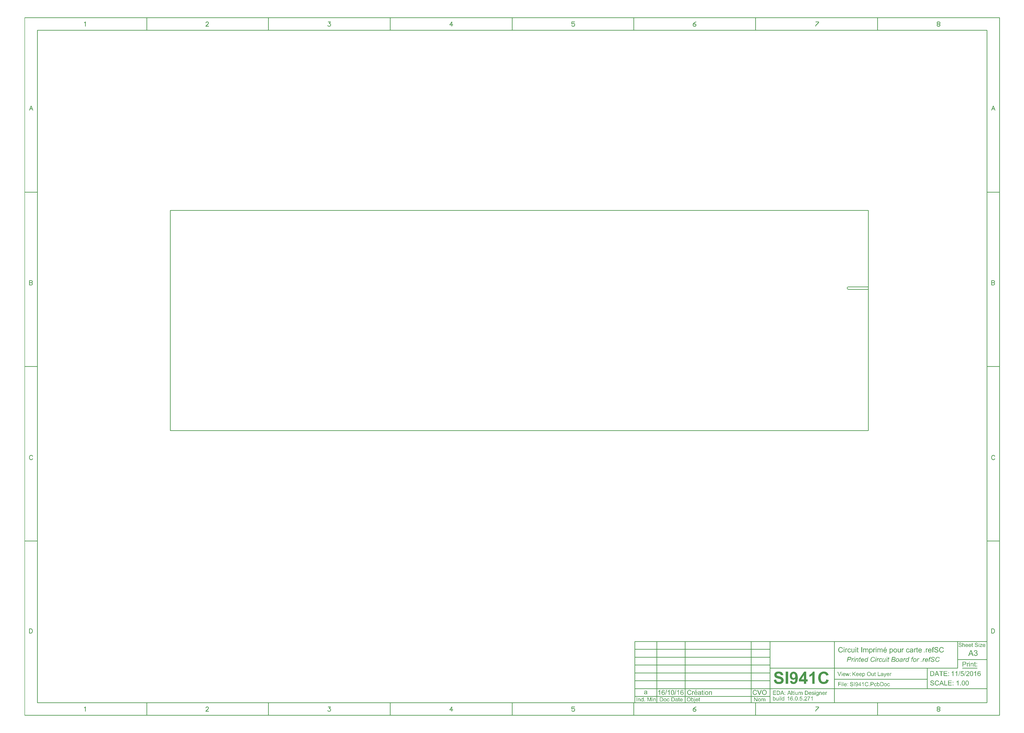
<source format=gko>
G04 Layer_Color=16711935*
%FSLAX25Y25*%
%MOIN*%
G70*
G01*
G75*
%ADD38C,0.01000*%
%ADD51C,0.00500*%
G36*
X1263962Y-372636D02*
X1263171D01*
Y-371738D01*
X1263962D01*
Y-372636D01*
D02*
G37*
G36*
X1259687Y-371640D02*
X1259755D01*
X1259921Y-371660D01*
X1260116Y-371689D01*
X1260331Y-371728D01*
X1260546Y-371786D01*
X1260751Y-371865D01*
X1260760D01*
X1260770Y-371874D01*
X1260800Y-371884D01*
X1260839Y-371904D01*
X1260936Y-371962D01*
X1261063Y-372030D01*
X1261200Y-372128D01*
X1261336Y-372245D01*
X1261473Y-372382D01*
X1261590Y-372538D01*
X1261600Y-372557D01*
X1261639Y-372616D01*
X1261688Y-372714D01*
X1261736Y-372831D01*
X1261795Y-372977D01*
X1261854Y-373153D01*
X1261893Y-373338D01*
X1261912Y-373543D01*
X1261102Y-373602D01*
Y-373592D01*
Y-373573D01*
X1261092Y-373543D01*
X1261083Y-373504D01*
X1261063Y-373397D01*
X1261024Y-373260D01*
X1260966Y-373114D01*
X1260887Y-372967D01*
X1260780Y-372821D01*
X1260653Y-372694D01*
X1260634Y-372684D01*
X1260585Y-372645D01*
X1260497Y-372597D01*
X1260380Y-372538D01*
X1260224Y-372479D01*
X1260028Y-372431D01*
X1259804Y-372392D01*
X1259540Y-372382D01*
X1259414D01*
X1259355Y-372392D01*
X1259277D01*
X1259111Y-372421D01*
X1258926Y-372450D01*
X1258740Y-372499D01*
X1258564Y-372567D01*
X1258486Y-372616D01*
X1258418Y-372665D01*
X1258408Y-372675D01*
X1258369Y-372714D01*
X1258311Y-372772D01*
X1258252Y-372860D01*
X1258184Y-372958D01*
X1258135Y-373075D01*
X1258096Y-373202D01*
X1258076Y-373348D01*
Y-373368D01*
Y-373407D01*
X1258086Y-373475D01*
X1258106Y-373553D01*
X1258135Y-373641D01*
X1258184Y-373739D01*
X1258242Y-373826D01*
X1258321Y-373914D01*
X1258330Y-373924D01*
X1258379Y-373953D01*
X1258408Y-373973D01*
X1258447Y-374002D01*
X1258506Y-374022D01*
X1258574Y-374051D01*
X1258652Y-374090D01*
X1258740Y-374129D01*
X1258838Y-374158D01*
X1258955Y-374197D01*
X1259091Y-374246D01*
X1259238Y-374285D01*
X1259404Y-374324D01*
X1259589Y-374373D01*
X1259599D01*
X1259638Y-374383D01*
X1259687Y-374392D01*
X1259755Y-374412D01*
X1259843Y-374431D01*
X1259941Y-374461D01*
X1260155Y-374510D01*
X1260390Y-374578D01*
X1260624Y-374646D01*
X1260741Y-374675D01*
X1260839Y-374714D01*
X1260936Y-374753D01*
X1261014Y-374783D01*
X1261024D01*
X1261043Y-374793D01*
X1261063Y-374812D01*
X1261102Y-374832D01*
X1261200Y-374890D01*
X1261327Y-374958D01*
X1261463Y-375056D01*
X1261600Y-375173D01*
X1261727Y-375300D01*
X1261834Y-375437D01*
X1261844Y-375456D01*
X1261873Y-375505D01*
X1261922Y-375583D01*
X1261971Y-375700D01*
X1262020Y-375827D01*
X1262068Y-375983D01*
X1262098Y-376159D01*
X1262107Y-376344D01*
Y-376354D01*
Y-376364D01*
Y-376393D01*
Y-376432D01*
X1262088Y-376530D01*
X1262068Y-376657D01*
X1262039Y-376803D01*
X1261981Y-376969D01*
X1261912Y-377145D01*
X1261815Y-377311D01*
X1261805Y-377330D01*
X1261756Y-377389D01*
X1261697Y-377467D01*
X1261600Y-377564D01*
X1261483Y-377681D01*
X1261336Y-377799D01*
X1261161Y-377906D01*
X1260966Y-378013D01*
X1260956D01*
X1260936Y-378023D01*
X1260907Y-378033D01*
X1260868Y-378052D01*
X1260819Y-378072D01*
X1260760Y-378091D01*
X1260604Y-378131D01*
X1260429Y-378179D01*
X1260214Y-378218D01*
X1259989Y-378248D01*
X1259736Y-378257D01*
X1259589D01*
X1259521Y-378248D01*
X1259433D01*
X1259336Y-378238D01*
X1259228Y-378228D01*
X1259004Y-378199D01*
X1258760Y-378150D01*
X1258516Y-378091D01*
X1258282Y-378013D01*
X1258272D01*
X1258252Y-378004D01*
X1258223Y-377984D01*
X1258184Y-377965D01*
X1258076Y-377906D01*
X1257950Y-377818D01*
X1257793Y-377711D01*
X1257647Y-377584D01*
X1257491Y-377428D01*
X1257354Y-377252D01*
Y-377242D01*
X1257345Y-377233D01*
X1257325Y-377203D01*
X1257306Y-377164D01*
X1257276Y-377115D01*
X1257247Y-377057D01*
X1257188Y-376910D01*
X1257130Y-376745D01*
X1257071Y-376540D01*
X1257032Y-376325D01*
X1257013Y-376091D01*
X1257813Y-376022D01*
Y-376032D01*
Y-376042D01*
X1257823Y-376100D01*
X1257842Y-376188D01*
X1257862Y-376305D01*
X1257901Y-376432D01*
X1257940Y-376569D01*
X1257998Y-376696D01*
X1258067Y-376823D01*
X1258076Y-376832D01*
X1258106Y-376871D01*
X1258155Y-376930D01*
X1258233Y-376998D01*
X1258321Y-377076D01*
X1258428Y-377164D01*
X1258564Y-377242D01*
X1258711Y-377320D01*
X1258721D01*
X1258730Y-377330D01*
X1258789Y-377350D01*
X1258877Y-377379D01*
X1259004Y-377408D01*
X1259140Y-377447D01*
X1259316Y-377477D01*
X1259501Y-377496D01*
X1259697Y-377506D01*
X1259775D01*
X1259872Y-377496D01*
X1259980Y-377486D01*
X1260116Y-377477D01*
X1260253Y-377447D01*
X1260399Y-377418D01*
X1260546Y-377369D01*
X1260565Y-377359D01*
X1260604Y-377340D01*
X1260673Y-377311D01*
X1260751Y-377262D01*
X1260848Y-377203D01*
X1260936Y-377135D01*
X1261024Y-377057D01*
X1261102Y-376969D01*
X1261112Y-376959D01*
X1261131Y-376920D01*
X1261161Y-376871D01*
X1261200Y-376803D01*
X1261229Y-376725D01*
X1261258Y-376627D01*
X1261278Y-376530D01*
X1261287Y-376423D01*
Y-376413D01*
Y-376374D01*
X1261278Y-376315D01*
X1261268Y-376247D01*
X1261248Y-376159D01*
X1261209Y-376071D01*
X1261170Y-375983D01*
X1261112Y-375895D01*
X1261102Y-375886D01*
X1261083Y-375856D01*
X1261034Y-375817D01*
X1260975Y-375759D01*
X1260897Y-375700D01*
X1260800Y-375642D01*
X1260673Y-375573D01*
X1260536Y-375515D01*
X1260526Y-375505D01*
X1260487Y-375495D01*
X1260409Y-375476D01*
X1260360Y-375456D01*
X1260302Y-375437D01*
X1260224Y-375417D01*
X1260146Y-375398D01*
X1260048Y-375368D01*
X1259950Y-375339D01*
X1259833Y-375310D01*
X1259697Y-375281D01*
X1259550Y-375241D01*
X1259394Y-375202D01*
X1259384D01*
X1259355Y-375193D01*
X1259306Y-375183D01*
X1259248Y-375163D01*
X1259179Y-375144D01*
X1259101Y-375124D01*
X1258916Y-375076D01*
X1258711Y-375007D01*
X1258506Y-374939D01*
X1258321Y-374871D01*
X1258233Y-374841D01*
X1258164Y-374802D01*
X1258155D01*
X1258145Y-374793D01*
X1258086Y-374753D01*
X1258008Y-374705D01*
X1257911Y-374636D01*
X1257793Y-374549D01*
X1257686Y-374451D01*
X1257579Y-374334D01*
X1257481Y-374207D01*
X1257471Y-374187D01*
X1257442Y-374139D01*
X1257413Y-374070D01*
X1257374Y-373973D01*
X1257325Y-373856D01*
X1257296Y-373719D01*
X1257266Y-373563D01*
X1257257Y-373407D01*
Y-373397D01*
Y-373387D01*
Y-373358D01*
Y-373319D01*
X1257276Y-373231D01*
X1257296Y-373114D01*
X1257325Y-372967D01*
X1257374Y-372821D01*
X1257442Y-372655D01*
X1257530Y-372499D01*
Y-372489D01*
X1257540Y-372479D01*
X1257579Y-372431D01*
X1257647Y-372353D01*
X1257735Y-372255D01*
X1257842Y-372157D01*
X1257979Y-372050D01*
X1258145Y-371943D01*
X1258330Y-371855D01*
X1258340D01*
X1258350Y-371845D01*
X1258379Y-371835D01*
X1258428Y-371816D01*
X1258477Y-371806D01*
X1258535Y-371786D01*
X1258672Y-371738D01*
X1258848Y-371699D01*
X1259043Y-371669D01*
X1259267Y-371640D01*
X1259501Y-371630D01*
X1259619D01*
X1259687Y-371640D01*
D02*
G37*
G36*
X1233803D02*
X1233872D01*
X1234038Y-371660D01*
X1234233Y-371689D01*
X1234447Y-371728D01*
X1234662Y-371786D01*
X1234867Y-371865D01*
X1234877D01*
X1234887Y-371874D01*
X1234916Y-371884D01*
X1234955Y-371904D01*
X1235053Y-371962D01*
X1235180Y-372030D01*
X1235316Y-372128D01*
X1235453Y-372245D01*
X1235590Y-372382D01*
X1235707Y-372538D01*
X1235716Y-372557D01*
X1235755Y-372616D01*
X1235804Y-372714D01*
X1235853Y-372831D01*
X1235911Y-372977D01*
X1235970Y-373153D01*
X1236009Y-373338D01*
X1236029Y-373543D01*
X1235219Y-373602D01*
Y-373592D01*
Y-373573D01*
X1235209Y-373543D01*
X1235199Y-373504D01*
X1235180Y-373397D01*
X1235141Y-373260D01*
X1235082Y-373114D01*
X1235004Y-372967D01*
X1234896Y-372821D01*
X1234770Y-372694D01*
X1234750Y-372684D01*
X1234701Y-372645D01*
X1234614Y-372597D01*
X1234496Y-372538D01*
X1234340Y-372479D01*
X1234145Y-372431D01*
X1233920Y-372392D01*
X1233657Y-372382D01*
X1233530D01*
X1233471Y-372392D01*
X1233393D01*
X1233228Y-372421D01*
X1233042Y-372450D01*
X1232857Y-372499D01*
X1232681Y-372567D01*
X1232603Y-372616D01*
X1232535Y-372665D01*
X1232525Y-372675D01*
X1232486Y-372714D01*
X1232427Y-372772D01*
X1232369Y-372860D01*
X1232300Y-372958D01*
X1232251Y-373075D01*
X1232213Y-373202D01*
X1232193Y-373348D01*
Y-373368D01*
Y-373407D01*
X1232203Y-373475D01*
X1232222Y-373553D01*
X1232251Y-373641D01*
X1232300Y-373739D01*
X1232359Y-373826D01*
X1232437Y-373914D01*
X1232447Y-373924D01*
X1232495Y-373953D01*
X1232525Y-373973D01*
X1232564Y-374002D01*
X1232622Y-374022D01*
X1232691Y-374051D01*
X1232769Y-374090D01*
X1232857Y-374129D01*
X1232954Y-374158D01*
X1233071Y-374197D01*
X1233208Y-374246D01*
X1233354Y-374285D01*
X1233520Y-374324D01*
X1233706Y-374373D01*
X1233716D01*
X1233755Y-374383D01*
X1233803Y-374392D01*
X1233872Y-374412D01*
X1233959Y-374431D01*
X1234057Y-374461D01*
X1234272Y-374510D01*
X1234506Y-374578D01*
X1234740Y-374646D01*
X1234857Y-374675D01*
X1234955Y-374714D01*
X1235053Y-374753D01*
X1235131Y-374783D01*
X1235141D01*
X1235160Y-374793D01*
X1235180Y-374812D01*
X1235219Y-374832D01*
X1235316Y-374890D01*
X1235443Y-374958D01*
X1235580Y-375056D01*
X1235716Y-375173D01*
X1235843Y-375300D01*
X1235951Y-375437D01*
X1235960Y-375456D01*
X1235990Y-375505D01*
X1236038Y-375583D01*
X1236087Y-375700D01*
X1236136Y-375827D01*
X1236185Y-375983D01*
X1236214Y-376159D01*
X1236224Y-376344D01*
Y-376354D01*
Y-376364D01*
Y-376393D01*
Y-376432D01*
X1236204Y-376530D01*
X1236185Y-376657D01*
X1236156Y-376803D01*
X1236097Y-376969D01*
X1236029Y-377145D01*
X1235931Y-377311D01*
X1235921Y-377330D01*
X1235872Y-377389D01*
X1235814Y-377467D01*
X1235716Y-377564D01*
X1235599Y-377681D01*
X1235453Y-377799D01*
X1235277Y-377906D01*
X1235082Y-378013D01*
X1235072D01*
X1235053Y-378023D01*
X1235023Y-378033D01*
X1234984Y-378052D01*
X1234935Y-378072D01*
X1234877Y-378091D01*
X1234721Y-378131D01*
X1234545Y-378179D01*
X1234330Y-378218D01*
X1234106Y-378248D01*
X1233852Y-378257D01*
X1233706D01*
X1233637Y-378248D01*
X1233550D01*
X1233452Y-378238D01*
X1233345Y-378228D01*
X1233120Y-378199D01*
X1232876Y-378150D01*
X1232632Y-378091D01*
X1232398Y-378013D01*
X1232388D01*
X1232369Y-378004D01*
X1232339Y-377984D01*
X1232300Y-377965D01*
X1232193Y-377906D01*
X1232066Y-377818D01*
X1231910Y-377711D01*
X1231763Y-377584D01*
X1231607Y-377428D01*
X1231471Y-377252D01*
Y-377242D01*
X1231461Y-377233D01*
X1231441Y-377203D01*
X1231422Y-377164D01*
X1231393Y-377115D01*
X1231363Y-377057D01*
X1231305Y-376910D01*
X1231246Y-376745D01*
X1231188Y-376540D01*
X1231149Y-376325D01*
X1231129Y-376091D01*
X1231929Y-376022D01*
Y-376032D01*
Y-376042D01*
X1231939Y-376100D01*
X1231959Y-376188D01*
X1231978Y-376305D01*
X1232017Y-376432D01*
X1232056Y-376569D01*
X1232115Y-376696D01*
X1232183Y-376823D01*
X1232193Y-376832D01*
X1232222Y-376871D01*
X1232271Y-376930D01*
X1232349Y-376998D01*
X1232437Y-377076D01*
X1232544Y-377164D01*
X1232681Y-377242D01*
X1232827Y-377320D01*
X1232837D01*
X1232847Y-377330D01*
X1232905Y-377350D01*
X1232993Y-377379D01*
X1233120Y-377408D01*
X1233257Y-377447D01*
X1233432Y-377477D01*
X1233618Y-377496D01*
X1233813Y-377506D01*
X1233891D01*
X1233989Y-377496D01*
X1234096Y-377486D01*
X1234233Y-377477D01*
X1234369Y-377447D01*
X1234516Y-377418D01*
X1234662Y-377369D01*
X1234682Y-377359D01*
X1234721Y-377340D01*
X1234789Y-377311D01*
X1234867Y-377262D01*
X1234965Y-377203D01*
X1235053Y-377135D01*
X1235141Y-377057D01*
X1235219Y-376969D01*
X1235228Y-376959D01*
X1235248Y-376920D01*
X1235277Y-376871D01*
X1235316Y-376803D01*
X1235345Y-376725D01*
X1235375Y-376627D01*
X1235394Y-376530D01*
X1235404Y-376423D01*
Y-376413D01*
Y-376374D01*
X1235394Y-376315D01*
X1235384Y-376247D01*
X1235365Y-376159D01*
X1235326Y-376071D01*
X1235287Y-375983D01*
X1235228Y-375895D01*
X1235219Y-375886D01*
X1235199Y-375856D01*
X1235150Y-375817D01*
X1235092Y-375759D01*
X1235014Y-375700D01*
X1234916Y-375642D01*
X1234789Y-375573D01*
X1234653Y-375515D01*
X1234643Y-375505D01*
X1234604Y-375495D01*
X1234526Y-375476D01*
X1234477Y-375456D01*
X1234418Y-375437D01*
X1234340Y-375417D01*
X1234262Y-375398D01*
X1234165Y-375368D01*
X1234067Y-375339D01*
X1233950Y-375310D01*
X1233813Y-375281D01*
X1233667Y-375241D01*
X1233511Y-375202D01*
X1233501D01*
X1233471Y-375193D01*
X1233423Y-375183D01*
X1233364Y-375163D01*
X1233296Y-375144D01*
X1233218Y-375124D01*
X1233032Y-375076D01*
X1232827Y-375007D01*
X1232622Y-374939D01*
X1232437Y-374871D01*
X1232349Y-374841D01*
X1232281Y-374802D01*
X1232271D01*
X1232261Y-374793D01*
X1232203Y-374753D01*
X1232125Y-374705D01*
X1232027Y-374636D01*
X1231910Y-374549D01*
X1231803Y-374451D01*
X1231695Y-374334D01*
X1231598Y-374207D01*
X1231588Y-374187D01*
X1231559Y-374139D01*
X1231529Y-374070D01*
X1231490Y-373973D01*
X1231441Y-373856D01*
X1231412Y-373719D01*
X1231383Y-373563D01*
X1231373Y-373407D01*
Y-373397D01*
Y-373387D01*
Y-373358D01*
Y-373319D01*
X1231393Y-373231D01*
X1231412Y-373114D01*
X1231441Y-372967D01*
X1231490Y-372821D01*
X1231559Y-372655D01*
X1231646Y-372499D01*
Y-372489D01*
X1231656Y-372479D01*
X1231695Y-372431D01*
X1231763Y-372353D01*
X1231851Y-372255D01*
X1231959Y-372157D01*
X1232095Y-372050D01*
X1232261Y-371943D01*
X1232447Y-371855D01*
X1232456D01*
X1232466Y-371845D01*
X1232495Y-371835D01*
X1232544Y-371816D01*
X1232593Y-371806D01*
X1232652Y-371786D01*
X1232788Y-371738D01*
X1232964Y-371699D01*
X1233159Y-371669D01*
X1233384Y-371640D01*
X1233618Y-371630D01*
X1233735D01*
X1233803Y-371640D01*
D02*
G37*
G36*
X1268705Y-374022D02*
X1266187Y-376979D01*
X1265699Y-377525D01*
X1265748D01*
X1265787Y-377516D01*
X1265894Y-377506D01*
X1266021Y-377496D01*
X1266177D01*
X1266343Y-377486D01*
X1266695Y-377477D01*
X1268842D01*
Y-378150D01*
X1264733D01*
Y-377516D01*
X1267690Y-374109D01*
X1267602D01*
X1267514Y-374119D01*
X1267387D01*
X1267251Y-374129D01*
X1267105D01*
X1266948Y-374139D01*
X1264909D01*
Y-373504D01*
X1268705D01*
Y-374022D01*
D02*
G37*
G36*
X1263962Y-378150D02*
X1263171D01*
Y-373504D01*
X1263962D01*
Y-378150D01*
D02*
G37*
G36*
X1238068Y-374031D02*
X1238078Y-374022D01*
X1238098Y-374002D01*
X1238127Y-373973D01*
X1238166Y-373934D01*
X1238225Y-373885D01*
X1238283Y-373826D01*
X1238361Y-373778D01*
X1238449Y-373709D01*
X1238547Y-373651D01*
X1238644Y-373602D01*
X1238888Y-373495D01*
X1239015Y-373455D01*
X1239152Y-373426D01*
X1239298Y-373407D01*
X1239454Y-373397D01*
X1239542D01*
X1239640Y-373407D01*
X1239757Y-373426D01*
X1239894Y-373446D01*
X1240040Y-373485D01*
X1240196Y-373534D01*
X1240343Y-373602D01*
X1240362Y-373612D01*
X1240401Y-373641D01*
X1240469Y-373690D01*
X1240557Y-373748D01*
X1240645Y-373826D01*
X1240733Y-373924D01*
X1240821Y-374041D01*
X1240889Y-374168D01*
X1240899Y-374187D01*
X1240918Y-374236D01*
X1240938Y-374314D01*
X1240977Y-374431D01*
X1241006Y-374578D01*
X1241026Y-374763D01*
X1241045Y-374968D01*
X1241055Y-375212D01*
Y-378150D01*
X1240265D01*
Y-375202D01*
Y-375193D01*
Y-375173D01*
Y-375144D01*
Y-375105D01*
X1240255Y-375007D01*
X1240235Y-374871D01*
X1240196Y-374734D01*
X1240157Y-374597D01*
X1240089Y-374461D01*
X1240001Y-374344D01*
X1239991Y-374334D01*
X1239952Y-374305D01*
X1239894Y-374256D01*
X1239816Y-374207D01*
X1239718Y-374158D01*
X1239591Y-374109D01*
X1239454Y-374080D01*
X1239289Y-374070D01*
X1239230D01*
X1239162Y-374080D01*
X1239074Y-374090D01*
X1238976Y-374119D01*
X1238859Y-374148D01*
X1238742Y-374197D01*
X1238625Y-374256D01*
X1238615Y-374266D01*
X1238576Y-374285D01*
X1238527Y-374334D01*
X1238459Y-374383D01*
X1238391Y-374461D01*
X1238313Y-374539D01*
X1238254Y-374646D01*
X1238195Y-374753D01*
X1238186Y-374763D01*
X1238176Y-374812D01*
X1238156Y-374880D01*
X1238137Y-374978D01*
X1238107Y-375105D01*
X1238088Y-375251D01*
X1238078Y-375417D01*
X1238068Y-375612D01*
Y-378150D01*
X1237278D01*
Y-371738D01*
X1238068D01*
Y-374031D01*
D02*
G37*
G36*
X1253138Y-373504D02*
X1253928D01*
Y-374119D01*
X1253138D01*
Y-376842D01*
Y-376852D01*
Y-376891D01*
Y-376950D01*
X1253148Y-377018D01*
X1253158Y-377164D01*
X1253167Y-377223D01*
X1253177Y-377272D01*
X1253187Y-377291D01*
X1253206Y-377330D01*
X1253245Y-377379D01*
X1253304Y-377428D01*
X1253323Y-377437D01*
X1253372Y-377447D01*
X1253460Y-377467D01*
X1253577Y-377477D01*
X1253675D01*
X1253724Y-377467D01*
X1253782D01*
X1253928Y-377447D01*
X1254036Y-378140D01*
X1254016D01*
X1253977Y-378150D01*
X1253919Y-378160D01*
X1253831Y-378169D01*
X1253743Y-378189D01*
X1253645Y-378199D01*
X1253440Y-378209D01*
X1253372D01*
X1253294Y-378199D01*
X1253197Y-378189D01*
X1253089Y-378179D01*
X1252972Y-378150D01*
X1252865Y-378121D01*
X1252767Y-378082D01*
X1252757Y-378072D01*
X1252728Y-378052D01*
X1252689Y-378023D01*
X1252640Y-377984D01*
X1252582Y-377935D01*
X1252533Y-377877D01*
X1252474Y-377808D01*
X1252435Y-377730D01*
Y-377721D01*
X1252425Y-377681D01*
X1252406Y-377623D01*
X1252396Y-377525D01*
X1252377Y-377398D01*
X1252367Y-377330D01*
X1252357Y-377242D01*
Y-377145D01*
X1252347Y-377037D01*
Y-376920D01*
Y-376793D01*
Y-374119D01*
X1251762D01*
Y-373504D01*
X1252347D01*
Y-372362D01*
X1253138Y-371884D01*
Y-373504D01*
D02*
G37*
G36*
X1271692Y-373407D02*
X1271770Y-373416D01*
X1271867Y-373426D01*
X1271965Y-373446D01*
X1272082Y-373475D01*
X1272316Y-373553D01*
X1272443Y-373602D01*
X1272570Y-373670D01*
X1272697Y-373739D01*
X1272824Y-373826D01*
X1272941Y-373924D01*
X1273058Y-374041D01*
X1273068Y-374051D01*
X1273087Y-374070D01*
X1273117Y-374109D01*
X1273156Y-374158D01*
X1273195Y-374226D01*
X1273244Y-374305D01*
X1273302Y-374392D01*
X1273361Y-374500D01*
X1273409Y-374627D01*
X1273468Y-374753D01*
X1273517Y-374900D01*
X1273566Y-375066D01*
X1273595Y-375232D01*
X1273624Y-375417D01*
X1273644Y-375612D01*
X1273653Y-375827D01*
Y-375837D01*
Y-375876D01*
Y-375944D01*
X1273644Y-376032D01*
X1270189D01*
Y-376042D01*
Y-376061D01*
X1270198Y-376110D01*
Y-376159D01*
X1270208Y-376227D01*
X1270218Y-376296D01*
X1270257Y-376471D01*
X1270315Y-376657D01*
X1270384Y-376852D01*
X1270491Y-377047D01*
X1270618Y-377213D01*
X1270638Y-377233D01*
X1270686Y-377272D01*
X1270774Y-377340D01*
X1270882Y-377408D01*
X1271028Y-377486D01*
X1271194Y-377555D01*
X1271379Y-377594D01*
X1271584Y-377613D01*
X1271662D01*
X1271741Y-377603D01*
X1271838Y-377584D01*
X1271955Y-377555D01*
X1272082Y-377516D01*
X1272209Y-377467D01*
X1272326Y-377389D01*
X1272336Y-377379D01*
X1272375Y-377340D01*
X1272433Y-377291D01*
X1272502Y-377203D01*
X1272580Y-377106D01*
X1272658Y-376979D01*
X1272736Y-376823D01*
X1272814Y-376647D01*
X1273624Y-376754D01*
Y-376764D01*
X1273614Y-376784D01*
X1273605Y-376823D01*
X1273585Y-376871D01*
X1273566Y-376930D01*
X1273536Y-376998D01*
X1273458Y-377164D01*
X1273361Y-377340D01*
X1273244Y-377525D01*
X1273087Y-377711D01*
X1272912Y-377867D01*
X1272902D01*
X1272892Y-377887D01*
X1272863Y-377906D01*
X1272814Y-377925D01*
X1272765Y-377955D01*
X1272707Y-377994D01*
X1272638Y-378023D01*
X1272551Y-378062D01*
X1272365Y-378131D01*
X1272131Y-378199D01*
X1271877Y-378238D01*
X1271584Y-378257D01*
X1271487D01*
X1271418Y-378248D01*
X1271331Y-378238D01*
X1271233Y-378228D01*
X1271126Y-378209D01*
X1270999Y-378179D01*
X1270745Y-378101D01*
X1270608Y-378052D01*
X1270481Y-377994D01*
X1270345Y-377925D01*
X1270218Y-377838D01*
X1270091Y-377740D01*
X1269974Y-377633D01*
X1269964Y-377623D01*
X1269945Y-377603D01*
X1269915Y-377564D01*
X1269886Y-377516D01*
X1269837Y-377457D01*
X1269788Y-377379D01*
X1269730Y-377281D01*
X1269681Y-377174D01*
X1269623Y-377057D01*
X1269564Y-376930D01*
X1269515Y-376784D01*
X1269476Y-376627D01*
X1269437Y-376462D01*
X1269408Y-376276D01*
X1269388Y-376081D01*
X1269379Y-375876D01*
Y-375866D01*
Y-375827D01*
Y-375759D01*
X1269388Y-375681D01*
X1269398Y-375583D01*
X1269408Y-375466D01*
X1269427Y-375339D01*
X1269457Y-375202D01*
X1269525Y-374910D01*
X1269574Y-374763D01*
X1269632Y-374607D01*
X1269701Y-374461D01*
X1269779Y-374314D01*
X1269867Y-374178D01*
X1269974Y-374051D01*
X1269984Y-374041D01*
X1270003Y-374022D01*
X1270033Y-373992D01*
X1270081Y-373943D01*
X1270140Y-373895D01*
X1270218Y-373846D01*
X1270296Y-373787D01*
X1270394Y-373719D01*
X1270501Y-373660D01*
X1270618Y-373602D01*
X1270745Y-373553D01*
X1270891Y-373495D01*
X1271038Y-373455D01*
X1271194Y-373426D01*
X1271360Y-373407D01*
X1271535Y-373397D01*
X1271623D01*
X1271692Y-373407D01*
D02*
G37*
G36*
X1249292D02*
X1249371Y-373416D01*
X1249468Y-373426D01*
X1249566Y-373446D01*
X1249683Y-373475D01*
X1249917Y-373553D01*
X1250044Y-373602D01*
X1250171Y-373670D01*
X1250298Y-373739D01*
X1250425Y-373826D01*
X1250542Y-373924D01*
X1250659Y-374041D01*
X1250669Y-374051D01*
X1250688Y-374070D01*
X1250717Y-374109D01*
X1250756Y-374158D01*
X1250795Y-374226D01*
X1250844Y-374305D01*
X1250903Y-374392D01*
X1250961Y-374500D01*
X1251010Y-374627D01*
X1251069Y-374753D01*
X1251118Y-374900D01*
X1251166Y-375066D01*
X1251196Y-375232D01*
X1251225Y-375417D01*
X1251245Y-375612D01*
X1251254Y-375827D01*
Y-375837D01*
Y-375876D01*
Y-375944D01*
X1251245Y-376032D01*
X1247789D01*
Y-376042D01*
Y-376061D01*
X1247799Y-376110D01*
Y-376159D01*
X1247809Y-376227D01*
X1247819Y-376296D01*
X1247858Y-376471D01*
X1247916Y-376657D01*
X1247985Y-376852D01*
X1248092Y-377047D01*
X1248219Y-377213D01*
X1248238Y-377233D01*
X1248287Y-377272D01*
X1248375Y-377340D01*
X1248482Y-377408D01*
X1248629Y-377486D01*
X1248795Y-377555D01*
X1248980Y-377594D01*
X1249185Y-377613D01*
X1249263D01*
X1249341Y-377603D01*
X1249439Y-377584D01*
X1249556Y-377555D01*
X1249683Y-377516D01*
X1249810Y-377467D01*
X1249927Y-377389D01*
X1249937Y-377379D01*
X1249976Y-377340D01*
X1250034Y-377291D01*
X1250103Y-377203D01*
X1250181Y-377106D01*
X1250259Y-376979D01*
X1250337Y-376823D01*
X1250415Y-376647D01*
X1251225Y-376754D01*
Y-376764D01*
X1251215Y-376784D01*
X1251206Y-376823D01*
X1251186Y-376871D01*
X1251166Y-376930D01*
X1251137Y-376998D01*
X1251059Y-377164D01*
X1250961Y-377340D01*
X1250844Y-377525D01*
X1250688Y-377711D01*
X1250513Y-377867D01*
X1250503D01*
X1250493Y-377887D01*
X1250464Y-377906D01*
X1250415Y-377925D01*
X1250366Y-377955D01*
X1250307Y-377994D01*
X1250239Y-378023D01*
X1250151Y-378062D01*
X1249966Y-378131D01*
X1249732Y-378199D01*
X1249478Y-378238D01*
X1249185Y-378257D01*
X1249088D01*
X1249019Y-378248D01*
X1248931Y-378238D01*
X1248834Y-378228D01*
X1248726Y-378209D01*
X1248600Y-378179D01*
X1248346Y-378101D01*
X1248209Y-378052D01*
X1248082Y-377994D01*
X1247946Y-377925D01*
X1247819Y-377838D01*
X1247692Y-377740D01*
X1247575Y-377633D01*
X1247565Y-377623D01*
X1247545Y-377603D01*
X1247516Y-377564D01*
X1247487Y-377516D01*
X1247438Y-377457D01*
X1247389Y-377379D01*
X1247331Y-377281D01*
X1247282Y-377174D01*
X1247223Y-377057D01*
X1247165Y-376930D01*
X1247116Y-376784D01*
X1247077Y-376627D01*
X1247038Y-376462D01*
X1247009Y-376276D01*
X1246989Y-376081D01*
X1246979Y-375876D01*
Y-375866D01*
Y-375827D01*
Y-375759D01*
X1246989Y-375681D01*
X1246999Y-375583D01*
X1247009Y-375466D01*
X1247028Y-375339D01*
X1247058Y-375202D01*
X1247126Y-374910D01*
X1247175Y-374763D01*
X1247233Y-374607D01*
X1247301Y-374461D01*
X1247379Y-374314D01*
X1247467Y-374178D01*
X1247575Y-374051D01*
X1247585Y-374041D01*
X1247604Y-374022D01*
X1247633Y-373992D01*
X1247682Y-373943D01*
X1247741Y-373895D01*
X1247819Y-373846D01*
X1247897Y-373787D01*
X1247994Y-373719D01*
X1248102Y-373660D01*
X1248219Y-373602D01*
X1248346Y-373553D01*
X1248492Y-373495D01*
X1248639Y-373455D01*
X1248795Y-373426D01*
X1248961Y-373407D01*
X1249136Y-373397D01*
X1249224D01*
X1249292Y-373407D01*
D02*
G37*
G36*
X1244315D02*
X1244393Y-373416D01*
X1244491Y-373426D01*
X1244588Y-373446D01*
X1244705Y-373475D01*
X1244940Y-373553D01*
X1245066Y-373602D01*
X1245193Y-373670D01*
X1245320Y-373739D01*
X1245447Y-373826D01*
X1245564Y-373924D01*
X1245681Y-374041D01*
X1245691Y-374051D01*
X1245711Y-374070D01*
X1245740Y-374109D01*
X1245779Y-374158D01*
X1245818Y-374226D01*
X1245867Y-374305D01*
X1245925Y-374392D01*
X1245984Y-374500D01*
X1246033Y-374627D01*
X1246091Y-374753D01*
X1246140Y-374900D01*
X1246189Y-375066D01*
X1246218Y-375232D01*
X1246247Y-375417D01*
X1246267Y-375612D01*
X1246277Y-375827D01*
Y-375837D01*
Y-375876D01*
Y-375944D01*
X1246267Y-376032D01*
X1242812D01*
Y-376042D01*
Y-376061D01*
X1242822Y-376110D01*
Y-376159D01*
X1242831Y-376227D01*
X1242841Y-376296D01*
X1242880Y-376471D01*
X1242939Y-376657D01*
X1243007Y-376852D01*
X1243114Y-377047D01*
X1243241Y-377213D01*
X1243261Y-377233D01*
X1243310Y-377272D01*
X1243398Y-377340D01*
X1243505Y-377408D01*
X1243651Y-377486D01*
X1243817Y-377555D01*
X1244003Y-377594D01*
X1244207Y-377613D01*
X1244286D01*
X1244364Y-377603D01*
X1244461Y-377584D01*
X1244578Y-377555D01*
X1244705Y-377516D01*
X1244832Y-377467D01*
X1244949Y-377389D01*
X1244959Y-377379D01*
X1244998Y-377340D01*
X1245057Y-377291D01*
X1245125Y-377203D01*
X1245203Y-377106D01*
X1245281Y-376979D01*
X1245359Y-376823D01*
X1245437Y-376647D01*
X1246247Y-376754D01*
Y-376764D01*
X1246238Y-376784D01*
X1246228Y-376823D01*
X1246208Y-376871D01*
X1246189Y-376930D01*
X1246159Y-376998D01*
X1246082Y-377164D01*
X1245984Y-377340D01*
X1245867Y-377525D01*
X1245711Y-377711D01*
X1245535Y-377867D01*
X1245525D01*
X1245515Y-377887D01*
X1245486Y-377906D01*
X1245437Y-377925D01*
X1245389Y-377955D01*
X1245330Y-377994D01*
X1245262Y-378023D01*
X1245174Y-378062D01*
X1244988Y-378131D01*
X1244754Y-378199D01*
X1244500Y-378238D01*
X1244207Y-378257D01*
X1244110D01*
X1244042Y-378248D01*
X1243954Y-378238D01*
X1243856Y-378228D01*
X1243749Y-378209D01*
X1243622Y-378179D01*
X1243368Y-378101D01*
X1243231Y-378052D01*
X1243105Y-377994D01*
X1242968Y-377925D01*
X1242841Y-377838D01*
X1242714Y-377740D01*
X1242597Y-377633D01*
X1242587Y-377623D01*
X1242568Y-377603D01*
X1242539Y-377564D01*
X1242509Y-377516D01*
X1242461Y-377457D01*
X1242412Y-377379D01*
X1242353Y-377281D01*
X1242304Y-377174D01*
X1242246Y-377057D01*
X1242187Y-376930D01*
X1242138Y-376784D01*
X1242099Y-376627D01*
X1242060Y-376462D01*
X1242031Y-376276D01*
X1242012Y-376081D01*
X1242002Y-375876D01*
Y-375866D01*
Y-375827D01*
Y-375759D01*
X1242012Y-375681D01*
X1242021Y-375583D01*
X1242031Y-375466D01*
X1242051Y-375339D01*
X1242080Y-375202D01*
X1242148Y-374910D01*
X1242197Y-374763D01*
X1242255Y-374607D01*
X1242324Y-374461D01*
X1242402Y-374314D01*
X1242490Y-374178D01*
X1242597Y-374051D01*
X1242607Y-374041D01*
X1242626Y-374022D01*
X1242656Y-373992D01*
X1242704Y-373943D01*
X1242763Y-373895D01*
X1242841Y-373846D01*
X1242919Y-373787D01*
X1243017Y-373719D01*
X1243124Y-373660D01*
X1243241Y-373602D01*
X1243368Y-373553D01*
X1243515Y-373495D01*
X1243661Y-373455D01*
X1243817Y-373426D01*
X1243983Y-373407D01*
X1244159Y-373397D01*
X1244247D01*
X1244315Y-373407D01*
D02*
G37*
G36*
X1191611Y-378436D02*
X1191751Y-378449D01*
X1191916Y-378474D01*
X1192093Y-378499D01*
X1192284Y-378537D01*
X1192131Y-379426D01*
X1192118D01*
X1192080Y-379413D01*
X1192017Y-379400D01*
X1191941Y-379387D01*
X1191839D01*
X1191738Y-379375D01*
X1191522Y-379362D01*
X1191446D01*
X1191370Y-379375D01*
X1191268Y-379387D01*
X1191167Y-379413D01*
X1191053Y-379451D01*
X1190951Y-379502D01*
X1190862Y-379565D01*
X1190849Y-379578D01*
X1190837Y-379603D01*
X1190799Y-379654D01*
X1190773Y-379730D01*
X1190735Y-379832D01*
X1190697Y-379971D01*
X1190685Y-380123D01*
X1190672Y-380314D01*
Y-380860D01*
X1191852D01*
Y-381659D01*
X1190685D01*
Y-386900D01*
X1189657D01*
Y-381659D01*
X1188756D01*
Y-380860D01*
X1189657D01*
Y-380225D01*
Y-380212D01*
Y-380200D01*
Y-380123D01*
X1189669Y-380022D01*
Y-379882D01*
X1189682Y-379743D01*
X1189707Y-379591D01*
X1189733Y-379451D01*
X1189771Y-379324D01*
X1189784Y-379311D01*
X1189796Y-379261D01*
X1189834Y-379185D01*
X1189885Y-379096D01*
X1189961Y-378981D01*
X1190050Y-378880D01*
X1190152Y-378778D01*
X1190279Y-378677D01*
X1190291Y-378664D01*
X1190355Y-378639D01*
X1190431Y-378601D01*
X1190558Y-378550D01*
X1190697Y-378499D01*
X1190888Y-378461D01*
X1191091Y-378436D01*
X1191332Y-378423D01*
X1191497D01*
X1191611Y-378436D01*
D02*
G37*
G36*
X1100588Y-379730D02*
X1099560D01*
Y-378563D01*
X1100588D01*
Y-379730D01*
D02*
G37*
G36*
X1068254D02*
X1067226D01*
Y-378563D01*
X1068254D01*
Y-379730D01*
D02*
G37*
G36*
X1049498D02*
X1048470D01*
Y-378563D01*
X1049498D01*
Y-379730D01*
D02*
G37*
G36*
X1114319Y-380111D02*
X1113468D01*
X1114230Y-378525D01*
X1115575D01*
X1114319Y-380111D01*
D02*
G37*
G36*
X1195900Y-378436D02*
X1195989D01*
X1196205Y-378461D01*
X1196459Y-378499D01*
X1196738Y-378550D01*
X1197017Y-378626D01*
X1197283Y-378728D01*
X1197296D01*
X1197309Y-378740D01*
X1197347Y-378753D01*
X1197398Y-378778D01*
X1197525Y-378854D01*
X1197689Y-378943D01*
X1197867Y-379070D01*
X1198045Y-379223D01*
X1198222Y-379400D01*
X1198375Y-379603D01*
X1198387Y-379629D01*
X1198438Y-379705D01*
X1198502Y-379832D01*
X1198565Y-379984D01*
X1198641Y-380174D01*
X1198717Y-380403D01*
X1198768Y-380644D01*
X1198794Y-380910D01*
X1197740Y-380986D01*
Y-380974D01*
Y-380948D01*
X1197727Y-380910D01*
X1197715Y-380860D01*
X1197689Y-380720D01*
X1197639Y-380542D01*
X1197563Y-380352D01*
X1197461Y-380162D01*
X1197321Y-379971D01*
X1197157Y-379806D01*
X1197131Y-379794D01*
X1197068Y-379743D01*
X1196953Y-379679D01*
X1196801Y-379603D01*
X1196598Y-379527D01*
X1196344Y-379464D01*
X1196052Y-379413D01*
X1195710Y-379400D01*
X1195545D01*
X1195469Y-379413D01*
X1195367D01*
X1195151Y-379451D01*
X1194910Y-379489D01*
X1194669Y-379553D01*
X1194441Y-379641D01*
X1194339Y-379705D01*
X1194250Y-379768D01*
X1194238Y-379781D01*
X1194187Y-379832D01*
X1194111Y-379908D01*
X1194035Y-380022D01*
X1193946Y-380149D01*
X1193882Y-380301D01*
X1193832Y-380466D01*
X1193806Y-380657D01*
Y-380682D01*
Y-380733D01*
X1193819Y-380821D01*
X1193844Y-380923D01*
X1193882Y-381037D01*
X1193946Y-381164D01*
X1194022Y-381278D01*
X1194124Y-381393D01*
X1194136Y-381405D01*
X1194200Y-381443D01*
X1194238Y-381469D01*
X1194289Y-381507D01*
X1194365Y-381532D01*
X1194454Y-381570D01*
X1194555Y-381621D01*
X1194669Y-381672D01*
X1194796Y-381710D01*
X1194948Y-381761D01*
X1195126Y-381824D01*
X1195316Y-381875D01*
X1195532Y-381926D01*
X1195773Y-381989D01*
X1195786D01*
X1195837Y-382002D01*
X1195900Y-382014D01*
X1195989Y-382040D01*
X1196103Y-382065D01*
X1196230Y-382103D01*
X1196509Y-382167D01*
X1196814Y-382256D01*
X1197118Y-382344D01*
X1197271Y-382382D01*
X1197398Y-382433D01*
X1197525Y-382484D01*
X1197626Y-382522D01*
X1197639D01*
X1197664Y-382535D01*
X1197689Y-382560D01*
X1197740Y-382585D01*
X1197867Y-382662D01*
X1198032Y-382750D01*
X1198210Y-382877D01*
X1198387Y-383030D01*
X1198552Y-383194D01*
X1198692Y-383372D01*
X1198705Y-383398D01*
X1198743Y-383461D01*
X1198806Y-383562D01*
X1198870Y-383715D01*
X1198933Y-383880D01*
X1198997Y-384083D01*
X1199035Y-384311D01*
X1199047Y-384552D01*
Y-384565D01*
Y-384578D01*
Y-384616D01*
Y-384667D01*
X1199022Y-384793D01*
X1198997Y-384958D01*
X1198958Y-385149D01*
X1198882Y-385365D01*
X1198794Y-385593D01*
X1198667Y-385809D01*
X1198654Y-385834D01*
X1198590Y-385910D01*
X1198514Y-386012D01*
X1198387Y-386139D01*
X1198235Y-386291D01*
X1198045Y-386443D01*
X1197816Y-386583D01*
X1197563Y-386722D01*
X1197550D01*
X1197525Y-386735D01*
X1197486Y-386748D01*
X1197436Y-386773D01*
X1197372Y-386799D01*
X1197296Y-386824D01*
X1197093Y-386875D01*
X1196865Y-386938D01*
X1196585Y-386989D01*
X1196294Y-387027D01*
X1195964Y-387040D01*
X1195773D01*
X1195684Y-387027D01*
X1195570D01*
X1195443Y-387014D01*
X1195304Y-387001D01*
X1195012Y-386964D01*
X1194695Y-386900D01*
X1194377Y-386824D01*
X1194073Y-386722D01*
X1194060D01*
X1194035Y-386710D01*
X1193997Y-386684D01*
X1193946Y-386659D01*
X1193806Y-386583D01*
X1193641Y-386469D01*
X1193438Y-386329D01*
X1193248Y-386164D01*
X1193045Y-385961D01*
X1192867Y-385733D01*
Y-385720D01*
X1192855Y-385707D01*
X1192829Y-385669D01*
X1192804Y-385618D01*
X1192766Y-385555D01*
X1192728Y-385479D01*
X1192651Y-385288D01*
X1192575Y-385073D01*
X1192499Y-384806D01*
X1192449Y-384527D01*
X1192423Y-384222D01*
X1193464Y-384134D01*
Y-384146D01*
Y-384159D01*
X1193476Y-384235D01*
X1193502Y-384349D01*
X1193527Y-384502D01*
X1193578Y-384667D01*
X1193629Y-384844D01*
X1193705Y-385009D01*
X1193794Y-385174D01*
X1193806Y-385187D01*
X1193844Y-385238D01*
X1193908Y-385314D01*
X1194009Y-385403D01*
X1194124Y-385504D01*
X1194263Y-385618D01*
X1194441Y-385720D01*
X1194631Y-385821D01*
X1194644D01*
X1194656Y-385834D01*
X1194733Y-385859D01*
X1194847Y-385897D01*
X1195012Y-385936D01*
X1195189Y-385986D01*
X1195418Y-386024D01*
X1195659Y-386050D01*
X1195913Y-386063D01*
X1196014D01*
X1196141Y-386050D01*
X1196281Y-386037D01*
X1196459Y-386024D01*
X1196636Y-385986D01*
X1196826Y-385948D01*
X1197017Y-385885D01*
X1197042Y-385872D01*
X1197093Y-385847D01*
X1197182Y-385809D01*
X1197283Y-385745D01*
X1197410Y-385669D01*
X1197525Y-385580D01*
X1197639Y-385479D01*
X1197740Y-385365D01*
X1197753Y-385352D01*
X1197778Y-385301D01*
X1197816Y-385238D01*
X1197867Y-385149D01*
X1197905Y-385047D01*
X1197943Y-384920D01*
X1197969Y-384793D01*
X1197981Y-384654D01*
Y-384641D01*
Y-384590D01*
X1197969Y-384514D01*
X1197956Y-384425D01*
X1197931Y-384311D01*
X1197880Y-384197D01*
X1197829Y-384083D01*
X1197753Y-383969D01*
X1197740Y-383956D01*
X1197715Y-383918D01*
X1197651Y-383867D01*
X1197575Y-383791D01*
X1197474Y-383715D01*
X1197347Y-383639D01*
X1197182Y-383550D01*
X1197004Y-383474D01*
X1196992Y-383461D01*
X1196941Y-383448D01*
X1196839Y-383423D01*
X1196776Y-383398D01*
X1196700Y-383372D01*
X1196598Y-383347D01*
X1196497Y-383321D01*
X1196370Y-383283D01*
X1196243Y-383245D01*
X1196091Y-383207D01*
X1195913Y-383169D01*
X1195722Y-383118D01*
X1195519Y-383068D01*
X1195507D01*
X1195469Y-383055D01*
X1195405Y-383042D01*
X1195329Y-383017D01*
X1195240Y-382992D01*
X1195139Y-382966D01*
X1194898Y-382903D01*
X1194631Y-382814D01*
X1194365Y-382725D01*
X1194124Y-382636D01*
X1194009Y-382598D01*
X1193921Y-382547D01*
X1193908D01*
X1193895Y-382535D01*
X1193819Y-382484D01*
X1193717Y-382420D01*
X1193591Y-382332D01*
X1193438Y-382217D01*
X1193299Y-382090D01*
X1193159Y-381938D01*
X1193032Y-381773D01*
X1193019Y-381748D01*
X1192982Y-381684D01*
X1192943Y-381596D01*
X1192893Y-381469D01*
X1192829Y-381316D01*
X1192791Y-381139D01*
X1192753Y-380936D01*
X1192740Y-380733D01*
Y-380720D01*
Y-380707D01*
Y-380669D01*
Y-380618D01*
X1192766Y-380504D01*
X1192791Y-380352D01*
X1192829Y-380162D01*
X1192893Y-379971D01*
X1192982Y-379755D01*
X1193096Y-379553D01*
Y-379540D01*
X1193108Y-379527D01*
X1193159Y-379464D01*
X1193248Y-379362D01*
X1193362Y-379235D01*
X1193502Y-379108D01*
X1193679Y-378969D01*
X1193895Y-378829D01*
X1194136Y-378715D01*
X1194149D01*
X1194162Y-378702D01*
X1194200Y-378690D01*
X1194263Y-378664D01*
X1194327Y-378651D01*
X1194403Y-378626D01*
X1194580Y-378563D01*
X1194809Y-378512D01*
X1195063Y-378474D01*
X1195354Y-378436D01*
X1195659Y-378423D01*
X1195811D01*
X1195900Y-378436D01*
D02*
G37*
G36*
X1204377D02*
X1204479Y-378449D01*
X1204605Y-378461D01*
X1204745Y-378474D01*
X1204897Y-378499D01*
X1205227Y-378575D01*
X1205583Y-378690D01*
X1205760Y-378766D01*
X1205938Y-378854D01*
X1206103Y-378956D01*
X1206268Y-379070D01*
X1206281Y-379083D01*
X1206306Y-379096D01*
X1206344Y-379134D01*
X1206408Y-379185D01*
X1206471Y-379248D01*
X1206560Y-379337D01*
X1206649Y-379426D01*
X1206737Y-379527D01*
X1206839Y-379654D01*
X1206928Y-379781D01*
X1207029Y-379933D01*
X1207131Y-380098D01*
X1207220Y-380263D01*
X1207308Y-380453D01*
X1207461Y-380860D01*
X1206369Y-381113D01*
Y-381101D01*
X1206357Y-381075D01*
X1206344Y-381025D01*
X1206319Y-380961D01*
X1206281Y-380885D01*
X1206242Y-380796D01*
X1206154Y-380606D01*
X1206040Y-380390D01*
X1205887Y-380162D01*
X1205722Y-379959D01*
X1205519Y-379781D01*
X1205494Y-379768D01*
X1205418Y-379717D01*
X1205303Y-379654D01*
X1205138Y-379565D01*
X1204948Y-379489D01*
X1204707Y-379426D01*
X1204440Y-379375D01*
X1204136Y-379362D01*
X1204047D01*
X1203984Y-379375D01*
X1203895D01*
X1203806Y-379387D01*
X1203578Y-379426D01*
X1203324Y-379476D01*
X1203057Y-379565D01*
X1202791Y-379679D01*
X1202537Y-379832D01*
X1202524D01*
X1202512Y-379857D01*
X1202435Y-379921D01*
X1202321Y-380022D01*
X1202182Y-380162D01*
X1202042Y-380339D01*
X1201890Y-380542D01*
X1201750Y-380796D01*
X1201636Y-381075D01*
Y-381088D01*
X1201623Y-381113D01*
X1201611Y-381151D01*
X1201598Y-381215D01*
X1201573Y-381278D01*
X1201560Y-381367D01*
X1201509Y-381570D01*
X1201458Y-381811D01*
X1201420Y-382078D01*
X1201395Y-382370D01*
X1201382Y-382674D01*
Y-382687D01*
Y-382725D01*
Y-382776D01*
Y-382852D01*
X1201395Y-382941D01*
Y-383055D01*
X1201408Y-383169D01*
X1201420Y-383296D01*
X1201458Y-383588D01*
X1201509Y-383905D01*
X1201585Y-384222D01*
X1201687Y-384527D01*
Y-384540D01*
X1201700Y-384565D01*
X1201725Y-384603D01*
X1201750Y-384654D01*
X1201814Y-384806D01*
X1201915Y-384971D01*
X1202055Y-385174D01*
X1202220Y-385365D01*
X1202410Y-385555D01*
X1202639Y-385720D01*
X1202651D01*
X1202664Y-385733D01*
X1202702Y-385758D01*
X1202753Y-385783D01*
X1202892Y-385834D01*
X1203070Y-385910D01*
X1203273Y-385974D01*
X1203514Y-386037D01*
X1203781Y-386088D01*
X1204060Y-386101D01*
X1204149D01*
X1204212Y-386088D01*
X1204288D01*
X1204390Y-386075D01*
X1204605Y-386037D01*
X1204847Y-385974D01*
X1205113Y-385872D01*
X1205367Y-385745D01*
X1205621Y-385567D01*
X1205633Y-385555D01*
X1205646Y-385542D01*
X1205722Y-385466D01*
X1205836Y-385339D01*
X1205976Y-385174D01*
X1206116Y-384946D01*
X1206268Y-384679D01*
X1206395Y-384349D01*
X1206496Y-383981D01*
X1207600Y-384261D01*
Y-384273D01*
X1207588Y-384324D01*
X1207562Y-384387D01*
X1207537Y-384489D01*
X1207486Y-384590D01*
X1207435Y-384730D01*
X1207385Y-384870D01*
X1207308Y-385022D01*
X1207143Y-385365D01*
X1206915Y-385707D01*
X1206661Y-386037D01*
X1206509Y-386189D01*
X1206344Y-386329D01*
X1206331Y-386342D01*
X1206306Y-386354D01*
X1206255Y-386392D01*
X1206179Y-386443D01*
X1206090Y-386494D01*
X1205989Y-386557D01*
X1205875Y-386621D01*
X1205735Y-386684D01*
X1205583Y-386748D01*
X1205418Y-386811D01*
X1205227Y-386875D01*
X1205037Y-386925D01*
X1204618Y-387014D01*
X1204390Y-387027D01*
X1204149Y-387040D01*
X1204022D01*
X1203920Y-387027D01*
X1203806D01*
X1203679Y-387014D01*
X1203527Y-386989D01*
X1203375Y-386976D01*
X1203019Y-386900D01*
X1202651Y-386811D01*
X1202296Y-386672D01*
X1202118Y-386595D01*
X1201953Y-386494D01*
X1201941Y-386481D01*
X1201915Y-386469D01*
X1201877Y-386431D01*
X1201814Y-386392D01*
X1201661Y-386265D01*
X1201484Y-386088D01*
X1201268Y-385872D01*
X1201065Y-385593D01*
X1200849Y-385276D01*
X1200672Y-384908D01*
Y-384895D01*
X1200659Y-384857D01*
X1200634Y-384806D01*
X1200608Y-384730D01*
X1200570Y-384629D01*
X1200532Y-384514D01*
X1200494Y-384387D01*
X1200456Y-384235D01*
X1200418Y-384083D01*
X1200380Y-383905D01*
X1200304Y-383524D01*
X1200253Y-383118D01*
X1200240Y-382674D01*
Y-382662D01*
Y-382611D01*
Y-382547D01*
X1200253Y-382458D01*
Y-382344D01*
X1200266Y-382205D01*
X1200278Y-382065D01*
X1200304Y-381900D01*
X1200367Y-381545D01*
X1200443Y-381164D01*
X1200570Y-380771D01*
X1200735Y-380403D01*
Y-380390D01*
X1200760Y-380365D01*
X1200786Y-380314D01*
X1200824Y-380238D01*
X1200875Y-380162D01*
X1200938Y-380073D01*
X1201103Y-379857D01*
X1201293Y-379616D01*
X1201534Y-379375D01*
X1201826Y-379134D01*
X1202144Y-378931D01*
X1202156D01*
X1202182Y-378905D01*
X1202232Y-378880D01*
X1202309Y-378854D01*
X1202385Y-378817D01*
X1202486Y-378766D01*
X1202613Y-378728D01*
X1202740Y-378677D01*
X1202880Y-378626D01*
X1203032Y-378588D01*
X1203375Y-378499D01*
X1203755Y-378449D01*
X1204161Y-378423D01*
X1204288D01*
X1204377Y-378436D01*
D02*
G37*
G36*
X1044016D02*
X1044118Y-378449D01*
X1044244Y-378461D01*
X1044384Y-378474D01*
X1044536Y-378499D01*
X1044866Y-378575D01*
X1045222Y-378690D01*
X1045399Y-378766D01*
X1045577Y-378854D01*
X1045742Y-378956D01*
X1045907Y-379070D01*
X1045920Y-379083D01*
X1045945Y-379096D01*
X1045983Y-379134D01*
X1046047Y-379185D01*
X1046110Y-379248D01*
X1046199Y-379337D01*
X1046288Y-379426D01*
X1046376Y-379527D01*
X1046478Y-379654D01*
X1046567Y-379781D01*
X1046668Y-379933D01*
X1046770Y-380098D01*
X1046859Y-380263D01*
X1046947Y-380453D01*
X1047100Y-380860D01*
X1046008Y-381113D01*
Y-381101D01*
X1045996Y-381075D01*
X1045983Y-381025D01*
X1045958Y-380961D01*
X1045920Y-380885D01*
X1045881Y-380796D01*
X1045793Y-380606D01*
X1045679Y-380390D01*
X1045526Y-380162D01*
X1045361Y-379959D01*
X1045158Y-379781D01*
X1045133Y-379768D01*
X1045057Y-379717D01*
X1044942Y-379654D01*
X1044777Y-379565D01*
X1044587Y-379489D01*
X1044346Y-379426D01*
X1044079Y-379375D01*
X1043775Y-379362D01*
X1043686D01*
X1043623Y-379375D01*
X1043534D01*
X1043445Y-379387D01*
X1043217Y-379426D01*
X1042963Y-379476D01*
X1042696Y-379565D01*
X1042430Y-379679D01*
X1042176Y-379832D01*
X1042163D01*
X1042151Y-379857D01*
X1042074Y-379921D01*
X1041960Y-380022D01*
X1041821Y-380162D01*
X1041681Y-380339D01*
X1041529Y-380542D01*
X1041389Y-380796D01*
X1041275Y-381075D01*
Y-381088D01*
X1041262Y-381113D01*
X1041250Y-381151D01*
X1041237Y-381215D01*
X1041212Y-381278D01*
X1041199Y-381367D01*
X1041148Y-381570D01*
X1041097Y-381811D01*
X1041059Y-382078D01*
X1041034Y-382370D01*
X1041021Y-382674D01*
Y-382687D01*
Y-382725D01*
Y-382776D01*
Y-382852D01*
X1041034Y-382941D01*
Y-383055D01*
X1041047Y-383169D01*
X1041059Y-383296D01*
X1041097Y-383588D01*
X1041148Y-383905D01*
X1041224Y-384222D01*
X1041326Y-384527D01*
Y-384540D01*
X1041339Y-384565D01*
X1041364Y-384603D01*
X1041389Y-384654D01*
X1041453Y-384806D01*
X1041554Y-384971D01*
X1041694Y-385174D01*
X1041859Y-385365D01*
X1042049Y-385555D01*
X1042278Y-385720D01*
X1042290D01*
X1042303Y-385733D01*
X1042341Y-385758D01*
X1042392Y-385783D01*
X1042531Y-385834D01*
X1042709Y-385910D01*
X1042912Y-385974D01*
X1043153Y-386037D01*
X1043420Y-386088D01*
X1043699Y-386101D01*
X1043788D01*
X1043851Y-386088D01*
X1043927D01*
X1044029Y-386075D01*
X1044244Y-386037D01*
X1044486Y-385974D01*
X1044752Y-385872D01*
X1045006Y-385745D01*
X1045260Y-385567D01*
X1045272Y-385555D01*
X1045285Y-385542D01*
X1045361Y-385466D01*
X1045475Y-385339D01*
X1045615Y-385174D01*
X1045755Y-384946D01*
X1045907Y-384679D01*
X1046034Y-384349D01*
X1046135Y-383981D01*
X1047239Y-384261D01*
Y-384273D01*
X1047227Y-384324D01*
X1047201Y-384387D01*
X1047176Y-384489D01*
X1047125Y-384590D01*
X1047074Y-384730D01*
X1047024Y-384870D01*
X1046947Y-385022D01*
X1046782Y-385365D01*
X1046554Y-385707D01*
X1046300Y-386037D01*
X1046148Y-386189D01*
X1045983Y-386329D01*
X1045970Y-386342D01*
X1045945Y-386354D01*
X1045894Y-386392D01*
X1045818Y-386443D01*
X1045729Y-386494D01*
X1045628Y-386557D01*
X1045514Y-386621D01*
X1045374Y-386684D01*
X1045222Y-386748D01*
X1045057Y-386811D01*
X1044866Y-386875D01*
X1044676Y-386925D01*
X1044257Y-387014D01*
X1044029Y-387027D01*
X1043788Y-387040D01*
X1043661D01*
X1043559Y-387027D01*
X1043445D01*
X1043318Y-387014D01*
X1043166Y-386989D01*
X1043014Y-386976D01*
X1042658Y-386900D01*
X1042290Y-386811D01*
X1041935Y-386672D01*
X1041757Y-386595D01*
X1041592Y-386494D01*
X1041580Y-386481D01*
X1041554Y-386469D01*
X1041516Y-386431D01*
X1041453Y-386392D01*
X1041300Y-386265D01*
X1041123Y-386088D01*
X1040907Y-385872D01*
X1040704Y-385593D01*
X1040488Y-385276D01*
X1040311Y-384908D01*
Y-384895D01*
X1040298Y-384857D01*
X1040273Y-384806D01*
X1040247Y-384730D01*
X1040209Y-384629D01*
X1040171Y-384514D01*
X1040133Y-384387D01*
X1040095Y-384235D01*
X1040057Y-384083D01*
X1040019Y-383905D01*
X1039943Y-383524D01*
X1039892Y-383118D01*
X1039879Y-382674D01*
Y-382662D01*
Y-382611D01*
Y-382547D01*
X1039892Y-382458D01*
Y-382344D01*
X1039904Y-382205D01*
X1039917Y-382065D01*
X1039943Y-381900D01*
X1040006Y-381545D01*
X1040082Y-381164D01*
X1040209Y-380771D01*
X1040374Y-380403D01*
Y-380390D01*
X1040399Y-380365D01*
X1040425Y-380314D01*
X1040463Y-380238D01*
X1040514Y-380162D01*
X1040577Y-380073D01*
X1040742Y-379857D01*
X1040932Y-379616D01*
X1041173Y-379375D01*
X1041465Y-379134D01*
X1041783Y-378931D01*
X1041795D01*
X1041821Y-378905D01*
X1041871Y-378880D01*
X1041948Y-378854D01*
X1042024Y-378817D01*
X1042125Y-378766D01*
X1042252Y-378728D01*
X1042379Y-378677D01*
X1042519Y-378626D01*
X1042671Y-378588D01*
X1043014Y-378499D01*
X1043394Y-378449D01*
X1043800Y-378423D01*
X1043927D01*
X1044016Y-378436D01*
D02*
G37*
G36*
X1124496Y-380745D02*
X1124674Y-380771D01*
X1124889Y-380821D01*
X1125118Y-380885D01*
X1125346Y-380986D01*
X1125575Y-381126D01*
X1125587D01*
X1125600Y-381139D01*
X1125676Y-381202D01*
X1125778Y-381291D01*
X1125917Y-381418D01*
X1126057Y-381570D01*
X1126209Y-381773D01*
X1126349Y-381989D01*
X1126476Y-382256D01*
Y-382268D01*
X1126488Y-382294D01*
X1126501Y-382332D01*
X1126526Y-382382D01*
X1126552Y-382446D01*
X1126577Y-382535D01*
X1126628Y-382725D01*
X1126679Y-382966D01*
X1126729Y-383233D01*
X1126768Y-383524D01*
X1126780Y-383842D01*
Y-383854D01*
Y-383880D01*
Y-383930D01*
Y-383994D01*
X1126768Y-384083D01*
Y-384172D01*
X1126742Y-384400D01*
X1126691Y-384654D01*
X1126641Y-384933D01*
X1126552Y-385225D01*
X1126438Y-385517D01*
Y-385529D01*
X1126425Y-385555D01*
X1126400Y-385593D01*
X1126374Y-385644D01*
X1126298Y-385771D01*
X1126196Y-385936D01*
X1126057Y-386113D01*
X1125892Y-386304D01*
X1125702Y-386481D01*
X1125473Y-386646D01*
X1125461D01*
X1125448Y-386659D01*
X1125410Y-386684D01*
X1125359Y-386710D01*
X1125232Y-386773D01*
X1125067Y-386837D01*
X1124864Y-386913D01*
X1124648Y-386976D01*
X1124395Y-387027D01*
X1124141Y-387040D01*
X1124052D01*
X1123963Y-387027D01*
X1123836Y-387014D01*
X1123697Y-386989D01*
X1123544Y-386951D01*
X1123379Y-386900D01*
X1123227Y-386837D01*
X1123214Y-386824D01*
X1123164Y-386799D01*
X1123088Y-386748D01*
X1122999Y-386684D01*
X1122884Y-386608D01*
X1122783Y-386519D01*
X1122669Y-386405D01*
X1122567Y-386291D01*
Y-389210D01*
X1121539D01*
Y-380860D01*
X1122478D01*
Y-381646D01*
X1122491Y-381621D01*
X1122529Y-381570D01*
X1122605Y-381494D01*
X1122694Y-381393D01*
X1122796Y-381278D01*
X1122923Y-381164D01*
X1123062Y-381050D01*
X1123214Y-380961D01*
X1123240Y-380948D01*
X1123291Y-380923D01*
X1123379Y-380885D01*
X1123493Y-380834D01*
X1123646Y-380796D01*
X1123811Y-380758D01*
X1124001Y-380733D01*
X1124217Y-380720D01*
X1124344D01*
X1124496Y-380745D01*
D02*
G37*
G36*
X1092162D02*
X1092340Y-380771D01*
X1092555Y-380821D01*
X1092784Y-380885D01*
X1093012Y-380986D01*
X1093241Y-381126D01*
X1093253D01*
X1093266Y-381139D01*
X1093342Y-381202D01*
X1093444Y-381291D01*
X1093583Y-381418D01*
X1093723Y-381570D01*
X1093875Y-381773D01*
X1094015Y-381989D01*
X1094142Y-382256D01*
Y-382268D01*
X1094154Y-382294D01*
X1094167Y-382332D01*
X1094192Y-382382D01*
X1094218Y-382446D01*
X1094243Y-382535D01*
X1094294Y-382725D01*
X1094345Y-382966D01*
X1094395Y-383233D01*
X1094433Y-383524D01*
X1094446Y-383842D01*
Y-383854D01*
Y-383880D01*
Y-383930D01*
Y-383994D01*
X1094433Y-384083D01*
Y-384172D01*
X1094408Y-384400D01*
X1094357Y-384654D01*
X1094306Y-384933D01*
X1094218Y-385225D01*
X1094104Y-385517D01*
Y-385529D01*
X1094091Y-385555D01*
X1094065Y-385593D01*
X1094040Y-385644D01*
X1093964Y-385771D01*
X1093862Y-385936D01*
X1093723Y-386113D01*
X1093558Y-386304D01*
X1093367Y-386481D01*
X1093139Y-386646D01*
X1093126D01*
X1093114Y-386659D01*
X1093076Y-386684D01*
X1093025Y-386710D01*
X1092898Y-386773D01*
X1092733Y-386837D01*
X1092530Y-386913D01*
X1092314Y-386976D01*
X1092060Y-387027D01*
X1091807Y-387040D01*
X1091718D01*
X1091629Y-387027D01*
X1091502Y-387014D01*
X1091362Y-386989D01*
X1091210Y-386951D01*
X1091045Y-386900D01*
X1090893Y-386837D01*
X1090880Y-386824D01*
X1090829Y-386799D01*
X1090753Y-386748D01*
X1090664Y-386684D01*
X1090550Y-386608D01*
X1090449Y-386519D01*
X1090335Y-386405D01*
X1090233Y-386291D01*
Y-389210D01*
X1089205D01*
Y-380860D01*
X1090144D01*
Y-381646D01*
X1090157Y-381621D01*
X1090195Y-381570D01*
X1090271Y-381494D01*
X1090360Y-381393D01*
X1090462Y-381278D01*
X1090588Y-381164D01*
X1090728Y-381050D01*
X1090880Y-380961D01*
X1090906Y-380948D01*
X1090956Y-380923D01*
X1091045Y-380885D01*
X1091159Y-380834D01*
X1091312Y-380796D01*
X1091477Y-380758D01*
X1091667Y-380733D01*
X1091883Y-380720D01*
X1092010D01*
X1092162Y-380745D01*
D02*
G37*
G36*
X1181484Y-380733D02*
X1181624Y-380758D01*
X1181776Y-380809D01*
X1181954Y-380860D01*
X1182144Y-380948D01*
X1182347Y-381063D01*
X1181979Y-382002D01*
X1181966Y-381989D01*
X1181916Y-381964D01*
X1181840Y-381926D01*
X1181751Y-381887D01*
X1181637Y-381849D01*
X1181510Y-381811D01*
X1181370Y-381786D01*
X1181231Y-381773D01*
X1181180D01*
X1181116Y-381786D01*
X1181028Y-381799D01*
X1180939Y-381824D01*
X1180837Y-381862D01*
X1180736Y-381913D01*
X1180634Y-381976D01*
X1180621Y-381989D01*
X1180596Y-382014D01*
X1180545Y-382065D01*
X1180494Y-382129D01*
X1180431Y-382205D01*
X1180368Y-382306D01*
X1180317Y-382420D01*
X1180266Y-382547D01*
X1180253Y-382573D01*
X1180241Y-382636D01*
X1180215Y-382750D01*
X1180190Y-382903D01*
X1180152Y-383080D01*
X1180126Y-383283D01*
X1180114Y-383499D01*
X1180101Y-383740D01*
Y-386900D01*
X1179073D01*
Y-380860D01*
X1180000D01*
Y-381761D01*
X1180012Y-381748D01*
X1180063Y-381672D01*
X1180126Y-381557D01*
X1180203Y-381431D01*
X1180304Y-381291D01*
X1180418Y-381151D01*
X1180520Y-381025D01*
X1180634Y-380936D01*
X1180647Y-380923D01*
X1180685Y-380898D01*
X1180748Y-380872D01*
X1180837Y-380821D01*
X1180926Y-380783D01*
X1181040Y-380758D01*
X1181167Y-380733D01*
X1181294Y-380720D01*
X1181383D01*
X1181484Y-380733D01*
D02*
G37*
G36*
X1162769D02*
X1162909Y-380758D01*
X1163061Y-380809D01*
X1163239Y-380860D01*
X1163429Y-380948D01*
X1163632Y-381063D01*
X1163264Y-382002D01*
X1163251Y-381989D01*
X1163200Y-381964D01*
X1163124Y-381926D01*
X1163036Y-381887D01*
X1162921Y-381849D01*
X1162794Y-381811D01*
X1162655Y-381786D01*
X1162515Y-381773D01*
X1162465D01*
X1162401Y-381786D01*
X1162312Y-381799D01*
X1162223Y-381824D01*
X1162122Y-381862D01*
X1162020Y-381913D01*
X1161919Y-381976D01*
X1161906Y-381989D01*
X1161881Y-382014D01*
X1161830Y-382065D01*
X1161779Y-382129D01*
X1161716Y-382205D01*
X1161652Y-382306D01*
X1161602Y-382420D01*
X1161551Y-382547D01*
X1161538Y-382573D01*
X1161526Y-382636D01*
X1161500Y-382750D01*
X1161475Y-382903D01*
X1161437Y-383080D01*
X1161411Y-383283D01*
X1161399Y-383499D01*
X1161386Y-383740D01*
Y-386900D01*
X1160358D01*
Y-380860D01*
X1161284D01*
Y-381761D01*
X1161297Y-381748D01*
X1161348Y-381672D01*
X1161411Y-381557D01*
X1161487Y-381431D01*
X1161589Y-381291D01*
X1161703Y-381151D01*
X1161805Y-381025D01*
X1161919Y-380936D01*
X1161932Y-380923D01*
X1161970Y-380898D01*
X1162033Y-380872D01*
X1162122Y-380821D01*
X1162211Y-380783D01*
X1162325Y-380758D01*
X1162452Y-380733D01*
X1162579Y-380720D01*
X1162668D01*
X1162769Y-380733D01*
D02*
G37*
G36*
X1143366D02*
X1143506Y-380758D01*
X1143658Y-380809D01*
X1143836Y-380860D01*
X1144026Y-380948D01*
X1144229Y-381063D01*
X1143861Y-382002D01*
X1143848Y-381989D01*
X1143797Y-381964D01*
X1143721Y-381926D01*
X1143633Y-381887D01*
X1143518Y-381849D01*
X1143392Y-381811D01*
X1143252Y-381786D01*
X1143112Y-381773D01*
X1143062D01*
X1142998Y-381786D01*
X1142909Y-381799D01*
X1142820Y-381824D01*
X1142719Y-381862D01*
X1142617Y-381913D01*
X1142516Y-381976D01*
X1142503Y-381989D01*
X1142478Y-382014D01*
X1142427Y-382065D01*
X1142376Y-382129D01*
X1142313Y-382205D01*
X1142249Y-382306D01*
X1142199Y-382420D01*
X1142148Y-382547D01*
X1142135Y-382573D01*
X1142122Y-382636D01*
X1142097Y-382750D01*
X1142072Y-382903D01*
X1142034Y-383080D01*
X1142008Y-383283D01*
X1141996Y-383499D01*
X1141983Y-383740D01*
Y-386900D01*
X1140955D01*
Y-380860D01*
X1141881D01*
Y-381761D01*
X1141894Y-381748D01*
X1141945Y-381672D01*
X1142008Y-381557D01*
X1142084Y-381431D01*
X1142186Y-381291D01*
X1142300Y-381151D01*
X1142402Y-381025D01*
X1142516Y-380936D01*
X1142529Y-380923D01*
X1142567Y-380898D01*
X1142630Y-380872D01*
X1142719Y-380821D01*
X1142808Y-380783D01*
X1142922Y-380758D01*
X1143049Y-380733D01*
X1143176Y-380720D01*
X1143265D01*
X1143366Y-380733D01*
D02*
G37*
G36*
X1098088D02*
X1098228Y-380758D01*
X1098380Y-380809D01*
X1098558Y-380860D01*
X1098748Y-380948D01*
X1098951Y-381063D01*
X1098583Y-382002D01*
X1098570Y-381989D01*
X1098520Y-381964D01*
X1098444Y-381926D01*
X1098355Y-381887D01*
X1098240Y-381849D01*
X1098114Y-381811D01*
X1097974Y-381786D01*
X1097834Y-381773D01*
X1097784D01*
X1097720Y-381786D01*
X1097631Y-381799D01*
X1097542Y-381824D01*
X1097441Y-381862D01*
X1097340Y-381913D01*
X1097238Y-381976D01*
X1097225Y-381989D01*
X1097200Y-382014D01*
X1097149Y-382065D01*
X1097098Y-382129D01*
X1097035Y-382205D01*
X1096971Y-382306D01*
X1096921Y-382420D01*
X1096870Y-382547D01*
X1096857Y-382573D01*
X1096844Y-382636D01*
X1096819Y-382750D01*
X1096794Y-382903D01*
X1096756Y-383080D01*
X1096730Y-383283D01*
X1096718Y-383499D01*
X1096705Y-383740D01*
Y-386900D01*
X1095677D01*
Y-380860D01*
X1096603D01*
Y-381761D01*
X1096616Y-381748D01*
X1096667Y-381672D01*
X1096730Y-381557D01*
X1096807Y-381431D01*
X1096908Y-381291D01*
X1097022Y-381151D01*
X1097124Y-381025D01*
X1097238Y-380936D01*
X1097251Y-380923D01*
X1097289Y-380898D01*
X1097352Y-380872D01*
X1097441Y-380821D01*
X1097530Y-380783D01*
X1097644Y-380758D01*
X1097771Y-380733D01*
X1097898Y-380720D01*
X1097987D01*
X1098088Y-380733D01*
D02*
G37*
G36*
X1053457D02*
X1053597Y-380758D01*
X1053749Y-380809D01*
X1053927Y-380860D01*
X1054117Y-380948D01*
X1054320Y-381063D01*
X1053952Y-382002D01*
X1053940Y-381989D01*
X1053889Y-381964D01*
X1053813Y-381926D01*
X1053724Y-381887D01*
X1053610Y-381849D01*
X1053483Y-381811D01*
X1053343Y-381786D01*
X1053204Y-381773D01*
X1053153D01*
X1053089Y-381786D01*
X1053001Y-381799D01*
X1052912Y-381824D01*
X1052810Y-381862D01*
X1052709Y-381913D01*
X1052607Y-381976D01*
X1052594Y-381989D01*
X1052569Y-382014D01*
X1052518Y-382065D01*
X1052468Y-382129D01*
X1052404Y-382205D01*
X1052341Y-382306D01*
X1052290Y-382420D01*
X1052239Y-382547D01*
X1052227Y-382573D01*
X1052214Y-382636D01*
X1052188Y-382750D01*
X1052163Y-382903D01*
X1052125Y-383080D01*
X1052100Y-383283D01*
X1052087Y-383499D01*
X1052074Y-383740D01*
Y-386900D01*
X1051046D01*
Y-380860D01*
X1051973D01*
Y-381761D01*
X1051985Y-381748D01*
X1052036Y-381672D01*
X1052100Y-381557D01*
X1052176Y-381431D01*
X1052277Y-381291D01*
X1052392Y-381151D01*
X1052493Y-381025D01*
X1052607Y-380936D01*
X1052620Y-380923D01*
X1052658Y-380898D01*
X1052721Y-380872D01*
X1052810Y-380821D01*
X1052899Y-380783D01*
X1053013Y-380758D01*
X1053140Y-380733D01*
X1053267Y-380720D01*
X1053356D01*
X1053457Y-380733D01*
D02*
G37*
G36*
X1108621D02*
X1108697D01*
X1108786Y-380745D01*
X1108976Y-380783D01*
X1109205Y-380847D01*
X1109433Y-380936D01*
X1109649Y-381063D01*
X1109852Y-381228D01*
X1109877Y-381253D01*
X1109928Y-381316D01*
X1110004Y-381443D01*
X1110106Y-381608D01*
X1110194Y-381824D01*
X1110271Y-382078D01*
X1110321Y-382395D01*
X1110347Y-382573D01*
Y-382763D01*
Y-386900D01*
X1109319D01*
Y-383106D01*
Y-383093D01*
Y-383080D01*
Y-383004D01*
Y-382890D01*
X1109306Y-382763D01*
X1109281Y-382471D01*
X1109255Y-382332D01*
X1109217Y-382217D01*
Y-382205D01*
X1109192Y-382167D01*
X1109167Y-382116D01*
X1109128Y-382052D01*
X1109078Y-381989D01*
X1109014Y-381913D01*
X1108938Y-381837D01*
X1108849Y-381773D01*
X1108837Y-381761D01*
X1108799Y-381748D01*
X1108748Y-381722D01*
X1108684Y-381684D01*
X1108595Y-381659D01*
X1108481Y-381634D01*
X1108367Y-381621D01*
X1108240Y-381608D01*
X1108139D01*
X1108012Y-381634D01*
X1107872Y-381659D01*
X1107707Y-381710D01*
X1107530Y-381786D01*
X1107339Y-381900D01*
X1107174Y-382040D01*
X1107162Y-382065D01*
X1107111Y-382116D01*
X1107047Y-382217D01*
X1106971Y-382370D01*
X1106882Y-382560D01*
X1106819Y-382788D01*
X1106768Y-383068D01*
X1106755Y-383398D01*
Y-386900D01*
X1105727D01*
Y-382979D01*
Y-382966D01*
Y-382953D01*
Y-382915D01*
Y-382865D01*
X1105715Y-382738D01*
X1105702Y-382598D01*
X1105664Y-382420D01*
X1105626Y-382256D01*
X1105563Y-382090D01*
X1105474Y-381951D01*
X1105461Y-381938D01*
X1105423Y-381900D01*
X1105372Y-381837D01*
X1105283Y-381773D01*
X1105169Y-381722D01*
X1105030Y-381659D01*
X1104865Y-381621D01*
X1104662Y-381608D01*
X1104585D01*
X1104509Y-381621D01*
X1104395Y-381634D01*
X1104281Y-381659D01*
X1104141Y-381710D01*
X1104002Y-381761D01*
X1103862Y-381837D01*
X1103849Y-381849D01*
X1103799Y-381875D01*
X1103735Y-381938D01*
X1103659Y-382002D01*
X1103570Y-382103D01*
X1103481Y-382217D01*
X1103405Y-382357D01*
X1103329Y-382509D01*
X1103316Y-382535D01*
X1103304Y-382585D01*
X1103278Y-382687D01*
X1103253Y-382826D01*
X1103215Y-383004D01*
X1103189Y-383220D01*
X1103177Y-383474D01*
X1103164Y-383766D01*
Y-386900D01*
X1102136D01*
Y-380860D01*
X1103050D01*
Y-381710D01*
X1103063Y-381684D01*
X1103101Y-381634D01*
X1103164Y-381557D01*
X1103253Y-381456D01*
X1103354Y-381342D01*
X1103481Y-381228D01*
X1103634Y-381101D01*
X1103799Y-380999D01*
X1103824Y-380986D01*
X1103887Y-380961D01*
X1103989Y-380910D01*
X1104116Y-380860D01*
X1104281Y-380809D01*
X1104459Y-380758D01*
X1104674Y-380733D01*
X1104890Y-380720D01*
X1105004D01*
X1105131Y-380733D01*
X1105283Y-380758D01*
X1105448Y-380783D01*
X1105639Y-380834D01*
X1105816Y-380910D01*
X1105981Y-380999D01*
X1106007Y-381012D01*
X1106057Y-381050D01*
X1106134Y-381113D01*
X1106223Y-381202D01*
X1106324Y-381316D01*
X1106425Y-381443D01*
X1106514Y-381608D01*
X1106590Y-381786D01*
X1106603Y-381773D01*
X1106629Y-381735D01*
X1106667Y-381684D01*
X1106717Y-381621D01*
X1106793Y-381532D01*
X1106882Y-381443D01*
X1106984Y-381354D01*
X1107098Y-381253D01*
X1107225Y-381151D01*
X1107365Y-381063D01*
X1107695Y-380885D01*
X1107872Y-380821D01*
X1108062Y-380771D01*
X1108253Y-380733D01*
X1108469Y-380720D01*
X1108557D01*
X1108621Y-380733D01*
D02*
G37*
G36*
X1085995D02*
X1086071D01*
X1086160Y-380745D01*
X1086350Y-380783D01*
X1086578Y-380847D01*
X1086807Y-380936D01*
X1087022Y-381063D01*
X1087226Y-381228D01*
X1087251Y-381253D01*
X1087302Y-381316D01*
X1087378Y-381443D01*
X1087479Y-381608D01*
X1087568Y-381824D01*
X1087644Y-382078D01*
X1087695Y-382395D01*
X1087720Y-382573D01*
Y-382763D01*
Y-386900D01*
X1086693D01*
Y-383106D01*
Y-383093D01*
Y-383080D01*
Y-383004D01*
Y-382890D01*
X1086680Y-382763D01*
X1086654Y-382471D01*
X1086629Y-382332D01*
X1086591Y-382217D01*
Y-382205D01*
X1086566Y-382167D01*
X1086540Y-382116D01*
X1086502Y-382052D01*
X1086451Y-381989D01*
X1086388Y-381913D01*
X1086312Y-381837D01*
X1086223Y-381773D01*
X1086210Y-381761D01*
X1086172Y-381748D01*
X1086121Y-381722D01*
X1086058Y-381684D01*
X1085969Y-381659D01*
X1085855Y-381634D01*
X1085741Y-381621D01*
X1085614Y-381608D01*
X1085512D01*
X1085386Y-381634D01*
X1085246Y-381659D01*
X1085081Y-381710D01*
X1084903Y-381786D01*
X1084713Y-381900D01*
X1084548Y-382040D01*
X1084535Y-382065D01*
X1084484Y-382116D01*
X1084421Y-382217D01*
X1084345Y-382370D01*
X1084256Y-382560D01*
X1084193Y-382788D01*
X1084142Y-383068D01*
X1084129Y-383398D01*
Y-386900D01*
X1083101D01*
Y-382979D01*
Y-382966D01*
Y-382953D01*
Y-382915D01*
Y-382865D01*
X1083089Y-382738D01*
X1083076Y-382598D01*
X1083038Y-382420D01*
X1083000Y-382256D01*
X1082936Y-382090D01*
X1082847Y-381951D01*
X1082835Y-381938D01*
X1082797Y-381900D01*
X1082746Y-381837D01*
X1082657Y-381773D01*
X1082543Y-381722D01*
X1082403Y-381659D01*
X1082238Y-381621D01*
X1082035Y-381608D01*
X1081959D01*
X1081883Y-381621D01*
X1081769Y-381634D01*
X1081655Y-381659D01*
X1081515Y-381710D01*
X1081375Y-381761D01*
X1081236Y-381837D01*
X1081223Y-381849D01*
X1081172Y-381875D01*
X1081109Y-381938D01*
X1081033Y-382002D01*
X1080944Y-382103D01*
X1080855Y-382217D01*
X1080779Y-382357D01*
X1080703Y-382509D01*
X1080690Y-382535D01*
X1080678Y-382585D01*
X1080652Y-382687D01*
X1080627Y-382826D01*
X1080589Y-383004D01*
X1080563Y-383220D01*
X1080551Y-383474D01*
X1080538Y-383766D01*
Y-386900D01*
X1079510D01*
Y-380860D01*
X1080424D01*
Y-381710D01*
X1080436Y-381684D01*
X1080474Y-381634D01*
X1080538Y-381557D01*
X1080627Y-381456D01*
X1080728Y-381342D01*
X1080855Y-381228D01*
X1081007Y-381101D01*
X1081172Y-380999D01*
X1081198Y-380986D01*
X1081261Y-380961D01*
X1081363Y-380910D01*
X1081490Y-380860D01*
X1081655Y-380809D01*
X1081832Y-380758D01*
X1082048Y-380733D01*
X1082264Y-380720D01*
X1082378D01*
X1082505Y-380733D01*
X1082657Y-380758D01*
X1082822Y-380783D01*
X1083012Y-380834D01*
X1083190Y-380910D01*
X1083355Y-380999D01*
X1083381Y-381012D01*
X1083431Y-381050D01*
X1083507Y-381113D01*
X1083596Y-381202D01*
X1083698Y-381316D01*
X1083799Y-381443D01*
X1083888Y-381608D01*
X1083964Y-381786D01*
X1083977Y-381773D01*
X1084002Y-381735D01*
X1084040Y-381684D01*
X1084091Y-381621D01*
X1084167Y-381532D01*
X1084256Y-381443D01*
X1084358Y-381354D01*
X1084472Y-381253D01*
X1084599Y-381151D01*
X1084738Y-381063D01*
X1085068Y-380885D01*
X1085246Y-380821D01*
X1085436Y-380771D01*
X1085627Y-380733D01*
X1085842Y-380720D01*
X1085931D01*
X1085995Y-380733D01*
D02*
G37*
G36*
X1150663D02*
X1150752D01*
X1150840Y-380745D01*
X1151069Y-380783D01*
X1151323Y-380847D01*
X1151602Y-380936D01*
X1151868Y-381063D01*
X1152110Y-381228D01*
X1152122D01*
X1152135Y-381253D01*
X1152211Y-381316D01*
X1152312Y-381431D01*
X1152439Y-381583D01*
X1152579Y-381786D01*
X1152706Y-382027D01*
X1152820Y-382319D01*
X1152909Y-382636D01*
X1151919Y-382788D01*
Y-382776D01*
X1151906Y-382763D01*
X1151894Y-382687D01*
X1151856Y-382585D01*
X1151805Y-382446D01*
X1151729Y-382294D01*
X1151640Y-382141D01*
X1151538Y-382002D01*
X1151412Y-381875D01*
X1151399Y-381862D01*
X1151348Y-381824D01*
X1151272Y-381773D01*
X1151170Y-381710D01*
X1151044Y-381659D01*
X1150904Y-381608D01*
X1150726Y-381570D01*
X1150549Y-381557D01*
X1150473D01*
X1150422Y-381570D01*
X1150282Y-381583D01*
X1150105Y-381621D01*
X1149901Y-381697D01*
X1149698Y-381799D01*
X1149483Y-381926D01*
X1149381Y-382014D01*
X1149292Y-382116D01*
X1149267Y-382141D01*
X1149254Y-382179D01*
X1149216Y-382217D01*
X1149178Y-382281D01*
X1149140Y-382357D01*
X1149102Y-382446D01*
X1149064Y-382547D01*
X1149013Y-382662D01*
X1148975Y-382788D01*
X1148937Y-382941D01*
X1148899Y-383093D01*
X1148861Y-383271D01*
X1148848Y-383461D01*
X1148823Y-383664D01*
Y-383880D01*
Y-383892D01*
Y-383930D01*
Y-383994D01*
X1148835Y-384083D01*
Y-384184D01*
X1148848Y-384298D01*
X1148886Y-384552D01*
X1148937Y-384844D01*
X1149013Y-385149D01*
X1149127Y-385415D01*
X1149203Y-385542D01*
X1149280Y-385656D01*
X1149305Y-385682D01*
X1149368Y-385745D01*
X1149470Y-385834D01*
X1149610Y-385923D01*
X1149774Y-386024D01*
X1149990Y-386113D01*
X1150219Y-386177D01*
X1150346Y-386189D01*
X1150485Y-386202D01*
X1150587D01*
X1150701Y-386177D01*
X1150840Y-386151D01*
X1150993Y-386113D01*
X1151170Y-386050D01*
X1151335Y-385961D01*
X1151488Y-385834D01*
X1151500Y-385821D01*
X1151551Y-385758D01*
X1151627Y-385682D01*
X1151703Y-385555D01*
X1151792Y-385390D01*
X1151881Y-385199D01*
X1151957Y-384958D01*
X1152008Y-384692D01*
X1153010Y-384832D01*
Y-384844D01*
X1152998Y-384882D01*
X1152985Y-384933D01*
X1152972Y-384997D01*
X1152947Y-385085D01*
X1152922Y-385187D01*
X1152845Y-385428D01*
X1152731Y-385682D01*
X1152579Y-385961D01*
X1152389Y-386215D01*
X1152160Y-386456D01*
X1152148D01*
X1152135Y-386481D01*
X1152097Y-386507D01*
X1152046Y-386545D01*
X1151970Y-386595D01*
X1151894Y-386646D01*
X1151703Y-386748D01*
X1151462Y-386849D01*
X1151170Y-386951D01*
X1150853Y-387014D01*
X1150675Y-387027D01*
X1150498Y-387040D01*
X1150384D01*
X1150295Y-387027D01*
X1150193Y-387014D01*
X1150066Y-387001D01*
X1149940Y-386976D01*
X1149787Y-386938D01*
X1149470Y-386849D01*
X1149305Y-386773D01*
X1149140Y-386697D01*
X1148975Y-386608D01*
X1148823Y-386507D01*
X1148670Y-386380D01*
X1148518Y-386240D01*
X1148505Y-386227D01*
X1148480Y-386202D01*
X1148455Y-386151D01*
X1148404Y-386088D01*
X1148341Y-385999D01*
X1148277Y-385897D01*
X1148214Y-385783D01*
X1148150Y-385644D01*
X1148074Y-385491D01*
X1148011Y-385314D01*
X1147947Y-385123D01*
X1147884Y-384908D01*
X1147833Y-384692D01*
X1147808Y-384438D01*
X1147782Y-384184D01*
X1147770Y-383905D01*
Y-383892D01*
Y-383867D01*
Y-383804D01*
Y-383740D01*
X1147782Y-383651D01*
Y-383562D01*
X1147808Y-383321D01*
X1147846Y-383055D01*
X1147909Y-382776D01*
X1147985Y-382471D01*
X1148087Y-382192D01*
Y-382179D01*
X1148100Y-382154D01*
X1148125Y-382116D01*
X1148150Y-382065D01*
X1148226Y-381938D01*
X1148328Y-381773D01*
X1148468Y-381596D01*
X1148632Y-381418D01*
X1148835Y-381240D01*
X1149064Y-381088D01*
X1149077D01*
X1149089Y-381075D01*
X1149127Y-381050D01*
X1149178Y-381025D01*
X1149318Y-380974D01*
X1149495Y-380898D01*
X1149698Y-380834D01*
X1149952Y-380771D01*
X1150219Y-380733D01*
X1150498Y-380720D01*
X1150599D01*
X1150663Y-380733D01*
D02*
G37*
G36*
X1057518D02*
X1057607D01*
X1057696Y-380745D01*
X1057924Y-380783D01*
X1058178Y-380847D01*
X1058457Y-380936D01*
X1058724Y-381063D01*
X1058965Y-381228D01*
X1058978D01*
X1058990Y-381253D01*
X1059066Y-381316D01*
X1059168Y-381431D01*
X1059295Y-381583D01*
X1059434Y-381786D01*
X1059561Y-382027D01*
X1059676Y-382319D01*
X1059764Y-382636D01*
X1058774Y-382788D01*
Y-382776D01*
X1058762Y-382763D01*
X1058749Y-382687D01*
X1058711Y-382585D01*
X1058660Y-382446D01*
X1058584Y-382294D01*
X1058495Y-382141D01*
X1058394Y-382002D01*
X1058267Y-381875D01*
X1058254Y-381862D01*
X1058204Y-381824D01*
X1058127Y-381773D01*
X1058026Y-381710D01*
X1057899Y-381659D01*
X1057759Y-381608D01*
X1057582Y-381570D01*
X1057404Y-381557D01*
X1057328D01*
X1057277Y-381570D01*
X1057137Y-381583D01*
X1056960Y-381621D01*
X1056757Y-381697D01*
X1056554Y-381799D01*
X1056338Y-381926D01*
X1056236Y-382014D01*
X1056148Y-382116D01*
X1056122Y-382141D01*
X1056110Y-382179D01*
X1056072Y-382217D01*
X1056034Y-382281D01*
X1055995Y-382357D01*
X1055957Y-382446D01*
X1055919Y-382547D01*
X1055869Y-382662D01*
X1055830Y-382788D01*
X1055792Y-382941D01*
X1055754Y-383093D01*
X1055716Y-383271D01*
X1055704Y-383461D01*
X1055678Y-383664D01*
Y-383880D01*
Y-383892D01*
Y-383930D01*
Y-383994D01*
X1055691Y-384083D01*
Y-384184D01*
X1055704Y-384298D01*
X1055742Y-384552D01*
X1055792Y-384844D01*
X1055869Y-385149D01*
X1055983Y-385415D01*
X1056059Y-385542D01*
X1056135Y-385656D01*
X1056160Y-385682D01*
X1056224Y-385745D01*
X1056325Y-385834D01*
X1056465Y-385923D01*
X1056630Y-386024D01*
X1056846Y-386113D01*
X1057074Y-386177D01*
X1057201Y-386189D01*
X1057341Y-386202D01*
X1057442D01*
X1057556Y-386177D01*
X1057696Y-386151D01*
X1057848Y-386113D01*
X1058026Y-386050D01*
X1058191Y-385961D01*
X1058343Y-385834D01*
X1058356Y-385821D01*
X1058407Y-385758D01*
X1058483Y-385682D01*
X1058559Y-385555D01*
X1058648Y-385390D01*
X1058737Y-385199D01*
X1058813Y-384958D01*
X1058863Y-384692D01*
X1059866Y-384832D01*
Y-384844D01*
X1059853Y-384882D01*
X1059840Y-384933D01*
X1059828Y-384997D01*
X1059802Y-385085D01*
X1059777Y-385187D01*
X1059701Y-385428D01*
X1059587Y-385682D01*
X1059434Y-385961D01*
X1059244Y-386215D01*
X1059016Y-386456D01*
X1059003D01*
X1058990Y-386481D01*
X1058952Y-386507D01*
X1058901Y-386545D01*
X1058825Y-386595D01*
X1058749Y-386646D01*
X1058559Y-386748D01*
X1058318Y-386849D01*
X1058026Y-386951D01*
X1057709Y-387014D01*
X1057531Y-387027D01*
X1057353Y-387040D01*
X1057239D01*
X1057150Y-387027D01*
X1057049Y-387014D01*
X1056922Y-387001D01*
X1056795Y-386976D01*
X1056643Y-386938D01*
X1056325Y-386849D01*
X1056160Y-386773D01*
X1055995Y-386697D01*
X1055830Y-386608D01*
X1055678Y-386507D01*
X1055526Y-386380D01*
X1055374Y-386240D01*
X1055361Y-386227D01*
X1055336Y-386202D01*
X1055310Y-386151D01*
X1055259Y-386088D01*
X1055196Y-385999D01*
X1055132Y-385897D01*
X1055069Y-385783D01*
X1055006Y-385644D01*
X1054930Y-385491D01*
X1054866Y-385314D01*
X1054803Y-385123D01*
X1054739Y-384908D01*
X1054688Y-384692D01*
X1054663Y-384438D01*
X1054638Y-384184D01*
X1054625Y-383905D01*
Y-383892D01*
Y-383867D01*
Y-383804D01*
Y-383740D01*
X1054638Y-383651D01*
Y-383562D01*
X1054663Y-383321D01*
X1054701Y-383055D01*
X1054764Y-382776D01*
X1054841Y-382471D01*
X1054942Y-382192D01*
Y-382179D01*
X1054955Y-382154D01*
X1054980Y-382116D01*
X1055006Y-382065D01*
X1055082Y-381938D01*
X1055183Y-381773D01*
X1055323Y-381596D01*
X1055488Y-381418D01*
X1055691Y-381240D01*
X1055919Y-381088D01*
X1055932D01*
X1055945Y-381075D01*
X1055983Y-381050D01*
X1056034Y-381025D01*
X1056173Y-380974D01*
X1056351Y-380898D01*
X1056554Y-380834D01*
X1056808Y-380771D01*
X1057074Y-380733D01*
X1057353Y-380720D01*
X1057455D01*
X1057518Y-380733D01*
D02*
G37*
G36*
X1139356Y-386900D02*
X1138442D01*
Y-386024D01*
X1138430Y-386037D01*
X1138404Y-386063D01*
X1138366Y-386113D01*
X1138315Y-386177D01*
X1138239Y-386265D01*
X1138151Y-386342D01*
X1138049Y-386443D01*
X1137935Y-386532D01*
X1137808Y-386621D01*
X1137668Y-386722D01*
X1137503Y-386799D01*
X1137338Y-386875D01*
X1137148Y-386951D01*
X1136958Y-387001D01*
X1136742Y-387027D01*
X1136526Y-387040D01*
X1136437D01*
X1136336Y-387027D01*
X1136196Y-387014D01*
X1136044Y-386989D01*
X1135879Y-386951D01*
X1135701Y-386900D01*
X1135524Y-386837D01*
X1135498Y-386824D01*
X1135448Y-386799D01*
X1135371Y-386760D01*
X1135270Y-386697D01*
X1135156Y-386621D01*
X1135041Y-386532D01*
X1134940Y-386443D01*
X1134838Y-386329D01*
X1134826Y-386316D01*
X1134800Y-386278D01*
X1134762Y-386202D01*
X1134724Y-386113D01*
X1134661Y-385999D01*
X1134610Y-385872D01*
X1134559Y-385733D01*
X1134521Y-385567D01*
Y-385555D01*
X1134509Y-385504D01*
Y-385441D01*
X1134496Y-385339D01*
X1134483Y-385199D01*
Y-385035D01*
X1134470Y-384844D01*
Y-384616D01*
Y-380860D01*
X1135498D01*
Y-384222D01*
Y-384235D01*
Y-384261D01*
Y-384298D01*
Y-384349D01*
Y-384489D01*
X1135511Y-384654D01*
Y-384832D01*
X1135524Y-385009D01*
X1135536Y-385174D01*
X1135549Y-385301D01*
Y-385314D01*
X1135574Y-385365D01*
X1135600Y-385441D01*
X1135638Y-385529D01*
X1135689Y-385631D01*
X1135765Y-385745D01*
X1135854Y-385847D01*
X1135955Y-385936D01*
X1135968Y-385948D01*
X1136019Y-385974D01*
X1136082Y-386012D01*
X1136171Y-386050D01*
X1136285Y-386088D01*
X1136412Y-386126D01*
X1136564Y-386151D01*
X1136729Y-386164D01*
X1136805D01*
X1136894Y-386151D01*
X1137008Y-386139D01*
X1137135Y-386113D01*
X1137275Y-386063D01*
X1137427Y-386012D01*
X1137579Y-385936D01*
X1137592Y-385923D01*
X1137643Y-385885D01*
X1137719Y-385834D01*
X1137808Y-385758D01*
X1137897Y-385669D01*
X1137998Y-385555D01*
X1138074Y-385428D01*
X1138151Y-385288D01*
X1138163Y-385263D01*
X1138176Y-385212D01*
X1138201Y-385123D01*
X1138239Y-384984D01*
X1138277Y-384819D01*
X1138303Y-384616D01*
X1138315Y-384375D01*
X1138328Y-384108D01*
Y-380860D01*
X1139356D01*
Y-386900D01*
D02*
G37*
G36*
X1065615D02*
X1064701D01*
Y-386024D01*
X1064688Y-386037D01*
X1064663Y-386063D01*
X1064625Y-386113D01*
X1064574Y-386177D01*
X1064498Y-386265D01*
X1064409Y-386342D01*
X1064307Y-386443D01*
X1064193Y-386532D01*
X1064066Y-386621D01*
X1063927Y-386722D01*
X1063762Y-386799D01*
X1063597Y-386875D01*
X1063406Y-386951D01*
X1063216Y-387001D01*
X1063000Y-387027D01*
X1062785Y-387040D01*
X1062696D01*
X1062594Y-387027D01*
X1062455Y-387014D01*
X1062302Y-386989D01*
X1062137Y-386951D01*
X1061960Y-386900D01*
X1061782Y-386837D01*
X1061757Y-386824D01*
X1061706Y-386799D01*
X1061630Y-386760D01*
X1061528Y-386697D01*
X1061414Y-386621D01*
X1061300Y-386532D01*
X1061198Y-386443D01*
X1061097Y-386329D01*
X1061084Y-386316D01*
X1061059Y-386278D01*
X1061021Y-386202D01*
X1060983Y-386113D01*
X1060919Y-385999D01*
X1060868Y-385872D01*
X1060818Y-385733D01*
X1060780Y-385567D01*
Y-385555D01*
X1060767Y-385504D01*
Y-385441D01*
X1060754Y-385339D01*
X1060742Y-385199D01*
Y-385035D01*
X1060729Y-384844D01*
Y-384616D01*
Y-380860D01*
X1061757D01*
Y-384222D01*
Y-384235D01*
Y-384261D01*
Y-384298D01*
Y-384349D01*
Y-384489D01*
X1061769Y-384654D01*
Y-384832D01*
X1061782Y-385009D01*
X1061795Y-385174D01*
X1061808Y-385301D01*
Y-385314D01*
X1061833Y-385365D01*
X1061858Y-385441D01*
X1061896Y-385529D01*
X1061947Y-385631D01*
X1062023Y-385745D01*
X1062112Y-385847D01*
X1062214Y-385936D01*
X1062226Y-385948D01*
X1062277Y-385974D01*
X1062340Y-386012D01*
X1062429Y-386050D01*
X1062543Y-386088D01*
X1062670Y-386126D01*
X1062823Y-386151D01*
X1062988Y-386164D01*
X1063064D01*
X1063153Y-386151D01*
X1063267Y-386139D01*
X1063394Y-386113D01*
X1063533Y-386063D01*
X1063686Y-386012D01*
X1063838Y-385936D01*
X1063850Y-385923D01*
X1063901Y-385885D01*
X1063977Y-385834D01*
X1064066Y-385758D01*
X1064155Y-385669D01*
X1064257Y-385555D01*
X1064333Y-385428D01*
X1064409Y-385288D01*
X1064422Y-385263D01*
X1064434Y-385212D01*
X1064460Y-385123D01*
X1064498Y-384984D01*
X1064536Y-384819D01*
X1064561Y-384616D01*
X1064574Y-384375D01*
X1064587Y-384108D01*
Y-380860D01*
X1065615D01*
Y-386900D01*
D02*
G37*
G36*
X1177297D02*
X1176129D01*
Y-385733D01*
X1177297D01*
Y-386900D01*
D02*
G37*
G36*
X1156703Y-380733D02*
X1156881Y-380745D01*
X1157084Y-380771D01*
X1157300Y-380796D01*
X1157503Y-380847D01*
X1157693Y-380910D01*
X1157718Y-380923D01*
X1157769Y-380936D01*
X1157858Y-380986D01*
X1157960Y-381037D01*
X1158074Y-381101D01*
X1158201Y-381177D01*
X1158302Y-381266D01*
X1158404Y-381367D01*
X1158416Y-381380D01*
X1158442Y-381418D01*
X1158480Y-381469D01*
X1158531Y-381557D01*
X1158581Y-381659D01*
X1158632Y-381773D01*
X1158683Y-381913D01*
X1158721Y-382065D01*
Y-382078D01*
X1158734Y-382116D01*
X1158746Y-382179D01*
X1158759Y-382281D01*
Y-382408D01*
X1158772Y-382573D01*
X1158784Y-382763D01*
Y-383004D01*
Y-384375D01*
Y-384387D01*
Y-384438D01*
Y-384514D01*
Y-384603D01*
Y-384717D01*
Y-384844D01*
X1158797Y-385136D01*
Y-385453D01*
X1158810Y-385745D01*
X1158823Y-385885D01*
Y-385999D01*
X1158835Y-386101D01*
X1158848Y-386189D01*
Y-386202D01*
X1158861Y-386253D01*
X1158873Y-386329D01*
X1158899Y-386418D01*
X1158937Y-386519D01*
X1158988Y-386646D01*
X1159102Y-386900D01*
X1158036D01*
X1158023Y-386887D01*
X1158010Y-386849D01*
X1157985Y-386773D01*
X1157947Y-386684D01*
X1157909Y-386570D01*
X1157883Y-386443D01*
X1157858Y-386304D01*
X1157833Y-386139D01*
X1157807Y-386164D01*
X1157731Y-386215D01*
X1157630Y-386304D01*
X1157477Y-386405D01*
X1157312Y-386532D01*
X1157122Y-386646D01*
X1156932Y-386748D01*
X1156729Y-386837D01*
X1156703Y-386849D01*
X1156640Y-386862D01*
X1156538Y-386900D01*
X1156399Y-386938D01*
X1156221Y-386976D01*
X1156031Y-387001D01*
X1155828Y-387027D01*
X1155599Y-387040D01*
X1155510D01*
X1155434Y-387027D01*
X1155358D01*
X1155257Y-387014D01*
X1155041Y-386976D01*
X1154787Y-386925D01*
X1154546Y-386837D01*
X1154292Y-386722D01*
X1154076Y-386557D01*
X1154051Y-386532D01*
X1153988Y-386469D01*
X1153911Y-386367D01*
X1153810Y-386215D01*
X1153708Y-386037D01*
X1153632Y-385834D01*
X1153569Y-385580D01*
X1153543Y-385314D01*
Y-385288D01*
Y-385238D01*
X1153556Y-385149D01*
X1153569Y-385047D01*
X1153594Y-384920D01*
X1153620Y-384781D01*
X1153670Y-384641D01*
X1153734Y-384502D01*
X1153747Y-384489D01*
X1153772Y-384438D01*
X1153810Y-384375D01*
X1153873Y-384286D01*
X1153950Y-384197D01*
X1154051Y-384096D01*
X1154153Y-384007D01*
X1154267Y-383918D01*
X1154280Y-383905D01*
X1154330Y-383880D01*
X1154394Y-383842D01*
X1154482Y-383791D01*
X1154597Y-383728D01*
X1154711Y-383677D01*
X1154850Y-383626D01*
X1155003Y-383575D01*
X1155015D01*
X1155066Y-383562D01*
X1155130Y-383550D01*
X1155231Y-383524D01*
X1155358Y-383499D01*
X1155523Y-383474D01*
X1155701Y-383448D01*
X1155917Y-383423D01*
X1155929D01*
X1155967Y-383410D01*
X1156031D01*
X1156120Y-383398D01*
X1156221Y-383385D01*
X1156335Y-383372D01*
X1156614Y-383321D01*
X1156906Y-383271D01*
X1157211Y-383220D01*
X1157503Y-383144D01*
X1157630Y-383106D01*
X1157744Y-383068D01*
Y-383055D01*
Y-383030D01*
X1157757Y-382953D01*
Y-382865D01*
Y-382826D01*
Y-382801D01*
Y-382788D01*
Y-382776D01*
Y-382700D01*
X1157744Y-382585D01*
X1157718Y-382458D01*
X1157680Y-382319D01*
X1157630Y-382167D01*
X1157566Y-382040D01*
X1157465Y-381926D01*
X1157452Y-381913D01*
X1157388Y-381875D01*
X1157300Y-381811D01*
X1157173Y-381748D01*
X1157008Y-381684D01*
X1156805Y-381621D01*
X1156564Y-381583D01*
X1156297Y-381570D01*
X1156183D01*
X1156056Y-381583D01*
X1155891Y-381596D01*
X1155713Y-381634D01*
X1155548Y-381672D01*
X1155371Y-381735D01*
X1155231Y-381824D01*
X1155219Y-381837D01*
X1155180Y-381875D01*
X1155117Y-381938D01*
X1155041Y-382027D01*
X1154952Y-382154D01*
X1154876Y-382306D01*
X1154787Y-382497D01*
X1154724Y-382712D01*
X1153721Y-382573D01*
Y-382560D01*
X1153734Y-382547D01*
X1153747Y-382471D01*
X1153785Y-382357D01*
X1153823Y-382205D01*
X1153886Y-382040D01*
X1153962Y-381875D01*
X1154051Y-381697D01*
X1154165Y-381545D01*
X1154178Y-381532D01*
X1154229Y-381481D01*
X1154292Y-381405D01*
X1154394Y-381316D01*
X1154521Y-381228D01*
X1154686Y-381126D01*
X1154863Y-381025D01*
X1155066Y-380936D01*
X1155079D01*
X1155092Y-380923D01*
X1155130Y-380910D01*
X1155168Y-380898D01*
X1155295Y-380872D01*
X1155460Y-380821D01*
X1155663Y-380783D01*
X1155891Y-380758D01*
X1156158Y-380733D01*
X1156437Y-380720D01*
X1156564D01*
X1156703Y-380733D01*
D02*
G37*
G36*
X1100588Y-386900D02*
X1099560D01*
Y-380860D01*
X1100588D01*
Y-386900D01*
D02*
G37*
G36*
X1077708D02*
X1076604D01*
Y-378563D01*
X1077708D01*
Y-386900D01*
D02*
G37*
G36*
X1068254D02*
X1067226D01*
Y-380860D01*
X1068254D01*
Y-386900D01*
D02*
G37*
G36*
X1049498D02*
X1048470D01*
Y-380860D01*
X1049498D01*
Y-386900D01*
D02*
G37*
G36*
X1165434Y-380860D02*
X1166462D01*
Y-381659D01*
X1165434D01*
Y-385199D01*
Y-385212D01*
Y-385263D01*
Y-385339D01*
X1165447Y-385428D01*
X1165459Y-385618D01*
X1165472Y-385695D01*
X1165485Y-385758D01*
X1165497Y-385783D01*
X1165523Y-385834D01*
X1165574Y-385897D01*
X1165650Y-385961D01*
X1165675Y-385974D01*
X1165739Y-385986D01*
X1165853Y-386012D01*
X1166005Y-386024D01*
X1166132D01*
X1166195Y-386012D01*
X1166271D01*
X1166462Y-385986D01*
X1166601Y-386887D01*
X1166576D01*
X1166525Y-386900D01*
X1166449Y-386913D01*
X1166335Y-386925D01*
X1166221Y-386951D01*
X1166094Y-386964D01*
X1165827Y-386976D01*
X1165739D01*
X1165637Y-386964D01*
X1165510Y-386951D01*
X1165370Y-386938D01*
X1165218Y-386900D01*
X1165079Y-386862D01*
X1164952Y-386811D01*
X1164939Y-386799D01*
X1164901Y-386773D01*
X1164850Y-386735D01*
X1164787Y-386684D01*
X1164711Y-386621D01*
X1164647Y-386545D01*
X1164571Y-386456D01*
X1164520Y-386354D01*
Y-386342D01*
X1164508Y-386291D01*
X1164482Y-386215D01*
X1164470Y-386088D01*
X1164444Y-385923D01*
X1164431Y-385834D01*
X1164419Y-385720D01*
Y-385593D01*
X1164406Y-385453D01*
Y-385301D01*
Y-385136D01*
Y-381659D01*
X1163645D01*
Y-380860D01*
X1164406D01*
Y-379375D01*
X1165434Y-378753D01*
Y-380860D01*
D02*
G37*
G36*
X1071008D02*
X1072036D01*
Y-381659D01*
X1071008D01*
Y-385199D01*
Y-385212D01*
Y-385263D01*
Y-385339D01*
X1071020Y-385428D01*
X1071033Y-385618D01*
X1071046Y-385695D01*
X1071058Y-385758D01*
X1071071Y-385783D01*
X1071097Y-385834D01*
X1071147Y-385897D01*
X1071223Y-385961D01*
X1071249Y-385974D01*
X1071312Y-385986D01*
X1071426Y-386012D01*
X1071579Y-386024D01*
X1071706D01*
X1071769Y-386012D01*
X1071845D01*
X1072036Y-385986D01*
X1072175Y-386887D01*
X1072150D01*
X1072099Y-386900D01*
X1072023Y-386913D01*
X1071909Y-386925D01*
X1071795Y-386951D01*
X1071668Y-386964D01*
X1071401Y-386976D01*
X1071312D01*
X1071211Y-386964D01*
X1071084Y-386951D01*
X1070944Y-386938D01*
X1070792Y-386900D01*
X1070652Y-386862D01*
X1070525Y-386811D01*
X1070513Y-386799D01*
X1070475Y-386773D01*
X1070424Y-386735D01*
X1070360Y-386684D01*
X1070284Y-386621D01*
X1070221Y-386545D01*
X1070145Y-386456D01*
X1070094Y-386354D01*
Y-386342D01*
X1070081Y-386291D01*
X1070056Y-386215D01*
X1070043Y-386088D01*
X1070018Y-385923D01*
X1070005Y-385834D01*
X1069993Y-385720D01*
Y-385593D01*
X1069980Y-385453D01*
Y-385301D01*
Y-385136D01*
Y-381659D01*
X1069218D01*
Y-380860D01*
X1069980D01*
Y-379375D01*
X1071008Y-378753D01*
Y-380860D01*
D02*
G37*
G36*
X1185621Y-380733D02*
X1185723Y-380745D01*
X1185850Y-380758D01*
X1185977Y-380783D01*
X1186129Y-380821D01*
X1186433Y-380923D01*
X1186598Y-380986D01*
X1186763Y-381075D01*
X1186928Y-381164D01*
X1187093Y-381278D01*
X1187246Y-381405D01*
X1187398Y-381557D01*
X1187411Y-381570D01*
X1187436Y-381596D01*
X1187474Y-381646D01*
X1187525Y-381710D01*
X1187576Y-381799D01*
X1187639Y-381900D01*
X1187715Y-382014D01*
X1187791Y-382154D01*
X1187855Y-382319D01*
X1187931Y-382484D01*
X1187994Y-382674D01*
X1188058Y-382890D01*
X1188096Y-383106D01*
X1188134Y-383347D01*
X1188159Y-383601D01*
X1188172Y-383880D01*
Y-383892D01*
Y-383943D01*
Y-384032D01*
X1188159Y-384146D01*
X1183667D01*
Y-384159D01*
Y-384184D01*
X1183680Y-384248D01*
Y-384311D01*
X1183692Y-384400D01*
X1183705Y-384489D01*
X1183756Y-384717D01*
X1183832Y-384958D01*
X1183921Y-385212D01*
X1184060Y-385466D01*
X1184225Y-385682D01*
X1184251Y-385707D01*
X1184314Y-385758D01*
X1184428Y-385847D01*
X1184568Y-385936D01*
X1184758Y-386037D01*
X1184974Y-386126D01*
X1185215Y-386177D01*
X1185482Y-386202D01*
X1185583D01*
X1185685Y-386189D01*
X1185812Y-386164D01*
X1185964Y-386126D01*
X1186129Y-386075D01*
X1186294Y-386012D01*
X1186446Y-385910D01*
X1186459Y-385897D01*
X1186510Y-385847D01*
X1186586Y-385783D01*
X1186674Y-385669D01*
X1186776Y-385542D01*
X1186878Y-385377D01*
X1186979Y-385174D01*
X1187081Y-384946D01*
X1188134Y-385085D01*
Y-385098D01*
X1188121Y-385123D01*
X1188109Y-385174D01*
X1188083Y-385238D01*
X1188058Y-385314D01*
X1188020Y-385403D01*
X1187918Y-385618D01*
X1187791Y-385847D01*
X1187639Y-386088D01*
X1187436Y-386329D01*
X1187208Y-386532D01*
X1187195D01*
X1187182Y-386557D01*
X1187144Y-386583D01*
X1187081Y-386608D01*
X1187017Y-386646D01*
X1186941Y-386697D01*
X1186852Y-386735D01*
X1186738Y-386786D01*
X1186497Y-386875D01*
X1186192Y-386964D01*
X1185862Y-387014D01*
X1185482Y-387040D01*
X1185355D01*
X1185266Y-387027D01*
X1185152Y-387014D01*
X1185025Y-387001D01*
X1184885Y-386976D01*
X1184720Y-386938D01*
X1184390Y-386837D01*
X1184213Y-386773D01*
X1184048Y-386697D01*
X1183870Y-386608D01*
X1183705Y-386494D01*
X1183540Y-386367D01*
X1183388Y-386227D01*
X1183375Y-386215D01*
X1183350Y-386189D01*
X1183312Y-386139D01*
X1183274Y-386075D01*
X1183210Y-385999D01*
X1183147Y-385897D01*
X1183071Y-385771D01*
X1183007Y-385631D01*
X1182931Y-385479D01*
X1182855Y-385314D01*
X1182791Y-385123D01*
X1182741Y-384920D01*
X1182690Y-384705D01*
X1182652Y-384464D01*
X1182626Y-384210D01*
X1182614Y-383943D01*
Y-383930D01*
Y-383880D01*
Y-383791D01*
X1182626Y-383689D01*
X1182639Y-383562D01*
X1182652Y-383410D01*
X1182677Y-383245D01*
X1182715Y-383068D01*
X1182804Y-382687D01*
X1182868Y-382497D01*
X1182944Y-382294D01*
X1183033Y-382103D01*
X1183134Y-381913D01*
X1183248Y-381735D01*
X1183388Y-381570D01*
X1183401Y-381557D01*
X1183426Y-381532D01*
X1183464Y-381494D01*
X1183527Y-381431D01*
X1183603Y-381367D01*
X1183705Y-381304D01*
X1183807Y-381228D01*
X1183934Y-381139D01*
X1184073Y-381063D01*
X1184225Y-380986D01*
X1184390Y-380923D01*
X1184581Y-380847D01*
X1184771Y-380796D01*
X1184974Y-380758D01*
X1185190Y-380733D01*
X1185418Y-380720D01*
X1185532D01*
X1185621Y-380733D01*
D02*
G37*
G36*
X1170142D02*
X1170243Y-380745D01*
X1170370Y-380758D01*
X1170497Y-380783D01*
X1170650Y-380821D01*
X1170954Y-380923D01*
X1171119Y-380986D01*
X1171284Y-381075D01*
X1171449Y-381164D01*
X1171614Y-381278D01*
X1171766Y-381405D01*
X1171919Y-381557D01*
X1171931Y-381570D01*
X1171957Y-381596D01*
X1171995Y-381646D01*
X1172046Y-381710D01*
X1172096Y-381799D01*
X1172160Y-381900D01*
X1172236Y-382014D01*
X1172312Y-382154D01*
X1172375Y-382319D01*
X1172452Y-382484D01*
X1172515Y-382674D01*
X1172579Y-382890D01*
X1172616Y-383106D01*
X1172655Y-383347D01*
X1172680Y-383601D01*
X1172693Y-383880D01*
Y-383892D01*
Y-383943D01*
Y-384032D01*
X1172680Y-384146D01*
X1168188D01*
Y-384159D01*
Y-384184D01*
X1168200Y-384248D01*
Y-384311D01*
X1168213Y-384400D01*
X1168226Y-384489D01*
X1168277Y-384717D01*
X1168353Y-384958D01*
X1168441Y-385212D01*
X1168581Y-385466D01*
X1168746Y-385682D01*
X1168771Y-385707D01*
X1168835Y-385758D01*
X1168949Y-385847D01*
X1169089Y-385936D01*
X1169279Y-386037D01*
X1169495Y-386126D01*
X1169736Y-386177D01*
X1170002Y-386202D01*
X1170104D01*
X1170205Y-386189D01*
X1170332Y-386164D01*
X1170485Y-386126D01*
X1170650Y-386075D01*
X1170815Y-386012D01*
X1170967Y-385910D01*
X1170979Y-385897D01*
X1171030Y-385847D01*
X1171106Y-385783D01*
X1171195Y-385669D01*
X1171297Y-385542D01*
X1171398Y-385377D01*
X1171500Y-385174D01*
X1171601Y-384946D01*
X1172655Y-385085D01*
Y-385098D01*
X1172642Y-385123D01*
X1172629Y-385174D01*
X1172604Y-385238D01*
X1172579Y-385314D01*
X1172540Y-385403D01*
X1172439Y-385618D01*
X1172312Y-385847D01*
X1172160Y-386088D01*
X1171957Y-386329D01*
X1171728Y-386532D01*
X1171716D01*
X1171703Y-386557D01*
X1171665Y-386583D01*
X1171601Y-386608D01*
X1171538Y-386646D01*
X1171462Y-386697D01*
X1171373Y-386735D01*
X1171259Y-386786D01*
X1171018Y-386875D01*
X1170713Y-386964D01*
X1170383Y-387014D01*
X1170002Y-387040D01*
X1169876D01*
X1169787Y-387027D01*
X1169672Y-387014D01*
X1169546Y-387001D01*
X1169406Y-386976D01*
X1169241Y-386938D01*
X1168911Y-386837D01*
X1168733Y-386773D01*
X1168568Y-386697D01*
X1168391Y-386608D01*
X1168226Y-386494D01*
X1168061Y-386367D01*
X1167908Y-386227D01*
X1167896Y-386215D01*
X1167871Y-386189D01*
X1167832Y-386139D01*
X1167794Y-386075D01*
X1167731Y-385999D01*
X1167667Y-385897D01*
X1167591Y-385771D01*
X1167528Y-385631D01*
X1167452Y-385479D01*
X1167376Y-385314D01*
X1167312Y-385123D01*
X1167261Y-384920D01*
X1167211Y-384705D01*
X1167173Y-384464D01*
X1167147Y-384210D01*
X1167134Y-383943D01*
Y-383930D01*
Y-383880D01*
Y-383791D01*
X1167147Y-383689D01*
X1167160Y-383562D01*
X1167173Y-383410D01*
X1167198Y-383245D01*
X1167236Y-383068D01*
X1167325Y-382687D01*
X1167388Y-382497D01*
X1167464Y-382294D01*
X1167553Y-382103D01*
X1167655Y-381913D01*
X1167769Y-381735D01*
X1167908Y-381570D01*
X1167921Y-381557D01*
X1167947Y-381532D01*
X1167985Y-381494D01*
X1168048Y-381431D01*
X1168124Y-381367D01*
X1168226Y-381304D01*
X1168327Y-381228D01*
X1168454Y-381139D01*
X1168594Y-381063D01*
X1168746Y-380986D01*
X1168911Y-380923D01*
X1169101Y-380847D01*
X1169292Y-380796D01*
X1169495Y-380758D01*
X1169711Y-380733D01*
X1169939Y-380720D01*
X1170053D01*
X1170142Y-380733D01*
D02*
G37*
G36*
X1130663D02*
X1130778Y-380745D01*
X1130892Y-380758D01*
X1131031Y-380783D01*
X1131184Y-380821D01*
X1131501Y-380923D01*
X1131666Y-380986D01*
X1131844Y-381063D01*
X1132008Y-381164D01*
X1132174Y-381278D01*
X1132339Y-381405D01*
X1132491Y-381545D01*
X1132503Y-381557D01*
X1132529Y-381583D01*
X1132567Y-381634D01*
X1132618Y-381697D01*
X1132681Y-381773D01*
X1132745Y-381875D01*
X1132821Y-382002D01*
X1132897Y-382129D01*
X1132960Y-382281D01*
X1133036Y-382458D01*
X1133100Y-382636D01*
X1133163Y-382839D01*
X1133214Y-383055D01*
X1133252Y-383296D01*
X1133278Y-383537D01*
X1133290Y-383804D01*
Y-383816D01*
Y-383854D01*
Y-383918D01*
Y-383994D01*
X1133278Y-384096D01*
Y-384210D01*
X1133265Y-384337D01*
X1133252Y-384476D01*
X1133201Y-384768D01*
X1133138Y-385073D01*
X1133049Y-385377D01*
X1132935Y-385644D01*
Y-385656D01*
X1132922Y-385669D01*
X1132872Y-385758D01*
X1132783Y-385872D01*
X1132668Y-386024D01*
X1132529Y-386189D01*
X1132351Y-386354D01*
X1132148Y-386519D01*
X1131907Y-386672D01*
X1131894D01*
X1131882Y-386684D01*
X1131844Y-386710D01*
X1131793Y-386722D01*
X1131653Y-386786D01*
X1131476Y-386849D01*
X1131260Y-386925D01*
X1131019Y-386976D01*
X1130752Y-387027D01*
X1130460Y-387040D01*
X1130334D01*
X1130245Y-387027D01*
X1130143Y-387014D01*
X1130016Y-387001D01*
X1129877Y-386976D01*
X1129724Y-386938D01*
X1129407Y-386837D01*
X1129229Y-386773D01*
X1129064Y-386697D01*
X1128887Y-386608D01*
X1128722Y-386494D01*
X1128557Y-386367D01*
X1128405Y-386227D01*
X1128392Y-386215D01*
X1128366Y-386189D01*
X1128328Y-386139D01*
X1128290Y-386075D01*
X1128227Y-385986D01*
X1128164Y-385885D01*
X1128087Y-385771D01*
X1128024Y-385631D01*
X1127948Y-385466D01*
X1127872Y-385301D01*
X1127808Y-385098D01*
X1127757Y-384895D01*
X1127707Y-384667D01*
X1127668Y-384425D01*
X1127643Y-384159D01*
X1127631Y-383880D01*
Y-383854D01*
Y-383804D01*
X1127643Y-383715D01*
Y-383601D01*
X1127656Y-383461D01*
X1127681Y-383309D01*
X1127707Y-383131D01*
X1127745Y-382941D01*
X1127795Y-382738D01*
X1127859Y-382535D01*
X1127935Y-382332D01*
X1128024Y-382129D01*
X1128125Y-381926D01*
X1128252Y-381735D01*
X1128392Y-381557D01*
X1128557Y-381393D01*
X1128570Y-381380D01*
X1128595Y-381367D01*
X1128633Y-381329D01*
X1128696Y-381291D01*
X1128773Y-381240D01*
X1128861Y-381177D01*
X1128963Y-381113D01*
X1129090Y-381050D01*
X1129217Y-380999D01*
X1129356Y-380936D01*
X1129686Y-380821D01*
X1130054Y-380745D01*
X1130257Y-380733D01*
X1130460Y-380720D01*
X1130575D01*
X1130663Y-380733D01*
D02*
G37*
G36*
X1114509D02*
X1114610Y-380745D01*
X1114737Y-380758D01*
X1114864Y-380783D01*
X1115017Y-380821D01*
X1115321Y-380923D01*
X1115486Y-380986D01*
X1115651Y-381075D01*
X1115816Y-381164D01*
X1115981Y-381278D01*
X1116133Y-381405D01*
X1116286Y-381557D01*
X1116298Y-381570D01*
X1116324Y-381596D01*
X1116362Y-381646D01*
X1116413Y-381710D01*
X1116463Y-381799D01*
X1116527Y-381900D01*
X1116603Y-382014D01*
X1116679Y-382154D01*
X1116743Y-382319D01*
X1116819Y-382484D01*
X1116882Y-382674D01*
X1116945Y-382890D01*
X1116984Y-383106D01*
X1117022Y-383347D01*
X1117047Y-383601D01*
X1117060Y-383880D01*
Y-383892D01*
Y-383943D01*
Y-384032D01*
X1117047Y-384146D01*
X1112555D01*
Y-384159D01*
Y-384184D01*
X1112567Y-384248D01*
Y-384311D01*
X1112580Y-384400D01*
X1112593Y-384489D01*
X1112644Y-384717D01*
X1112720Y-384958D01*
X1112809Y-385212D01*
X1112948Y-385466D01*
X1113113Y-385682D01*
X1113138Y-385707D01*
X1113202Y-385758D01*
X1113316Y-385847D01*
X1113456Y-385936D01*
X1113646Y-386037D01*
X1113862Y-386126D01*
X1114103Y-386177D01*
X1114369Y-386202D01*
X1114471D01*
X1114573Y-386189D01*
X1114699Y-386164D01*
X1114852Y-386126D01*
X1115017Y-386075D01*
X1115182Y-386012D01*
X1115334Y-385910D01*
X1115347Y-385897D01*
X1115397Y-385847D01*
X1115473Y-385783D01*
X1115562Y-385669D01*
X1115664Y-385542D01*
X1115765Y-385377D01*
X1115867Y-385174D01*
X1115968Y-384946D01*
X1117022Y-385085D01*
Y-385098D01*
X1117009Y-385123D01*
X1116996Y-385174D01*
X1116971Y-385238D01*
X1116945Y-385314D01*
X1116907Y-385403D01*
X1116806Y-385618D01*
X1116679Y-385847D01*
X1116527Y-386088D01*
X1116324Y-386329D01*
X1116095Y-386532D01*
X1116083D01*
X1116070Y-386557D01*
X1116032Y-386583D01*
X1115968Y-386608D01*
X1115905Y-386646D01*
X1115829Y-386697D01*
X1115740Y-386735D01*
X1115626Y-386786D01*
X1115385Y-386875D01*
X1115080Y-386964D01*
X1114750Y-387014D01*
X1114369Y-387040D01*
X1114242D01*
X1114154Y-387027D01*
X1114040Y-387014D01*
X1113913Y-387001D01*
X1113773Y-386976D01*
X1113608Y-386938D01*
X1113278Y-386837D01*
X1113100Y-386773D01*
X1112936Y-386697D01*
X1112758Y-386608D01*
X1112593Y-386494D01*
X1112428Y-386367D01*
X1112276Y-386227D01*
X1112263Y-386215D01*
X1112237Y-386189D01*
X1112199Y-386139D01*
X1112161Y-386075D01*
X1112098Y-385999D01*
X1112035Y-385897D01*
X1111958Y-385771D01*
X1111895Y-385631D01*
X1111819Y-385479D01*
X1111743Y-385314D01*
X1111679Y-385123D01*
X1111628Y-384920D01*
X1111578Y-384705D01*
X1111540Y-384464D01*
X1111514Y-384210D01*
X1111502Y-383943D01*
Y-383930D01*
Y-383880D01*
Y-383791D01*
X1111514Y-383689D01*
X1111527Y-383562D01*
X1111540Y-383410D01*
X1111565Y-383245D01*
X1111603Y-383068D01*
X1111692Y-382687D01*
X1111755Y-382497D01*
X1111831Y-382294D01*
X1111920Y-382103D01*
X1112022Y-381913D01*
X1112136Y-381735D01*
X1112276Y-381570D01*
X1112288Y-381557D01*
X1112314Y-381532D01*
X1112352Y-381494D01*
X1112415Y-381431D01*
X1112491Y-381367D01*
X1112593Y-381304D01*
X1112694Y-381228D01*
X1112821Y-381139D01*
X1112961Y-381063D01*
X1113113Y-380986D01*
X1113278Y-380923D01*
X1113468Y-380847D01*
X1113659Y-380796D01*
X1113862Y-380758D01*
X1114078Y-380733D01*
X1114306Y-380720D01*
X1114420D01*
X1114509Y-380733D01*
D02*
G37*
G36*
X1258604Y-383391D02*
X1258782Y-383419D01*
X1258987Y-383460D01*
X1259219Y-383514D01*
X1259452Y-383596D01*
X1259684Y-383706D01*
X1259698D01*
X1259711Y-383719D01*
X1259793Y-383761D01*
X1259903Y-383829D01*
X1260039Y-383925D01*
X1260190Y-384048D01*
X1260354Y-384198D01*
X1260504Y-384376D01*
X1260641Y-384567D01*
X1260655Y-384594D01*
X1260696Y-384663D01*
X1260750Y-384772D01*
X1260805Y-384909D01*
X1260860Y-385086D01*
X1260914Y-385278D01*
X1260955Y-385483D01*
X1260969Y-385715D01*
Y-385743D01*
Y-385811D01*
X1260955Y-385920D01*
X1260928Y-386057D01*
X1260887Y-386221D01*
X1260832Y-386399D01*
X1260764Y-386590D01*
X1260655Y-386768D01*
X1260641Y-386795D01*
X1260600Y-386850D01*
X1260518Y-386932D01*
X1260422Y-387041D01*
X1260285Y-387164D01*
X1260135Y-387287D01*
X1259944Y-387424D01*
X1259725Y-387533D01*
X1259739D01*
X1259766Y-387547D01*
X1259807D01*
X1259862Y-387575D01*
X1259998Y-387615D01*
X1260176Y-387698D01*
X1260367Y-387793D01*
X1260573Y-387930D01*
X1260778Y-388094D01*
X1260955Y-388299D01*
X1260969Y-388326D01*
X1261024Y-388408D01*
X1261092Y-388531D01*
X1261188Y-388695D01*
X1261270Y-388900D01*
X1261338Y-389146D01*
X1261393Y-389434D01*
X1261406Y-389748D01*
Y-389762D01*
Y-389803D01*
Y-389857D01*
X1261393Y-389939D01*
X1261379Y-390049D01*
X1261365Y-390158D01*
X1261338Y-390295D01*
X1261297Y-390431D01*
X1261201Y-390746D01*
X1261133Y-390924D01*
X1261037Y-391088D01*
X1260942Y-391252D01*
X1260832Y-391416D01*
X1260696Y-391580D01*
X1260545Y-391744D01*
X1260532Y-391757D01*
X1260504Y-391785D01*
X1260463Y-391812D01*
X1260395Y-391867D01*
X1260313Y-391935D01*
X1260203Y-392004D01*
X1260080Y-392072D01*
X1259957Y-392140D01*
X1259807Y-392222D01*
X1259643Y-392291D01*
X1259465Y-392359D01*
X1259274Y-392427D01*
X1259069Y-392482D01*
X1258850Y-392509D01*
X1258618Y-392537D01*
X1258385Y-392550D01*
X1258276D01*
X1258194Y-392537D01*
X1258085Y-392523D01*
X1257975Y-392509D01*
X1257839Y-392496D01*
X1257702Y-392468D01*
X1257387Y-392386D01*
X1257059Y-392250D01*
X1256895Y-392181D01*
X1256745Y-392086D01*
X1256581Y-391976D01*
X1256431Y-391853D01*
X1256417Y-391840D01*
X1256403Y-391826D01*
X1256362Y-391785D01*
X1256308Y-391730D01*
X1256253Y-391648D01*
X1256184Y-391566D01*
X1256102Y-391470D01*
X1256034Y-391361D01*
X1255870Y-391088D01*
X1255733Y-390773D01*
X1255610Y-390418D01*
X1255569Y-390227D01*
X1255542Y-390021D01*
X1256649Y-389871D01*
Y-389885D01*
X1256663Y-389912D01*
Y-389967D01*
X1256690Y-390021D01*
X1256731Y-390185D01*
X1256800Y-390390D01*
X1256882Y-390609D01*
X1256991Y-390842D01*
X1257128Y-391047D01*
X1257278Y-391224D01*
X1257305Y-391238D01*
X1257360Y-391293D01*
X1257456Y-391347D01*
X1257592Y-391429D01*
X1257743Y-391498D01*
X1257934Y-391566D01*
X1258153Y-391621D01*
X1258385Y-391634D01*
X1258467D01*
X1258522Y-391621D01*
X1258659Y-391607D01*
X1258836Y-391566D01*
X1259055Y-391498D01*
X1259274Y-391416D01*
X1259493Y-391279D01*
X1259698Y-391101D01*
X1259725Y-391074D01*
X1259780Y-391006D01*
X1259862Y-390896D01*
X1259971Y-390732D01*
X1260067Y-390541D01*
X1260149Y-390308D01*
X1260203Y-390049D01*
X1260231Y-389762D01*
Y-389748D01*
Y-389734D01*
Y-389693D01*
X1260217Y-389639D01*
X1260203Y-389502D01*
X1260162Y-389324D01*
X1260108Y-389133D01*
X1260012Y-388914D01*
X1259889Y-388709D01*
X1259725Y-388518D01*
X1259698Y-388490D01*
X1259643Y-388436D01*
X1259534Y-388367D01*
X1259383Y-388272D01*
X1259206Y-388176D01*
X1258987Y-388108D01*
X1258754Y-388053D01*
X1258481Y-388026D01*
X1258358D01*
X1258262Y-388039D01*
X1258153Y-388053D01*
X1258016Y-388067D01*
X1257866Y-388094D01*
X1257702Y-388135D01*
X1257825Y-387164D01*
X1257893D01*
X1257948Y-387178D01*
X1258126D01*
X1258249Y-387164D01*
X1258426Y-387137D01*
X1258618Y-387096D01*
X1258823Y-387028D01*
X1259042Y-386946D01*
X1259260Y-386823D01*
X1259288Y-386809D01*
X1259356Y-386754D01*
X1259438Y-386659D01*
X1259547Y-386536D01*
X1259657Y-386385D01*
X1259739Y-386194D01*
X1259807Y-385961D01*
X1259834Y-385688D01*
Y-385674D01*
Y-385661D01*
Y-385592D01*
X1259807Y-385483D01*
X1259780Y-385333D01*
X1259739Y-385182D01*
X1259657Y-385018D01*
X1259561Y-384840D01*
X1259424Y-384690D01*
X1259411Y-384677D01*
X1259356Y-384622D01*
X1259260Y-384553D01*
X1259137Y-384485D01*
X1258987Y-384403D01*
X1258809Y-384348D01*
X1258604Y-384294D01*
X1258372Y-384280D01*
X1258262D01*
X1258139Y-384307D01*
X1258003Y-384335D01*
X1257825Y-384376D01*
X1257647Y-384458D01*
X1257469Y-384553D01*
X1257292Y-384690D01*
X1257278Y-384704D01*
X1257223Y-384758D01*
X1257155Y-384854D01*
X1257073Y-384991D01*
X1256977Y-385155D01*
X1256895Y-385360D01*
X1256813Y-385606D01*
X1256759Y-385893D01*
X1255651Y-385702D01*
Y-385688D01*
X1255665Y-385647D01*
X1255679Y-385592D01*
X1255692Y-385524D01*
X1255720Y-385428D01*
X1255747Y-385319D01*
X1255843Y-385073D01*
X1255952Y-384800D01*
X1256116Y-384512D01*
X1256308Y-384239D01*
X1256553Y-383993D01*
X1256567Y-383979D01*
X1256581Y-383966D01*
X1256622Y-383938D01*
X1256690Y-383897D01*
X1256759Y-383856D01*
X1256841Y-383802D01*
X1257046Y-383679D01*
X1257305Y-383569D01*
X1257620Y-383473D01*
X1257962Y-383405D01*
X1258153Y-383378D01*
X1258467D01*
X1258604Y-383391D01*
D02*
G37*
G36*
X1255009Y-392400D02*
X1253669D01*
X1252630Y-389680D01*
X1248857D01*
X1247887Y-392400D01*
X1246629D01*
X1250060Y-383419D01*
X1251359D01*
X1255009Y-392400D01*
D02*
G37*
G36*
X1186504Y-394089D02*
X1186621Y-394101D01*
X1186774Y-394113D01*
X1186949Y-394136D01*
X1187160Y-394183D01*
X1187406Y-394230D01*
X1187230Y-395061D01*
X1187207Y-395050D01*
X1187148Y-395038D01*
X1187066Y-395015D01*
X1186949Y-394991D01*
X1186821Y-394968D01*
X1186692Y-394956D01*
X1186551Y-394933D01*
X1186376D01*
X1186329Y-394944D01*
X1186270D01*
X1186130Y-394991D01*
X1186059Y-395026D01*
X1186001Y-395073D01*
X1185989Y-395085D01*
X1185977Y-395108D01*
X1185954Y-395143D01*
X1185919Y-395214D01*
X1185884Y-395296D01*
X1185837Y-395413D01*
X1185802Y-395565D01*
X1185755Y-395741D01*
X1185626Y-396326D01*
X1186703D01*
X1186551Y-397064D01*
X1185462D01*
X1184432Y-401900D01*
X1183495D01*
X1184525Y-397064D01*
X1183694D01*
X1183846Y-396326D01*
X1184678D01*
X1184842Y-395542D01*
Y-395530D01*
X1184853Y-395518D01*
X1184865Y-395448D01*
X1184888Y-395342D01*
X1184923Y-395214D01*
X1184959Y-395073D01*
X1185005Y-394933D01*
X1185052Y-394792D01*
X1185099Y-394687D01*
X1185111Y-394675D01*
X1185123Y-394640D01*
X1185158Y-394593D01*
X1185205Y-394534D01*
X1185263Y-394464D01*
X1185333Y-394394D01*
X1185427Y-394324D01*
X1185532Y-394253D01*
X1185544Y-394242D01*
X1185591Y-394230D01*
X1185661Y-394195D01*
X1185755Y-394160D01*
X1185872Y-394136D01*
X1186012Y-394101D01*
X1186165Y-394089D01*
X1186352Y-394078D01*
X1186422D01*
X1186504Y-394089D01*
D02*
G37*
G36*
X1158715D02*
X1158832Y-394101D01*
X1158984Y-394113D01*
X1159160Y-394136D01*
X1159370Y-394183D01*
X1159616Y-394230D01*
X1159441Y-395061D01*
X1159417Y-395050D01*
X1159359Y-395038D01*
X1159277Y-395015D01*
X1159160Y-394991D01*
X1159031Y-394968D01*
X1158902Y-394956D01*
X1158762Y-394933D01*
X1158586D01*
X1158539Y-394944D01*
X1158480D01*
X1158340Y-394991D01*
X1158270Y-395026D01*
X1158211Y-395073D01*
X1158199Y-395085D01*
X1158188Y-395108D01*
X1158164Y-395143D01*
X1158129Y-395214D01*
X1158094Y-395296D01*
X1158047Y-395413D01*
X1158012Y-395565D01*
X1157965Y-395741D01*
X1157836Y-396326D01*
X1158914D01*
X1158762Y-397064D01*
X1157673D01*
X1156642Y-401900D01*
X1155705D01*
X1156736Y-397064D01*
X1155904D01*
X1156056Y-396326D01*
X1156888D01*
X1157052Y-395542D01*
Y-395530D01*
X1157064Y-395518D01*
X1157075Y-395448D01*
X1157099Y-395342D01*
X1157134Y-395214D01*
X1157169Y-395073D01*
X1157216Y-394933D01*
X1157263Y-394792D01*
X1157310Y-394687D01*
X1157321Y-394675D01*
X1157333Y-394640D01*
X1157368Y-394593D01*
X1157415Y-394534D01*
X1157473Y-394464D01*
X1157544Y-394394D01*
X1157637Y-394324D01*
X1157743Y-394253D01*
X1157754Y-394242D01*
X1157801Y-394230D01*
X1157872Y-394195D01*
X1157965Y-394160D01*
X1158082Y-394136D01*
X1158223Y-394101D01*
X1158375Y-394089D01*
X1158562Y-394078D01*
X1158633D01*
X1158715Y-394089D01*
D02*
G37*
G36*
X1117905Y-395284D02*
X1116957D01*
X1117191Y-394207D01*
X1118128D01*
X1117905Y-395284D01*
D02*
G37*
G36*
X1100598D02*
X1099649D01*
X1099884Y-394207D01*
X1100820D01*
X1100598Y-395284D01*
D02*
G37*
G36*
X1066569D02*
X1065620D01*
X1065854Y-394207D01*
X1066791D01*
X1066569Y-395284D01*
D02*
G37*
G36*
X1190650Y-394089D02*
X1190755D01*
X1190966Y-394113D01*
X1191224Y-394160D01*
X1191493Y-394207D01*
X1191750Y-394288D01*
X1192008Y-394394D01*
X1192020D01*
X1192031Y-394406D01*
X1192067Y-394429D01*
X1192113Y-394452D01*
X1192231Y-394523D01*
X1192371Y-394616D01*
X1192523Y-394734D01*
X1192675Y-394886D01*
X1192816Y-395050D01*
X1192945Y-395237D01*
X1192957Y-395260D01*
X1192992Y-395331D01*
X1193038Y-395424D01*
X1193097Y-395565D01*
X1193144Y-395717D01*
X1193191Y-395881D01*
X1193226Y-396068D01*
X1193238Y-396244D01*
Y-396256D01*
Y-396279D01*
Y-396338D01*
Y-396408D01*
X1192231Y-396478D01*
Y-396467D01*
Y-396420D01*
Y-396361D01*
X1192219Y-396291D01*
X1192207Y-396127D01*
X1192195Y-396045D01*
X1192172Y-395975D01*
Y-395963D01*
X1192149Y-395916D01*
X1192125Y-395858D01*
X1192090Y-395787D01*
X1191985Y-395600D01*
X1191844Y-395424D01*
X1191832Y-395413D01*
X1191809Y-395389D01*
X1191750Y-395342D01*
X1191680Y-395296D01*
X1191598Y-395237D01*
X1191493Y-395179D01*
X1191376Y-395120D01*
X1191235Y-395073D01*
X1191224Y-395061D01*
X1191165Y-395050D01*
X1191095Y-395026D01*
X1190989Y-395003D01*
X1190860Y-394979D01*
X1190720Y-394956D01*
X1190568Y-394933D01*
X1190252D01*
X1190181Y-394944D01*
X1190099Y-394956D01*
X1189912Y-394979D01*
X1189701Y-395026D01*
X1189490Y-395096D01*
X1189280Y-395190D01*
X1189092Y-395319D01*
X1189081Y-395331D01*
X1189034Y-395366D01*
X1188987Y-395436D01*
X1188917Y-395518D01*
X1188858Y-395623D01*
X1188799Y-395764D01*
X1188753Y-395904D01*
X1188741Y-396080D01*
Y-396092D01*
Y-396127D01*
X1188753Y-396185D01*
X1188764Y-396244D01*
X1188799Y-396408D01*
X1188835Y-396502D01*
X1188881Y-396584D01*
X1188893Y-396595D01*
X1188905Y-396619D01*
X1188952Y-396666D01*
X1188999Y-396724D01*
X1189069Y-396794D01*
X1189163Y-396865D01*
X1189280Y-396947D01*
X1189408Y-397029D01*
X1189420Y-397040D01*
X1189467Y-397064D01*
X1189549Y-397099D01*
X1189608Y-397122D01*
X1189666Y-397158D01*
X1189748Y-397193D01*
X1189842Y-397239D01*
X1189947Y-397286D01*
X1190064Y-397345D01*
X1190205Y-397403D01*
X1190345Y-397474D01*
X1190509Y-397544D01*
X1190697Y-397626D01*
X1190708D01*
X1190732Y-397638D01*
X1190779Y-397661D01*
X1190825Y-397684D01*
X1190978Y-397755D01*
X1191142Y-397837D01*
X1191329Y-397930D01*
X1191516Y-398036D01*
X1191692Y-398129D01*
X1191762Y-398165D01*
X1191832Y-398211D01*
X1191856Y-398223D01*
X1191903Y-398258D01*
X1191973Y-398317D01*
X1192067Y-398399D01*
X1192172Y-398492D01*
X1192277Y-398609D01*
X1192371Y-398738D01*
X1192465Y-398879D01*
X1192476Y-398902D01*
X1192500Y-398949D01*
X1192535Y-399031D01*
X1192582Y-399136D01*
X1192629Y-399277D01*
X1192664Y-399429D01*
X1192687Y-399593D01*
X1192699Y-399781D01*
Y-399792D01*
Y-399804D01*
Y-399839D01*
Y-399886D01*
X1192675Y-400003D01*
X1192652Y-400155D01*
X1192605Y-400331D01*
X1192535Y-400530D01*
X1192441Y-400729D01*
X1192313Y-400928D01*
X1192301Y-400951D01*
X1192242Y-401010D01*
X1192160Y-401115D01*
X1192043Y-401232D01*
X1191891Y-401361D01*
X1191715Y-401490D01*
X1191504Y-401631D01*
X1191259Y-401748D01*
X1191247D01*
X1191224Y-401759D01*
X1191188Y-401771D01*
X1191142Y-401795D01*
X1191083Y-401818D01*
X1191001Y-401841D01*
X1190814Y-401888D01*
X1190591Y-401935D01*
X1190333Y-401982D01*
X1190053Y-402017D01*
X1189736Y-402029D01*
X1189608D01*
X1189526Y-402017D01*
X1189408D01*
X1189280Y-401994D01*
X1189139Y-401982D01*
X1188987Y-401959D01*
X1188647Y-401888D01*
X1188284Y-401795D01*
X1187933Y-401654D01*
X1187769Y-401560D01*
X1187605Y-401467D01*
X1187593Y-401455D01*
X1187570Y-401443D01*
X1187535Y-401408D01*
X1187476Y-401350D01*
X1187418Y-401291D01*
X1187348Y-401209D01*
X1187277Y-401104D01*
X1187195Y-400998D01*
X1187125Y-400858D01*
X1187043Y-400706D01*
X1186973Y-400542D01*
X1186914Y-400354D01*
X1186856Y-400143D01*
X1186821Y-399921D01*
X1186797Y-399675D01*
X1186785Y-399406D01*
X1187792Y-399312D01*
X1187781Y-399581D01*
Y-399605D01*
Y-399663D01*
X1187792Y-399745D01*
X1187804Y-399851D01*
X1187828Y-399980D01*
X1187863Y-400120D01*
X1187910Y-400272D01*
X1187980Y-400413D01*
X1187992Y-400424D01*
X1188015Y-400471D01*
X1188074Y-400542D01*
X1188144Y-400624D01*
X1188226Y-400706D01*
X1188343Y-400799D01*
X1188483Y-400893D01*
X1188647Y-400975D01*
X1188671Y-400987D01*
X1188729Y-401010D01*
X1188835Y-401033D01*
X1188964Y-401069D01*
X1189127Y-401115D01*
X1189326Y-401139D01*
X1189537Y-401162D01*
X1189771Y-401174D01*
X1189853D01*
X1189924Y-401162D01*
X1189994D01*
X1190088Y-401151D01*
X1190287Y-401127D01*
X1190509Y-401080D01*
X1190743Y-401010D01*
X1190966Y-400905D01*
X1191165Y-400776D01*
X1191188Y-400752D01*
X1191247Y-400706D01*
X1191317Y-400624D01*
X1191411Y-400506D01*
X1191504Y-400378D01*
X1191575Y-400214D01*
X1191633Y-400038D01*
X1191657Y-399851D01*
Y-399839D01*
Y-399792D01*
X1191645Y-399722D01*
X1191622Y-399628D01*
X1191598Y-399535D01*
X1191551Y-399417D01*
X1191481Y-399312D01*
X1191399Y-399195D01*
X1191387Y-399183D01*
X1191341Y-399136D01*
X1191306Y-399113D01*
X1191259Y-399078D01*
X1191188Y-399031D01*
X1191118Y-398984D01*
X1191036Y-398926D01*
X1190931Y-398867D01*
X1190814Y-398809D01*
X1190685Y-398738D01*
X1190533Y-398656D01*
X1190369Y-398574D01*
X1190181Y-398492D01*
X1189970Y-398399D01*
X1189959D01*
X1189935Y-398375D01*
X1189889Y-398364D01*
X1189830Y-398328D01*
X1189748Y-398305D01*
X1189666Y-398258D01*
X1189479Y-398176D01*
X1189280Y-398071D01*
X1189069Y-397977D01*
X1188893Y-397872D01*
X1188811Y-397837D01*
X1188741Y-397790D01*
X1188717Y-397778D01*
X1188659Y-397731D01*
X1188565Y-397661D01*
X1188448Y-397567D01*
X1188319Y-397462D01*
X1188191Y-397333D01*
X1188074Y-397193D01*
X1187968Y-397052D01*
X1187956Y-397029D01*
X1187933Y-396982D01*
X1187898Y-396900D01*
X1187851Y-396783D01*
X1187804Y-396654D01*
X1187769Y-396502D01*
X1187746Y-396326D01*
X1187734Y-396139D01*
Y-396127D01*
Y-396115D01*
Y-396080D01*
Y-396033D01*
X1187746Y-395928D01*
X1187769Y-395776D01*
X1187816Y-395612D01*
X1187863Y-395436D01*
X1187945Y-395249D01*
X1188050Y-395061D01*
X1188062Y-395038D01*
X1188109Y-394979D01*
X1188191Y-394897D01*
X1188296Y-394792D01*
X1188425Y-394675D01*
X1188589Y-394558D01*
X1188776Y-394441D01*
X1188999Y-394335D01*
X1189010D01*
X1189022Y-394324D01*
X1189057Y-394312D01*
X1189116Y-394300D01*
X1189174Y-394277D01*
X1189244Y-394253D01*
X1189408Y-394207D01*
X1189619Y-394160D01*
X1189865Y-394113D01*
X1190135Y-394089D01*
X1190415Y-394078D01*
X1190579D01*
X1190650Y-394089D01*
D02*
G37*
G36*
X1198378D02*
X1198484Y-394101D01*
X1198601Y-394113D01*
X1198741Y-394136D01*
X1198882Y-394160D01*
X1199198Y-394242D01*
X1199526Y-394359D01*
X1199690Y-394429D01*
X1199842Y-394511D01*
X1200006Y-394616D01*
X1200146Y-394734D01*
X1200158Y-394745D01*
X1200182Y-394769D01*
X1200217Y-394804D01*
X1200264Y-394851D01*
X1200322Y-394921D01*
X1200392Y-395003D01*
X1200463Y-395096D01*
X1200545Y-395202D01*
X1200627Y-395319D01*
X1200697Y-395448D01*
X1200779Y-395600D01*
X1200849Y-395752D01*
X1200966Y-396104D01*
X1201001Y-396291D01*
X1201036Y-396490D01*
X1200076Y-396584D01*
Y-396572D01*
X1200064Y-396549D01*
Y-396502D01*
X1200041Y-396443D01*
X1200029Y-396385D01*
X1200006Y-396303D01*
X1199936Y-396127D01*
X1199854Y-395928D01*
X1199748Y-395717D01*
X1199608Y-395530D01*
X1199444Y-395354D01*
X1199421Y-395331D01*
X1199362Y-395284D01*
X1199257Y-395225D01*
X1199116Y-395143D01*
X1198940Y-395061D01*
X1198730Y-395003D01*
X1198495Y-394956D01*
X1198226Y-394933D01*
X1198168D01*
X1198085Y-394944D01*
X1197992Y-394956D01*
X1197875Y-394968D01*
X1197734Y-395003D01*
X1197582Y-395038D01*
X1197406Y-395085D01*
X1197231Y-395155D01*
X1197043Y-395237D01*
X1196856Y-395342D01*
X1196669Y-395460D01*
X1196481Y-395600D01*
X1196294Y-395776D01*
X1196107Y-395963D01*
X1195943Y-396185D01*
X1195931Y-396197D01*
X1195907Y-396232D01*
X1195872Y-396291D01*
X1195825Y-396373D01*
X1195767Y-396478D01*
X1195708Y-396607D01*
X1195638Y-396748D01*
X1195568Y-396912D01*
X1195498Y-397087D01*
X1195427Y-397286D01*
X1195369Y-397497D01*
X1195310Y-397720D01*
X1195263Y-397965D01*
X1195228Y-398211D01*
X1195205Y-398481D01*
X1195193Y-398750D01*
Y-398762D01*
Y-398797D01*
Y-398867D01*
X1195205Y-398949D01*
X1195217Y-399043D01*
X1195228Y-399160D01*
X1195240Y-399277D01*
X1195263Y-399417D01*
X1195334Y-399710D01*
X1195439Y-400015D01*
X1195498Y-400155D01*
X1195580Y-400296D01*
X1195662Y-400436D01*
X1195767Y-400553D01*
X1195779Y-400565D01*
X1195790Y-400577D01*
X1195825Y-400612D01*
X1195872Y-400647D01*
X1195931Y-400694D01*
X1196001Y-400752D01*
X1196177Y-400858D01*
X1196388Y-400975D01*
X1196657Y-401080D01*
X1196950Y-401151D01*
X1197114Y-401162D01*
X1197278Y-401174D01*
X1197359D01*
X1197418Y-401162D01*
X1197477D01*
X1197559Y-401151D01*
X1197758Y-401104D01*
X1197980Y-401045D01*
X1198226Y-400951D01*
X1198472Y-400823D01*
X1198601Y-400752D01*
X1198718Y-400659D01*
X1198730Y-400647D01*
X1198741Y-400635D01*
X1198776Y-400600D01*
X1198823Y-400565D01*
X1198940Y-400448D01*
X1199081Y-400284D01*
X1199233Y-400073D01*
X1199385Y-399827D01*
X1199538Y-399535D01*
X1199666Y-399195D01*
X1200685Y-399336D01*
Y-399347D01*
X1200662Y-399394D01*
X1200638Y-399464D01*
X1200591Y-399558D01*
X1200545Y-399663D01*
X1200486Y-399792D01*
X1200404Y-399933D01*
X1200322Y-400085D01*
X1200123Y-400413D01*
X1199877Y-400752D01*
X1199596Y-401069D01*
X1199432Y-401209D01*
X1199268Y-401350D01*
X1199257Y-401361D01*
X1199221Y-401373D01*
X1199175Y-401408D01*
X1199104Y-401455D01*
X1199022Y-401502D01*
X1198917Y-401560D01*
X1198800Y-401631D01*
X1198671Y-401689D01*
X1198519Y-401748D01*
X1198367Y-401818D01*
X1198015Y-401923D01*
X1197828Y-401970D01*
X1197629Y-401994D01*
X1197418Y-402017D01*
X1197207Y-402029D01*
X1197149D01*
X1197079Y-402017D01*
X1196973D01*
X1196856Y-402005D01*
X1196727Y-401982D01*
X1196575Y-401959D01*
X1196411Y-401923D01*
X1196235Y-401877D01*
X1196060Y-401818D01*
X1195872Y-401748D01*
X1195685Y-401666D01*
X1195498Y-401572D01*
X1195322Y-401455D01*
X1195158Y-401326D01*
X1194994Y-401174D01*
X1194982Y-401162D01*
X1194959Y-401139D01*
X1194924Y-401080D01*
X1194865Y-401010D01*
X1194807Y-400928D01*
X1194736Y-400823D01*
X1194666Y-400694D01*
X1194584Y-400542D01*
X1194514Y-400378D01*
X1194432Y-400202D01*
X1194362Y-400003D01*
X1194303Y-399781D01*
X1194245Y-399546D01*
X1194209Y-399289D01*
X1194186Y-399019D01*
X1194174Y-398727D01*
Y-398715D01*
Y-398703D01*
Y-398633D01*
X1194186Y-398528D01*
X1194198Y-398375D01*
X1194209Y-398200D01*
X1194245Y-398001D01*
X1194280Y-397766D01*
X1194327Y-397520D01*
X1194397Y-397251D01*
X1194479Y-396982D01*
X1194573Y-396689D01*
X1194701Y-396408D01*
X1194842Y-396115D01*
X1195006Y-395834D01*
X1195193Y-395553D01*
X1195416Y-395296D01*
X1195427Y-395284D01*
X1195463Y-395237D01*
X1195533Y-395179D01*
X1195615Y-395108D01*
X1195720Y-395015D01*
X1195861Y-394909D01*
X1196001Y-394804D01*
X1196177Y-394687D01*
X1196364Y-394569D01*
X1196575Y-394464D01*
X1196809Y-394359D01*
X1197055Y-394265D01*
X1197313Y-394195D01*
X1197582Y-394125D01*
X1197875Y-394089D01*
X1198179Y-394078D01*
X1198296D01*
X1198378Y-394089D01*
D02*
G37*
G36*
X1095375D02*
X1095481Y-394101D01*
X1095598Y-394113D01*
X1095738Y-394136D01*
X1095879Y-394160D01*
X1096195Y-394242D01*
X1096523Y-394359D01*
X1096687Y-394429D01*
X1096839Y-394511D01*
X1097003Y-394616D01*
X1097143Y-394734D01*
X1097155Y-394745D01*
X1097179Y-394769D01*
X1097214Y-394804D01*
X1097261Y-394851D01*
X1097319Y-394921D01*
X1097389Y-395003D01*
X1097460Y-395096D01*
X1097542Y-395202D01*
X1097624Y-395319D01*
X1097694Y-395448D01*
X1097776Y-395600D01*
X1097846Y-395752D01*
X1097963Y-396104D01*
X1097998Y-396291D01*
X1098034Y-396490D01*
X1097073Y-396584D01*
Y-396572D01*
X1097062Y-396549D01*
Y-396502D01*
X1097038Y-396443D01*
X1097026Y-396385D01*
X1097003Y-396303D01*
X1096933Y-396127D01*
X1096851Y-395928D01*
X1096745Y-395717D01*
X1096605Y-395530D01*
X1096441Y-395354D01*
X1096418Y-395331D01*
X1096359Y-395284D01*
X1096253Y-395225D01*
X1096113Y-395143D01*
X1095937Y-395061D01*
X1095727Y-395003D01*
X1095492Y-394956D01*
X1095223Y-394933D01*
X1095164D01*
X1095082Y-394944D01*
X1094989Y-394956D01*
X1094872Y-394968D01*
X1094731Y-395003D01*
X1094579Y-395038D01*
X1094403Y-395085D01*
X1094228Y-395155D01*
X1094040Y-395237D01*
X1093853Y-395342D01*
X1093666Y-395460D01*
X1093478Y-395600D01*
X1093291Y-395776D01*
X1093104Y-395963D01*
X1092940Y-396185D01*
X1092928Y-396197D01*
X1092904Y-396232D01*
X1092869Y-396291D01*
X1092822Y-396373D01*
X1092764Y-396478D01*
X1092705Y-396607D01*
X1092635Y-396748D01*
X1092565Y-396912D01*
X1092495Y-397087D01*
X1092424Y-397286D01*
X1092366Y-397497D01*
X1092307Y-397720D01*
X1092260Y-397965D01*
X1092225Y-398211D01*
X1092202Y-398481D01*
X1092190Y-398750D01*
Y-398762D01*
Y-398797D01*
Y-398867D01*
X1092202Y-398949D01*
X1092214Y-399043D01*
X1092225Y-399160D01*
X1092237Y-399277D01*
X1092260Y-399417D01*
X1092331Y-399710D01*
X1092436Y-400015D01*
X1092495Y-400155D01*
X1092577Y-400296D01*
X1092659Y-400436D01*
X1092764Y-400553D01*
X1092776Y-400565D01*
X1092787Y-400577D01*
X1092822Y-400612D01*
X1092869Y-400647D01*
X1092928Y-400694D01*
X1092998Y-400752D01*
X1093174Y-400858D01*
X1093385Y-400975D01*
X1093654Y-401080D01*
X1093947Y-401151D01*
X1094111Y-401162D01*
X1094275Y-401174D01*
X1094357D01*
X1094415Y-401162D01*
X1094474D01*
X1094556Y-401151D01*
X1094755Y-401104D01*
X1094977Y-401045D01*
X1095223Y-400951D01*
X1095469Y-400823D01*
X1095598Y-400752D01*
X1095715Y-400659D01*
X1095727Y-400647D01*
X1095738Y-400635D01*
X1095773Y-400600D01*
X1095820Y-400565D01*
X1095937Y-400448D01*
X1096078Y-400284D01*
X1096230Y-400073D01*
X1096382Y-399827D01*
X1096535Y-399535D01*
X1096663Y-399195D01*
X1097682Y-399336D01*
Y-399347D01*
X1097659Y-399394D01*
X1097635Y-399464D01*
X1097589Y-399558D01*
X1097542Y-399663D01*
X1097483Y-399792D01*
X1097401Y-399933D01*
X1097319Y-400085D01*
X1097120Y-400413D01*
X1096874Y-400752D01*
X1096593Y-401069D01*
X1096429Y-401209D01*
X1096265Y-401350D01*
X1096253Y-401361D01*
X1096218Y-401373D01*
X1096172Y-401408D01*
X1096101Y-401455D01*
X1096019Y-401502D01*
X1095914Y-401560D01*
X1095797Y-401631D01*
X1095668Y-401689D01*
X1095516Y-401748D01*
X1095364Y-401818D01*
X1095012Y-401923D01*
X1094825Y-401970D01*
X1094626Y-401994D01*
X1094415Y-402017D01*
X1094204Y-402029D01*
X1094146D01*
X1094075Y-402017D01*
X1093970D01*
X1093853Y-402005D01*
X1093724Y-401982D01*
X1093572Y-401959D01*
X1093408Y-401923D01*
X1093232Y-401877D01*
X1093057Y-401818D01*
X1092869Y-401748D01*
X1092682Y-401666D01*
X1092495Y-401572D01*
X1092319Y-401455D01*
X1092155Y-401326D01*
X1091991Y-401174D01*
X1091979Y-401162D01*
X1091956Y-401139D01*
X1091921Y-401080D01*
X1091862Y-401010D01*
X1091804Y-400928D01*
X1091733Y-400823D01*
X1091663Y-400694D01*
X1091581Y-400542D01*
X1091511Y-400378D01*
X1091429Y-400202D01*
X1091359Y-400003D01*
X1091300Y-399781D01*
X1091242Y-399546D01*
X1091206Y-399289D01*
X1091183Y-399019D01*
X1091171Y-398727D01*
Y-398715D01*
Y-398703D01*
Y-398633D01*
X1091183Y-398528D01*
X1091195Y-398375D01*
X1091206Y-398200D01*
X1091242Y-398001D01*
X1091277Y-397766D01*
X1091324Y-397520D01*
X1091394Y-397251D01*
X1091476Y-396982D01*
X1091570Y-396689D01*
X1091698Y-396408D01*
X1091839Y-396115D01*
X1092003Y-395834D01*
X1092190Y-395553D01*
X1092413Y-395296D01*
X1092424Y-395284D01*
X1092459Y-395237D01*
X1092530Y-395179D01*
X1092612Y-395108D01*
X1092717Y-395015D01*
X1092858Y-394909D01*
X1092998Y-394804D01*
X1093174Y-394687D01*
X1093361Y-394569D01*
X1093572Y-394464D01*
X1093806Y-394359D01*
X1094052Y-394265D01*
X1094310Y-394195D01*
X1094579Y-394125D01*
X1094872Y-394089D01*
X1095176Y-394078D01*
X1095293D01*
X1095375Y-394089D01*
D02*
G37*
G36*
X1151115Y-401900D02*
X1150237D01*
X1150401Y-401104D01*
X1150389Y-401115D01*
X1150365Y-401139D01*
X1150319Y-401186D01*
X1150260Y-401244D01*
X1150178Y-401314D01*
X1150096Y-401397D01*
X1149991Y-401478D01*
X1149885Y-401560D01*
X1149628Y-401736D01*
X1149335Y-401888D01*
X1149183Y-401947D01*
X1149019Y-401994D01*
X1148855Y-402017D01*
X1148691Y-402029D01*
X1148621D01*
X1148562Y-402017D01*
X1148492Y-402005D01*
X1148410Y-401994D01*
X1148234Y-401959D01*
X1148023Y-401888D01*
X1147813Y-401783D01*
X1147696Y-401713D01*
X1147590Y-401631D01*
X1147485Y-401549D01*
X1147379Y-401443D01*
Y-401432D01*
X1147356Y-401420D01*
X1147333Y-401385D01*
X1147297Y-401338D01*
X1147262Y-401268D01*
X1147215Y-401197D01*
X1147169Y-401115D01*
X1147122Y-401010D01*
X1147063Y-400893D01*
X1147016Y-400776D01*
X1146970Y-400635D01*
X1146934Y-400483D01*
X1146899Y-400319D01*
X1146876Y-400132D01*
X1146864Y-399944D01*
X1146852Y-399745D01*
Y-399734D01*
Y-399698D01*
Y-399640D01*
X1146864Y-399570D01*
Y-399488D01*
X1146876Y-399382D01*
X1146888Y-399265D01*
X1146899Y-399125D01*
X1146958Y-398844D01*
X1147028Y-398528D01*
X1147122Y-398200D01*
X1147262Y-397884D01*
Y-397872D01*
X1147286Y-397848D01*
X1147309Y-397801D01*
X1147333Y-397743D01*
X1147379Y-397673D01*
X1147426Y-397591D01*
X1147555Y-397403D01*
X1147707Y-397204D01*
X1147883Y-396993D01*
X1148082Y-396794D01*
X1148304Y-396619D01*
X1148316D01*
X1148328Y-396595D01*
X1148363Y-396584D01*
X1148410Y-396549D01*
X1148539Y-396490D01*
X1148703Y-396408D01*
X1148890Y-396326D01*
X1149101Y-396268D01*
X1149335Y-396221D01*
X1149569Y-396197D01*
X1149616D01*
X1149663Y-396209D01*
X1149745D01*
X1149827Y-396232D01*
X1149920Y-396256D01*
X1150038Y-396279D01*
X1150155Y-396326D01*
X1150272Y-396373D01*
X1150401Y-396443D01*
X1150541Y-396525D01*
X1150670Y-396619D01*
X1150799Y-396736D01*
X1150916Y-396876D01*
X1151033Y-397029D01*
X1151138Y-397204D01*
X1151771Y-394207D01*
X1152719D01*
X1151115Y-401900D01*
D02*
G37*
G36*
X1086054D02*
X1085176D01*
X1085340Y-401104D01*
X1085328Y-401115D01*
X1085305Y-401139D01*
X1085258Y-401186D01*
X1085199Y-401244D01*
X1085117Y-401314D01*
X1085035Y-401397D01*
X1084930Y-401478D01*
X1084825Y-401560D01*
X1084567Y-401736D01*
X1084274Y-401888D01*
X1084122Y-401947D01*
X1083958Y-401994D01*
X1083794Y-402017D01*
X1083630Y-402029D01*
X1083560D01*
X1083501Y-402017D01*
X1083431Y-402005D01*
X1083349Y-401994D01*
X1083173Y-401959D01*
X1082963Y-401888D01*
X1082752Y-401783D01*
X1082635Y-401713D01*
X1082529Y-401631D01*
X1082424Y-401549D01*
X1082319Y-401443D01*
Y-401432D01*
X1082295Y-401420D01*
X1082272Y-401385D01*
X1082237Y-401338D01*
X1082201Y-401268D01*
X1082155Y-401197D01*
X1082108Y-401115D01*
X1082061Y-401010D01*
X1082003Y-400893D01*
X1081956Y-400776D01*
X1081909Y-400635D01*
X1081874Y-400483D01*
X1081839Y-400319D01*
X1081815Y-400132D01*
X1081803Y-399944D01*
X1081792Y-399745D01*
Y-399734D01*
Y-399698D01*
Y-399640D01*
X1081803Y-399570D01*
Y-399488D01*
X1081815Y-399382D01*
X1081827Y-399265D01*
X1081839Y-399125D01*
X1081897Y-398844D01*
X1081967Y-398528D01*
X1082061Y-398200D01*
X1082201Y-397884D01*
Y-397872D01*
X1082225Y-397848D01*
X1082248Y-397801D01*
X1082272Y-397743D01*
X1082319Y-397673D01*
X1082366Y-397591D01*
X1082494Y-397403D01*
X1082646Y-397204D01*
X1082822Y-396993D01*
X1083021Y-396794D01*
X1083244Y-396619D01*
X1083255D01*
X1083267Y-396595D01*
X1083302Y-396584D01*
X1083349Y-396549D01*
X1083478Y-396490D01*
X1083642Y-396408D01*
X1083829Y-396326D01*
X1084040Y-396268D01*
X1084274Y-396221D01*
X1084508Y-396197D01*
X1084555D01*
X1084602Y-396209D01*
X1084684D01*
X1084766Y-396232D01*
X1084860Y-396256D01*
X1084977Y-396279D01*
X1085094Y-396326D01*
X1085211Y-396373D01*
X1085340Y-396443D01*
X1085480Y-396525D01*
X1085609Y-396619D01*
X1085738Y-396736D01*
X1085855Y-396876D01*
X1085972Y-397029D01*
X1086077Y-397204D01*
X1086710Y-394207D01*
X1087658D01*
X1086054Y-401900D01*
D02*
G37*
G36*
X1070773Y-396221D02*
X1070936Y-396244D01*
X1071100Y-396291D01*
X1071288Y-396350D01*
X1071463Y-396443D01*
X1071616Y-396572D01*
X1071627Y-396584D01*
X1071674Y-396642D01*
X1071733Y-396724D01*
X1071815Y-396841D01*
X1071885Y-396982D01*
X1071944Y-397146D01*
X1071990Y-397345D01*
X1072002Y-397567D01*
Y-397579D01*
Y-397626D01*
X1071990Y-397696D01*
Y-397801D01*
X1071967Y-397942D01*
X1071944Y-398106D01*
X1071908Y-398305D01*
X1071862Y-398539D01*
X1071112Y-401900D01*
X1070175D01*
X1070948Y-398375D01*
Y-398364D01*
Y-398352D01*
X1070972Y-398293D01*
X1070983Y-398200D01*
X1071007Y-398082D01*
X1071042Y-397837D01*
X1071065Y-397720D01*
Y-397614D01*
Y-397602D01*
Y-397567D01*
X1071054Y-397520D01*
X1071042Y-397450D01*
X1071019Y-397380D01*
X1070983Y-397298D01*
X1070936Y-397228D01*
X1070866Y-397158D01*
X1070854Y-397146D01*
X1070831Y-397134D01*
X1070784Y-397099D01*
X1070726Y-397064D01*
X1070644Y-397040D01*
X1070550Y-397005D01*
X1070433Y-396993D01*
X1070304Y-396982D01*
X1070234D01*
X1070175Y-396993D01*
X1070117D01*
X1070035Y-397005D01*
X1069859Y-397052D01*
X1069660Y-397111D01*
X1069438Y-397204D01*
X1069203Y-397333D01*
X1069098Y-397415D01*
X1068981Y-397509D01*
X1068969Y-397520D01*
X1068958Y-397532D01*
X1068922Y-397567D01*
X1068887Y-397614D01*
X1068840Y-397673D01*
X1068782Y-397743D01*
X1068723Y-397825D01*
X1068653Y-397930D01*
X1068583Y-398047D01*
X1068513Y-398176D01*
X1068442Y-398328D01*
X1068372Y-398492D01*
X1068302Y-398668D01*
X1068243Y-398867D01*
X1068185Y-399078D01*
X1068126Y-399312D01*
X1067587Y-401900D01*
X1066651D01*
X1067810Y-396326D01*
X1068665D01*
X1068466Y-397298D01*
X1068477Y-397286D01*
X1068489Y-397274D01*
X1068559Y-397204D01*
X1068676Y-397099D01*
X1068817Y-396982D01*
X1068981Y-396841D01*
X1069157Y-396701D01*
X1069344Y-396572D01*
X1069531Y-396467D01*
X1069555Y-396455D01*
X1069613Y-396420D01*
X1069719Y-396385D01*
X1069847Y-396326D01*
X1069988Y-396279D01*
X1070164Y-396244D01*
X1070351Y-396209D01*
X1070538Y-396197D01*
X1070656D01*
X1070773Y-396221D01*
D02*
G37*
G36*
X1177429Y-396209D02*
X1177511Y-396221D01*
X1177605Y-396244D01*
X1177722Y-396291D01*
X1177862Y-396338D01*
X1178015Y-396408D01*
X1177617Y-397286D01*
X1177605Y-397274D01*
X1177570Y-397251D01*
X1177523Y-397228D01*
X1177452Y-397193D01*
X1177382Y-397158D01*
X1177289Y-397122D01*
X1177183Y-397111D01*
X1177078Y-397099D01*
X1177054D01*
X1176996Y-397111D01*
X1176890Y-397122D01*
X1176762Y-397169D01*
X1176609Y-397239D01*
X1176445Y-397333D01*
X1176258Y-397474D01*
X1176153Y-397567D01*
X1176059Y-397661D01*
Y-397673D01*
X1176036Y-397684D01*
X1176012Y-397720D01*
X1175977Y-397766D01*
X1175930Y-397837D01*
X1175872Y-397919D01*
X1175825Y-398012D01*
X1175755Y-398118D01*
X1175696Y-398258D01*
X1175626Y-398399D01*
X1175556Y-398563D01*
X1175485Y-398750D01*
X1175415Y-398949D01*
X1175356Y-399172D01*
X1175286Y-399417D01*
X1175228Y-399675D01*
X1174759Y-401900D01*
X1173858D01*
X1175017Y-396326D01*
X1175860D01*
X1175628Y-397449D01*
X1175626Y-397450D01*
Y-397462D01*
X1175628Y-397449D01*
X1175649Y-397439D01*
X1175673Y-397403D01*
X1175696Y-397357D01*
X1175790Y-397239D01*
X1175895Y-397099D01*
X1176024Y-396947D01*
X1176164Y-396794D01*
X1176317Y-396642D01*
X1176469Y-396513D01*
X1176492Y-396502D01*
X1176539Y-396467D01*
X1176621Y-396408D01*
X1176727Y-396350D01*
X1176855Y-396303D01*
X1176996Y-396244D01*
X1177148Y-396209D01*
X1177312Y-396197D01*
X1177359D01*
X1177429Y-396209D01*
D02*
G37*
G36*
X1168141D02*
X1168223Y-396221D01*
X1168317Y-396244D01*
X1168434Y-396291D01*
X1168575Y-396338D01*
X1168727Y-396408D01*
X1168329Y-397286D01*
X1168317Y-397274D01*
X1168282Y-397251D01*
X1168235Y-397228D01*
X1168165Y-397193D01*
X1168094Y-397158D01*
X1168001Y-397122D01*
X1167895Y-397111D01*
X1167790Y-397099D01*
X1167766D01*
X1167708Y-397111D01*
X1167603Y-397122D01*
X1167474Y-397169D01*
X1167321Y-397239D01*
X1167158Y-397333D01*
X1166970Y-397474D01*
X1166865Y-397567D01*
X1166771Y-397661D01*
Y-397673D01*
X1166748Y-397684D01*
X1166724Y-397720D01*
X1166689Y-397766D01*
X1166642Y-397837D01*
X1166584Y-397919D01*
X1166537Y-398012D01*
X1166467Y-398118D01*
X1166408Y-398258D01*
X1166338Y-398399D01*
X1166268Y-398563D01*
X1166197Y-398750D01*
X1166127Y-398949D01*
X1166068Y-399172D01*
X1165998Y-399417D01*
X1165940Y-399675D01*
X1165471Y-401900D01*
X1164570D01*
X1165729Y-396326D01*
X1166572D01*
X1166341Y-397449D01*
X1166338Y-397450D01*
Y-397462D01*
X1166341Y-397449D01*
X1166361Y-397439D01*
X1166385Y-397403D01*
X1166408Y-397357D01*
X1166502Y-397239D01*
X1166607Y-397099D01*
X1166736Y-396947D01*
X1166877Y-396794D01*
X1167029Y-396642D01*
X1167181Y-396513D01*
X1167204Y-396502D01*
X1167251Y-396467D01*
X1167333Y-396408D01*
X1167439Y-396350D01*
X1167567Y-396303D01*
X1167708Y-396244D01*
X1167860Y-396209D01*
X1168024Y-396197D01*
X1168071D01*
X1168141Y-396209D01*
D02*
G37*
G36*
X1146653D02*
X1146735Y-396221D01*
X1146829Y-396244D01*
X1146946Y-396291D01*
X1147087Y-396338D01*
X1147239Y-396408D01*
X1146841Y-397286D01*
X1146829Y-397274D01*
X1146794Y-397251D01*
X1146747Y-397228D01*
X1146677Y-397193D01*
X1146607Y-397158D01*
X1146513Y-397122D01*
X1146408Y-397111D01*
X1146302Y-397099D01*
X1146279D01*
X1146220Y-397111D01*
X1146115Y-397122D01*
X1145986Y-397169D01*
X1145834Y-397239D01*
X1145670Y-397333D01*
X1145482Y-397474D01*
X1145377Y-397567D01*
X1145283Y-397661D01*
Y-397673D01*
X1145260Y-397684D01*
X1145236Y-397720D01*
X1145201Y-397766D01*
X1145154Y-397837D01*
X1145096Y-397919D01*
X1145049Y-398012D01*
X1144979Y-398118D01*
X1144920Y-398258D01*
X1144850Y-398399D01*
X1144780Y-398563D01*
X1144709Y-398750D01*
X1144639Y-398949D01*
X1144581Y-399172D01*
X1144510Y-399417D01*
X1144452Y-399675D01*
X1143983Y-401900D01*
X1143082D01*
X1144241Y-396326D01*
X1145084D01*
X1144853Y-397449D01*
X1144850Y-397450D01*
Y-397462D01*
X1144853Y-397449D01*
X1144874Y-397439D01*
X1144897Y-397403D01*
X1144920Y-397357D01*
X1145014Y-397239D01*
X1145119Y-397099D01*
X1145248Y-396947D01*
X1145389Y-396794D01*
X1145541Y-396642D01*
X1145693Y-396513D01*
X1145717Y-396502D01*
X1145763Y-396467D01*
X1145845Y-396408D01*
X1145951Y-396350D01*
X1146080Y-396303D01*
X1146220Y-396244D01*
X1146372Y-396209D01*
X1146536Y-396197D01*
X1146583D01*
X1146653Y-396209D01*
D02*
G37*
G36*
X1104263D02*
X1104345Y-396221D01*
X1104439Y-396244D01*
X1104556Y-396291D01*
X1104696Y-396338D01*
X1104849Y-396408D01*
X1104451Y-397286D01*
X1104439Y-397274D01*
X1104404Y-397251D01*
X1104357Y-397228D01*
X1104287Y-397193D01*
X1104216Y-397158D01*
X1104123Y-397122D01*
X1104017Y-397111D01*
X1103912Y-397099D01*
X1103889D01*
X1103830Y-397111D01*
X1103724Y-397122D01*
X1103596Y-397169D01*
X1103444Y-397239D01*
X1103279Y-397333D01*
X1103092Y-397474D01*
X1102987Y-397567D01*
X1102893Y-397661D01*
Y-397673D01*
X1102870Y-397684D01*
X1102846Y-397720D01*
X1102811Y-397766D01*
X1102764Y-397837D01*
X1102706Y-397919D01*
X1102659Y-398012D01*
X1102589Y-398118D01*
X1102530Y-398258D01*
X1102460Y-398399D01*
X1102390Y-398563D01*
X1102319Y-398750D01*
X1102249Y-398949D01*
X1102190Y-399172D01*
X1102120Y-399417D01*
X1102062Y-399675D01*
X1101593Y-401900D01*
X1100692D01*
X1101851Y-396326D01*
X1102694D01*
X1102462Y-397449D01*
X1102460Y-397450D01*
Y-397462D01*
X1102462Y-397449D01*
X1102483Y-397439D01*
X1102507Y-397403D01*
X1102530Y-397357D01*
X1102624Y-397239D01*
X1102729Y-397099D01*
X1102858Y-396947D01*
X1102999Y-396794D01*
X1103151Y-396642D01*
X1103303Y-396513D01*
X1103326Y-396502D01*
X1103373Y-396467D01*
X1103455Y-396408D01*
X1103561Y-396350D01*
X1103689Y-396303D01*
X1103830Y-396244D01*
X1103982Y-396209D01*
X1104146Y-396197D01*
X1104193D01*
X1104263Y-396209D01*
D02*
G37*
G36*
X1064273D02*
X1064355Y-396221D01*
X1064449Y-396244D01*
X1064566Y-396291D01*
X1064707Y-396338D01*
X1064859Y-396408D01*
X1064461Y-397286D01*
X1064449Y-397274D01*
X1064414Y-397251D01*
X1064367Y-397228D01*
X1064297Y-397193D01*
X1064227Y-397158D01*
X1064133Y-397122D01*
X1064028Y-397111D01*
X1063922Y-397099D01*
X1063899D01*
X1063840Y-397111D01*
X1063735Y-397122D01*
X1063606Y-397169D01*
X1063454Y-397239D01*
X1063290Y-397333D01*
X1063103Y-397474D01*
X1062997Y-397567D01*
X1062903Y-397661D01*
Y-397673D01*
X1062880Y-397684D01*
X1062857Y-397720D01*
X1062821Y-397766D01*
X1062775Y-397837D01*
X1062716Y-397919D01*
X1062669Y-398012D01*
X1062599Y-398118D01*
X1062540Y-398258D01*
X1062470Y-398399D01*
X1062400Y-398563D01*
X1062330Y-398750D01*
X1062259Y-398949D01*
X1062201Y-399172D01*
X1062131Y-399417D01*
X1062072Y-399675D01*
X1061604Y-401900D01*
X1060702D01*
X1061861Y-396326D01*
X1062704D01*
X1062473Y-397449D01*
X1062470Y-397450D01*
Y-397462D01*
X1062473Y-397449D01*
X1062494Y-397439D01*
X1062517Y-397403D01*
X1062540Y-397357D01*
X1062634Y-397239D01*
X1062739Y-397099D01*
X1062868Y-396947D01*
X1063009Y-396794D01*
X1063161Y-396642D01*
X1063313Y-396513D01*
X1063337Y-396502D01*
X1063384Y-396467D01*
X1063465Y-396408D01*
X1063571Y-396350D01*
X1063700Y-396303D01*
X1063840Y-396244D01*
X1063993Y-396209D01*
X1064156Y-396197D01*
X1064203D01*
X1064273Y-396209D01*
D02*
G37*
G36*
X1107589D02*
X1107659D01*
X1107753Y-396221D01*
X1107952Y-396256D01*
X1108186Y-396326D01*
X1108420Y-396420D01*
X1108654Y-396537D01*
X1108760Y-396619D01*
X1108865Y-396712D01*
X1108877D01*
X1108889Y-396736D01*
X1108947Y-396806D01*
X1109029Y-396912D01*
X1109134Y-397064D01*
X1109228Y-397263D01*
X1109310Y-397485D01*
X1109369Y-397755D01*
X1109392Y-397895D01*
Y-398047D01*
X1108455Y-398106D01*
Y-398094D01*
Y-398082D01*
X1108444Y-398024D01*
X1108432Y-397919D01*
X1108409Y-397801D01*
X1108373Y-397673D01*
X1108315Y-397532D01*
X1108245Y-397403D01*
X1108139Y-397286D01*
X1108127Y-397274D01*
X1108081Y-397239D01*
X1108022Y-397193D01*
X1107928Y-397134D01*
X1107811Y-397076D01*
X1107671Y-397029D01*
X1107518Y-396993D01*
X1107343Y-396982D01*
X1107249D01*
X1107144Y-397005D01*
X1107003Y-397029D01*
X1106851Y-397076D01*
X1106687Y-397134D01*
X1106511Y-397228D01*
X1106348Y-397345D01*
X1106324Y-397357D01*
X1106277Y-397415D01*
X1106207Y-397497D01*
X1106113Y-397614D01*
X1106008Y-397778D01*
X1105891Y-397965D01*
X1105785Y-398188D01*
X1105692Y-398446D01*
Y-398457D01*
X1105680Y-398481D01*
X1105668Y-398516D01*
X1105657Y-398574D01*
X1105633Y-398633D01*
X1105622Y-398715D01*
X1105575Y-398902D01*
X1105528Y-399113D01*
X1105493Y-399359D01*
X1105469Y-399617D01*
X1105458Y-399874D01*
Y-399886D01*
Y-399909D01*
Y-399944D01*
Y-399991D01*
X1105469Y-400120D01*
X1105493Y-400272D01*
X1105528Y-400448D01*
X1105586Y-400624D01*
X1105657Y-400788D01*
X1105762Y-400940D01*
X1105774Y-400951D01*
X1105821Y-400998D01*
X1105891Y-401045D01*
X1105984Y-401115D01*
X1106090Y-401174D01*
X1106231Y-401232D01*
X1106383Y-401279D01*
X1106547Y-401291D01*
X1106629D01*
X1106722Y-401268D01*
X1106839Y-401244D01*
X1106968Y-401209D01*
X1107120Y-401151D01*
X1107273Y-401069D01*
X1107437Y-400951D01*
X1107460Y-400940D01*
X1107507Y-400881D01*
X1107589Y-400799D01*
X1107683Y-400682D01*
X1107788Y-400530D01*
X1107893Y-400343D01*
X1108010Y-400132D01*
X1108104Y-399874D01*
X1109053Y-399956D01*
Y-399968D01*
X1109041Y-400003D01*
X1109017Y-400062D01*
X1108982Y-400132D01*
X1108947Y-400214D01*
X1108900Y-400319D01*
X1108783Y-400542D01*
X1108643Y-400799D01*
X1108467Y-401057D01*
X1108256Y-401314D01*
X1108139Y-401420D01*
X1108022Y-401525D01*
X1108010D01*
X1107987Y-401549D01*
X1107952Y-401572D01*
X1107905Y-401607D01*
X1107846Y-401642D01*
X1107776Y-401689D01*
X1107589Y-401771D01*
X1107366Y-401865D01*
X1107120Y-401947D01*
X1106839Y-402005D01*
X1106687Y-402017D01*
X1106535Y-402029D01*
X1106453D01*
X1106383Y-402017D01*
X1106301Y-402005D01*
X1106219Y-401994D01*
X1106008Y-401959D01*
X1105774Y-401888D01*
X1105528Y-401783D01*
X1105399Y-401713D01*
X1105282Y-401631D01*
X1105165Y-401549D01*
X1105059Y-401443D01*
X1105048Y-401432D01*
X1105036Y-401420D01*
X1105013Y-401385D01*
X1104978Y-401338D01*
X1104931Y-401279D01*
X1104884Y-401197D01*
X1104837Y-401115D01*
X1104778Y-401022D01*
X1104732Y-400905D01*
X1104673Y-400788D01*
X1104626Y-400647D01*
X1104591Y-400506D01*
X1104521Y-400179D01*
X1104509Y-399991D01*
X1104497Y-399804D01*
Y-399792D01*
Y-399757D01*
Y-399710D01*
X1104509Y-399652D01*
Y-399570D01*
X1104521Y-399464D01*
X1104533Y-399359D01*
X1104544Y-399242D01*
X1104579Y-398961D01*
X1104650Y-398668D01*
X1104732Y-398340D01*
X1104849Y-398012D01*
Y-398001D01*
X1104860Y-397977D01*
X1104884Y-397930D01*
X1104919Y-397860D01*
X1104954Y-397790D01*
X1105001Y-397708D01*
X1105118Y-397509D01*
X1105258Y-397286D01*
X1105446Y-397064D01*
X1105657Y-396853D01*
X1105891Y-396666D01*
X1105903D01*
X1105926Y-396642D01*
X1105961Y-396619D01*
X1106008Y-396595D01*
X1106078Y-396560D01*
X1106149Y-396513D01*
X1106336Y-396431D01*
X1106570Y-396350D01*
X1106828Y-396268D01*
X1107120Y-396221D01*
X1107437Y-396197D01*
X1107518D01*
X1107589Y-396209D01*
D02*
G37*
G36*
X1114088Y-401900D02*
X1113221D01*
X1113420Y-400893D01*
X1113409Y-400905D01*
X1113374Y-400940D01*
X1113327Y-400998D01*
X1113245Y-401069D01*
X1113163Y-401151D01*
X1113046Y-401256D01*
X1112929Y-401350D01*
X1112788Y-401455D01*
X1112648Y-401572D01*
X1112484Y-401666D01*
X1112320Y-401759D01*
X1112144Y-401853D01*
X1111957Y-401923D01*
X1111769Y-401982D01*
X1111582Y-402017D01*
X1111383Y-402029D01*
X1111324D01*
X1111277Y-402017D01*
X1111160Y-402005D01*
X1111008Y-401982D01*
X1110833Y-401935D01*
X1110657Y-401877D01*
X1110493Y-401783D01*
X1110329Y-401666D01*
X1110317Y-401654D01*
X1110270Y-401595D01*
X1110212Y-401514D01*
X1110142Y-401408D01*
X1110060Y-401279D01*
X1110001Y-401127D01*
X1109954Y-400951D01*
X1109943Y-400752D01*
Y-400741D01*
Y-400682D01*
X1109954Y-400600D01*
X1109966Y-400471D01*
X1109989Y-400307D01*
X1110025Y-400097D01*
X1110071Y-399839D01*
X1110106Y-399698D01*
X1110142Y-399546D01*
X1110868Y-396326D01*
X1111816D01*
X1111008Y-399944D01*
Y-399968D01*
X1110996Y-400015D01*
X1110985Y-400097D01*
X1110961Y-400202D01*
X1110950Y-400307D01*
X1110926Y-400424D01*
X1110915Y-400542D01*
Y-400647D01*
Y-400659D01*
Y-400694D01*
X1110926Y-400752D01*
X1110938Y-400811D01*
X1110961Y-400881D01*
X1110996Y-400963D01*
X1111043Y-401033D01*
X1111102Y-401104D01*
X1111113Y-401115D01*
X1111137Y-401127D01*
X1111184Y-401151D01*
X1111254Y-401174D01*
X1111324Y-401209D01*
X1111430Y-401232D01*
X1111547Y-401244D01*
X1111676Y-401256D01*
X1111746D01*
X1111828Y-401244D01*
X1111922Y-401232D01*
X1112039Y-401209D01*
X1112179Y-401174D01*
X1112320Y-401127D01*
X1112460Y-401069D01*
X1112472Y-401057D01*
X1112530Y-401033D01*
X1112601Y-400987D01*
X1112694Y-400928D01*
X1112788Y-400858D01*
X1112905Y-400764D01*
X1113022Y-400659D01*
X1113128Y-400542D01*
X1113139Y-400530D01*
X1113175Y-400483D01*
X1113221Y-400413D01*
X1113292Y-400319D01*
X1113362Y-400214D01*
X1113444Y-400073D01*
X1113514Y-399933D01*
X1113584Y-399769D01*
Y-399757D01*
X1113608Y-399710D01*
X1113631Y-399640D01*
X1113655Y-399535D01*
X1113701Y-399394D01*
X1113748Y-399218D01*
X1113795Y-399008D01*
X1113854Y-398750D01*
X1114381Y-396326D01*
X1115317D01*
X1114088Y-401900D01*
D02*
G37*
G36*
X1172195D02*
X1171117D01*
X1171352Y-400823D01*
X1172429D01*
X1172195Y-401900D01*
D02*
G37*
G36*
X1140482Y-396209D02*
X1140564D01*
X1140670Y-396221D01*
X1140892Y-396256D01*
X1141161Y-396314D01*
X1141431Y-396408D01*
X1141688Y-396537D01*
X1141817Y-396607D01*
X1141934Y-396701D01*
X1141958Y-396712D01*
X1142004Y-396771D01*
X1142087Y-396841D01*
X1142168Y-396958D01*
X1142250Y-397087D01*
X1142332Y-397251D01*
X1142379Y-397439D01*
X1142403Y-397649D01*
Y-397673D01*
Y-397731D01*
X1142391Y-397825D01*
Y-397942D01*
X1142367Y-398094D01*
X1142344Y-398282D01*
X1142309Y-398481D01*
X1142262Y-398692D01*
X1141958Y-400073D01*
Y-400085D01*
Y-400097D01*
X1141946Y-400132D01*
X1141934Y-400179D01*
X1141911Y-400307D01*
X1141887Y-400448D01*
X1141864Y-400624D01*
X1141841Y-400799D01*
X1141829Y-400987D01*
X1141817Y-401151D01*
Y-401162D01*
Y-401197D01*
X1141829Y-401256D01*
Y-401338D01*
X1141841Y-401443D01*
X1141864Y-401572D01*
X1141887Y-401724D01*
X1141922Y-401900D01*
X1140974D01*
Y-401888D01*
X1140962Y-401853D01*
X1140951Y-401795D01*
X1140927Y-401713D01*
X1140915Y-401607D01*
X1140892Y-401490D01*
X1140880Y-401361D01*
X1140869Y-401209D01*
X1140845Y-401232D01*
X1140787Y-401279D01*
X1140681Y-401361D01*
X1140564Y-401455D01*
X1140412Y-401549D01*
X1140248Y-401654D01*
X1140084Y-401759D01*
X1139908Y-401841D01*
X1139885Y-401853D01*
X1139826Y-401865D01*
X1139733Y-401900D01*
X1139616Y-401935D01*
X1139475Y-401970D01*
X1139311Y-401994D01*
X1139124Y-402017D01*
X1138937Y-402029D01*
X1138866D01*
X1138808Y-402017D01*
X1138737D01*
X1138667Y-402005D01*
X1138492Y-401970D01*
X1138281Y-401923D01*
X1138082Y-401841D01*
X1137871Y-401736D01*
X1137683Y-401584D01*
X1137660Y-401560D01*
X1137613Y-401502D01*
X1137531Y-401397D01*
X1137449Y-401268D01*
X1137367Y-401092D01*
X1137285Y-400893D01*
X1137239Y-400670D01*
X1137215Y-400413D01*
Y-400389D01*
Y-400331D01*
X1137227Y-400249D01*
X1137239Y-400132D01*
X1137262Y-400003D01*
X1137309Y-399874D01*
X1137356Y-399734D01*
X1137426Y-399593D01*
X1137438Y-399581D01*
X1137461Y-399535D01*
X1137508Y-399464D01*
X1137578Y-399382D01*
X1137660Y-399289D01*
X1137754Y-399195D01*
X1137859Y-399101D01*
X1137988Y-399019D01*
X1138000Y-399008D01*
X1138046Y-398984D01*
X1138128Y-398949D01*
X1138234Y-398890D01*
X1138351Y-398844D01*
X1138503Y-398797D01*
X1138667Y-398738D01*
X1138855Y-398703D01*
X1138866D01*
X1138913Y-398692D01*
X1139007Y-398680D01*
X1139124Y-398668D01*
X1139288Y-398645D01*
X1139393Y-398633D01*
X1139499D01*
X1139627Y-398621D01*
X1139756Y-398609D01*
X1139908D01*
X1140072Y-398598D01*
X1140154D01*
X1140225Y-398586D01*
X1140295D01*
X1140377Y-398574D01*
X1140576Y-398563D01*
X1140787Y-398539D01*
X1140997Y-398504D01*
X1141197Y-398457D01*
X1141278Y-398434D01*
X1141360Y-398410D01*
Y-398399D01*
X1141384Y-398340D01*
X1141396Y-398270D01*
X1141419Y-398188D01*
X1141442Y-398082D01*
X1141454Y-397977D01*
X1141477Y-397872D01*
Y-397766D01*
Y-397755D01*
Y-397708D01*
X1141466Y-397649D01*
X1141442Y-397567D01*
X1141419Y-397485D01*
X1141372Y-397403D01*
X1141314Y-397310D01*
X1141232Y-397239D01*
X1141220Y-397228D01*
X1141173Y-397193D01*
X1141091Y-397158D01*
X1140986Y-397099D01*
X1140845Y-397052D01*
X1140681Y-397017D01*
X1140482Y-396982D01*
X1140260Y-396970D01*
X1140166D01*
X1140049Y-396982D01*
X1139908Y-397005D01*
X1139756Y-397040D01*
X1139592Y-397087D01*
X1139428Y-397146D01*
X1139276Y-397239D01*
X1139264Y-397251D01*
X1139217Y-397286D01*
X1139147Y-397345D01*
X1139065Y-397439D01*
X1138972Y-397544D01*
X1138878Y-397673D01*
X1138796Y-397813D01*
X1138726Y-397989D01*
X1137777Y-397907D01*
Y-397895D01*
X1137789Y-397872D01*
X1137812Y-397825D01*
X1137836Y-397766D01*
X1137859Y-397708D01*
X1137906Y-397626D01*
X1138000Y-397439D01*
X1138128Y-397239D01*
X1138292Y-397029D01*
X1138480Y-396830D01*
X1138702Y-396642D01*
X1138714D01*
X1138737Y-396619D01*
X1138772Y-396595D01*
X1138819Y-396572D01*
X1138878Y-396537D01*
X1138948Y-396502D01*
X1139042Y-396467D01*
X1139135Y-396420D01*
X1139370Y-396338D01*
X1139651Y-396268D01*
X1139955Y-396221D01*
X1140307Y-396197D01*
X1140400D01*
X1140482Y-396209D01*
D02*
G37*
G36*
X1128667Y-394230D02*
X1128831Y-394242D01*
X1128983Y-394253D01*
X1129123Y-394265D01*
X1129147D01*
X1129217Y-394288D01*
X1129311Y-394312D01*
X1129428Y-394335D01*
X1129568Y-394382D01*
X1129721Y-394441D01*
X1129873Y-394499D01*
X1130013Y-394581D01*
X1130025Y-394593D01*
X1130072Y-394616D01*
X1130142Y-394675D01*
X1130224Y-394745D01*
X1130306Y-394827D01*
X1130400Y-394933D01*
X1130494Y-395050D01*
X1130575Y-395190D01*
X1130587Y-395202D01*
X1130611Y-395260D01*
X1130646Y-395342D01*
X1130681Y-395436D01*
X1130716Y-395565D01*
X1130751Y-395717D01*
X1130775Y-395869D01*
X1130786Y-396045D01*
Y-396057D01*
Y-396068D01*
Y-396104D01*
Y-396150D01*
X1130763Y-396279D01*
X1130739Y-396431D01*
X1130693Y-396607D01*
X1130634Y-396794D01*
X1130540Y-396982D01*
X1130423Y-397169D01*
X1130412Y-397193D01*
X1130353Y-397251D01*
X1130271Y-397333D01*
X1130154Y-397439D01*
X1130013Y-397556D01*
X1129826Y-397684D01*
X1129604Y-397801D01*
X1129358Y-397907D01*
X1129369D01*
X1129381Y-397919D01*
X1129416Y-397930D01*
X1129463Y-397942D01*
X1129568Y-397989D01*
X1129709Y-398059D01*
X1129861Y-398141D01*
X1130013Y-398247D01*
X1130166Y-398375D01*
X1130295Y-398516D01*
X1130306Y-398539D01*
X1130341Y-398586D01*
X1130400Y-398680D01*
X1130458Y-398785D01*
X1130505Y-398926D01*
X1130564Y-399090D01*
X1130599Y-399277D01*
X1130611Y-399476D01*
Y-399488D01*
Y-399499D01*
Y-399535D01*
Y-399581D01*
X1130587Y-399710D01*
X1130564Y-399863D01*
X1130517Y-400050D01*
X1130458Y-400261D01*
X1130365Y-400471D01*
X1130236Y-400694D01*
Y-400706D01*
X1130224Y-400717D01*
X1130166Y-400788D01*
X1130084Y-400893D01*
X1129967Y-401022D01*
X1129826Y-401162D01*
X1129662Y-401314D01*
X1129463Y-401455D01*
X1129241Y-401584D01*
X1129229D01*
X1129217Y-401595D01*
X1129182Y-401607D01*
X1129135Y-401631D01*
X1129006Y-401689D01*
X1128843Y-401736D01*
X1128643Y-401795D01*
X1128409Y-401853D01*
X1128152Y-401888D01*
X1127870Y-401900D01*
X1124065D01*
X1125657Y-394218D01*
X1128503D01*
X1128667Y-394230D01*
D02*
G37*
G36*
X1116523Y-401900D02*
X1115587D01*
X1116746Y-396326D01*
X1117683D01*
X1116523Y-401900D01*
D02*
G37*
G36*
X1099216D02*
X1098279D01*
X1099439Y-396326D01*
X1100375D01*
X1099216Y-401900D01*
D02*
G37*
G36*
X1065187D02*
X1064250D01*
X1065409Y-396326D01*
X1066346D01*
X1065187Y-401900D01*
D02*
G37*
G36*
X1058723Y-394218D02*
X1058910Y-394230D01*
X1059109Y-394253D01*
X1059320Y-394288D01*
X1059519Y-394335D01*
X1059695Y-394406D01*
X1059718Y-394417D01*
X1059765Y-394441D01*
X1059847Y-394488D01*
X1059941Y-394558D01*
X1060046Y-394652D01*
X1060163Y-394757D01*
X1060280Y-394897D01*
X1060386Y-395061D01*
X1060398Y-395085D01*
X1060433Y-395143D01*
X1060480Y-395237D01*
X1060526Y-395366D01*
X1060573Y-395518D01*
X1060620Y-395694D01*
X1060655Y-395893D01*
X1060667Y-396104D01*
Y-396127D01*
Y-396185D01*
X1060655Y-396279D01*
X1060643Y-396396D01*
X1060620Y-396549D01*
X1060585Y-396712D01*
X1060538Y-396888D01*
X1060468Y-397076D01*
X1060456Y-397099D01*
X1060433Y-397158D01*
X1060386Y-397251D01*
X1060327Y-397357D01*
X1060257Y-397485D01*
X1060175Y-397626D01*
X1060081Y-397755D01*
X1059976Y-397884D01*
X1059964Y-397895D01*
X1059929Y-397930D01*
X1059871Y-397989D01*
X1059789Y-398059D01*
X1059707Y-398141D01*
X1059601Y-398223D01*
X1059496Y-398293D01*
X1059379Y-398364D01*
X1059367Y-398375D01*
X1059332Y-398387D01*
X1059262Y-398422D01*
X1059180Y-398457D01*
X1059086Y-398492D01*
X1058969Y-398539D01*
X1058723Y-398609D01*
X1058711D01*
X1058688Y-398621D01*
X1058653D01*
X1058594Y-398633D01*
X1058524Y-398645D01*
X1058454Y-398656D01*
X1058255Y-398692D01*
X1058032Y-398727D01*
X1057775Y-398750D01*
X1057505Y-398762D01*
X1057224Y-398773D01*
X1055304D01*
X1054648Y-401900D01*
X1053629D01*
X1055222Y-394207D01*
X1058653D01*
X1058723Y-394218D01*
D02*
G37*
G36*
X1120165Y-396326D02*
X1121102D01*
X1120938Y-397064D01*
X1120013D01*
X1119369Y-400143D01*
Y-400155D01*
Y-400167D01*
X1119346Y-400237D01*
X1119334Y-400331D01*
X1119310Y-400448D01*
X1119287Y-400577D01*
X1119264Y-400682D01*
X1119252Y-400788D01*
X1119240Y-400846D01*
Y-400858D01*
Y-400870D01*
X1119252Y-400940D01*
X1119275Y-401022D01*
X1119334Y-401104D01*
X1119357Y-401115D01*
X1119416Y-401139D01*
X1119521Y-401174D01*
X1119662Y-401186D01*
X1119767D01*
X1119849Y-401174D01*
X1120025Y-401162D01*
X1120212Y-401139D01*
X1120060Y-401900D01*
X1120048D01*
X1120001Y-401912D01*
X1119931Y-401923D01*
X1119849Y-401947D01*
X1119755Y-401959D01*
X1119638Y-401982D01*
X1119404Y-401994D01*
X1119310D01*
X1119205Y-401982D01*
X1119076Y-401959D01*
X1118924Y-401923D01*
X1118772Y-401877D01*
X1118631Y-401818D01*
X1118491Y-401724D01*
X1118479Y-401713D01*
X1118456Y-401689D01*
X1118409Y-401642D01*
X1118374Y-401572D01*
X1118327Y-401490D01*
X1118280Y-401397D01*
X1118257Y-401279D01*
X1118245Y-401151D01*
Y-401139D01*
Y-401115D01*
X1118257Y-401057D01*
X1118268Y-400975D01*
X1118280Y-400858D01*
X1118303Y-400717D01*
X1118339Y-400530D01*
X1118385Y-400307D01*
X1119065Y-397064D01*
X1118315D01*
X1118467Y-396326D01*
X1119217D01*
X1119498Y-394968D01*
X1120587Y-394312D01*
X1120165Y-396326D01*
D02*
G37*
G36*
X1074801D02*
X1075738D01*
X1075574Y-397064D01*
X1074649D01*
X1074004Y-400143D01*
Y-400155D01*
Y-400167D01*
X1073981Y-400237D01*
X1073969Y-400331D01*
X1073946Y-400448D01*
X1073923Y-400577D01*
X1073899Y-400682D01*
X1073887Y-400788D01*
X1073876Y-400846D01*
Y-400858D01*
Y-400870D01*
X1073887Y-400940D01*
X1073911Y-401022D01*
X1073969Y-401104D01*
X1073993Y-401115D01*
X1074051Y-401139D01*
X1074157Y-401174D01*
X1074297Y-401186D01*
X1074403D01*
X1074485Y-401174D01*
X1074660Y-401162D01*
X1074848Y-401139D01*
X1074695Y-401900D01*
X1074684D01*
X1074637Y-401912D01*
X1074567Y-401923D01*
X1074485Y-401947D01*
X1074391Y-401959D01*
X1074274Y-401982D01*
X1074040Y-401994D01*
X1073946D01*
X1073841Y-401982D01*
X1073712Y-401959D01*
X1073559Y-401923D01*
X1073407Y-401877D01*
X1073267Y-401818D01*
X1073126Y-401724D01*
X1073115Y-401713D01*
X1073091Y-401689D01*
X1073044Y-401642D01*
X1073009Y-401572D01*
X1072962Y-401490D01*
X1072915Y-401397D01*
X1072892Y-401279D01*
X1072880Y-401151D01*
Y-401139D01*
Y-401115D01*
X1072892Y-401057D01*
X1072904Y-400975D01*
X1072915Y-400858D01*
X1072939Y-400717D01*
X1072974Y-400530D01*
X1073021Y-400307D01*
X1073700Y-397064D01*
X1072951D01*
X1073103Y-396326D01*
X1073852D01*
X1074133Y-394968D01*
X1075222Y-394312D01*
X1074801Y-396326D01*
D02*
G37*
G36*
X1180743Y-396209D02*
X1180837Y-396221D01*
X1180930Y-396232D01*
X1181153Y-396279D01*
X1181411Y-396350D01*
X1181680Y-396455D01*
X1181809Y-396525D01*
X1181949Y-396607D01*
X1182066Y-396712D01*
X1182183Y-396818D01*
X1182195Y-396830D01*
X1182207Y-396841D01*
X1182242Y-396876D01*
X1182277Y-396935D01*
X1182324Y-396993D01*
X1182371Y-397076D01*
X1182429Y-397158D01*
X1182488Y-397263D01*
X1182535Y-397380D01*
X1182593Y-397509D01*
X1182640Y-397649D01*
X1182687Y-397790D01*
X1182757Y-398129D01*
X1182769Y-398317D01*
X1182781Y-398516D01*
Y-398539D01*
Y-398586D01*
Y-398668D01*
X1182769Y-398773D01*
X1182757Y-398902D01*
X1182745Y-399043D01*
X1182699Y-399347D01*
X1178600D01*
Y-399359D01*
Y-399371D01*
X1178588Y-399441D01*
X1178577Y-399546D01*
Y-399652D01*
Y-399663D01*
Y-399687D01*
Y-399722D01*
X1178588Y-399781D01*
X1178600Y-399921D01*
X1178623Y-400097D01*
X1178659Y-400284D01*
X1178729Y-400483D01*
X1178811Y-400682D01*
X1178928Y-400846D01*
X1178940Y-400858D01*
X1178998Y-400905D01*
X1179068Y-400975D01*
X1179174Y-401045D01*
X1179303Y-401127D01*
X1179455Y-401186D01*
X1179631Y-401232D01*
X1179818Y-401256D01*
X1179900D01*
X1179994Y-401244D01*
X1180122Y-401221D01*
X1180263Y-401174D01*
X1180427Y-401127D01*
X1180591Y-401045D01*
X1180766Y-400940D01*
X1180790Y-400928D01*
X1180848Y-400881D01*
X1180930Y-400811D01*
X1181036Y-400706D01*
X1181165Y-400577D01*
X1181282Y-400424D01*
X1181411Y-400237D01*
X1181516Y-400026D01*
X1182429Y-400108D01*
Y-400120D01*
X1182418Y-400143D01*
X1182406Y-400179D01*
X1182382Y-400225D01*
X1182359Y-400284D01*
X1182324Y-400354D01*
X1182242Y-400530D01*
X1182125Y-400729D01*
X1181961Y-400951D01*
X1181762Y-401186D01*
X1181645Y-401303D01*
X1181516Y-401420D01*
X1181504Y-401432D01*
X1181481Y-401443D01*
X1181446Y-401478D01*
X1181387Y-401514D01*
X1181317Y-401560D01*
X1181235Y-401607D01*
X1181141Y-401666D01*
X1181036Y-401724D01*
X1180790Y-401841D01*
X1180497Y-401935D01*
X1180169Y-402005D01*
X1179994Y-402017D01*
X1179806Y-402029D01*
X1179701D01*
X1179584Y-402017D01*
X1179432Y-401994D01*
X1179256Y-401959D01*
X1179068Y-401912D01*
X1178869Y-401841D01*
X1178670Y-401748D01*
X1178647Y-401736D01*
X1178588Y-401689D01*
X1178495Y-401631D01*
X1178378Y-401537D01*
X1178249Y-401420D01*
X1178120Y-401279D01*
X1178003Y-401115D01*
X1177886Y-400916D01*
Y-400905D01*
X1177874Y-400893D01*
X1177839Y-400823D01*
X1177804Y-400706D01*
X1177757Y-400553D01*
X1177698Y-400366D01*
X1177663Y-400155D01*
X1177628Y-399921D01*
X1177617Y-399675D01*
Y-399663D01*
Y-399628D01*
Y-399581D01*
X1177628Y-399523D01*
Y-399441D01*
X1177640Y-399336D01*
X1177652Y-399230D01*
X1177675Y-399113D01*
X1177722Y-398844D01*
X1177792Y-398539D01*
X1177897Y-398223D01*
X1178038Y-397907D01*
Y-397895D01*
X1178061Y-397872D01*
X1178085Y-397825D01*
X1178120Y-397766D01*
X1178155Y-397696D01*
X1178202Y-397614D01*
X1178331Y-397415D01*
X1178495Y-397216D01*
X1178670Y-396993D01*
X1178893Y-396794D01*
X1179127Y-396619D01*
X1179139D01*
X1179162Y-396595D01*
X1179197Y-396584D01*
X1179244Y-396549D01*
X1179303Y-396525D01*
X1179385Y-396490D01*
X1179560Y-396408D01*
X1179783Y-396326D01*
X1180029Y-396268D01*
X1180298Y-396221D01*
X1180579Y-396197D01*
X1180673D01*
X1180743Y-396209D01*
D02*
G37*
G36*
X1161958D02*
X1162040Y-396221D01*
X1162146Y-396232D01*
X1162368Y-396279D01*
X1162626Y-396350D01*
X1162895Y-396467D01*
X1163036Y-396537D01*
X1163165Y-396619D01*
X1163293Y-396712D01*
X1163410Y-396830D01*
X1163422Y-396841D01*
X1163434Y-396853D01*
X1163469Y-396900D01*
X1163504Y-396947D01*
X1163551Y-397005D01*
X1163609Y-397087D01*
X1163668Y-397181D01*
X1163727Y-397274D01*
X1163773Y-397392D01*
X1163832Y-397520D01*
X1163890Y-397661D01*
X1163937Y-397813D01*
X1164008Y-398153D01*
X1164019Y-398340D01*
X1164031Y-398539D01*
Y-398551D01*
Y-398586D01*
Y-398633D01*
Y-398703D01*
X1164019Y-398785D01*
X1164008Y-398890D01*
X1163996Y-398996D01*
X1163984Y-399125D01*
X1163937Y-399394D01*
X1163867Y-399698D01*
X1163762Y-400015D01*
X1163633Y-400331D01*
Y-400343D01*
X1163609Y-400366D01*
X1163598Y-400413D01*
X1163563Y-400460D01*
X1163527Y-400530D01*
X1163469Y-400612D01*
X1163352Y-400799D01*
X1163200Y-400998D01*
X1163000Y-401209D01*
X1162790Y-401408D01*
X1162532Y-401595D01*
X1162520D01*
X1162497Y-401619D01*
X1162462Y-401631D01*
X1162403Y-401666D01*
X1162345Y-401701D01*
X1162263Y-401736D01*
X1162075Y-401806D01*
X1161853Y-401888D01*
X1161595Y-401959D01*
X1161326Y-402005D01*
X1161033Y-402029D01*
X1160928D01*
X1160799Y-402017D01*
X1160635Y-401994D01*
X1160460Y-401959D01*
X1160249Y-401912D01*
X1160050Y-401853D01*
X1159839Y-401759D01*
X1159815Y-401748D01*
X1159757Y-401713D01*
X1159663Y-401642D01*
X1159546Y-401560D01*
X1159406Y-401443D01*
X1159277Y-401314D01*
X1159148Y-401151D01*
X1159031Y-400975D01*
Y-400963D01*
X1159019Y-400951D01*
X1158984Y-400881D01*
X1158949Y-400776D01*
X1158902Y-400635D01*
X1158844Y-400460D01*
X1158808Y-400261D01*
X1158773Y-400038D01*
X1158762Y-399792D01*
Y-399769D01*
Y-399722D01*
X1158773Y-399628D01*
Y-399523D01*
X1158797Y-399382D01*
X1158808Y-399218D01*
X1158844Y-399031D01*
X1158879Y-398844D01*
X1158925Y-398633D01*
X1158996Y-398410D01*
X1159066Y-398188D01*
X1159160Y-397954D01*
X1159265Y-397731D01*
X1159394Y-397509D01*
X1159546Y-397298D01*
X1159710Y-397087D01*
X1159722Y-397076D01*
X1159745Y-397052D01*
X1159792Y-397005D01*
X1159851Y-396947D01*
X1159933Y-396876D01*
X1160026Y-396806D01*
X1160143Y-396724D01*
X1160272Y-396642D01*
X1160413Y-396560D01*
X1160565Y-396478D01*
X1160740Y-396408D01*
X1160928Y-396338D01*
X1161127Y-396279D01*
X1161338Y-396232D01*
X1161560Y-396209D01*
X1161794Y-396197D01*
X1161888D01*
X1161958Y-396209D01*
D02*
G37*
G36*
X1134498D02*
X1134580Y-396221D01*
X1134686Y-396232D01*
X1134908Y-396279D01*
X1135166Y-396350D01*
X1135435Y-396467D01*
X1135576Y-396537D01*
X1135705Y-396619D01*
X1135833Y-396712D01*
X1135950Y-396830D01*
X1135962Y-396841D01*
X1135974Y-396853D01*
X1136009Y-396900D01*
X1136044Y-396947D01*
X1136091Y-397005D01*
X1136150Y-397087D01*
X1136208Y-397181D01*
X1136267Y-397274D01*
X1136313Y-397392D01*
X1136372Y-397520D01*
X1136430Y-397661D01*
X1136477Y-397813D01*
X1136548Y-398153D01*
X1136559Y-398340D01*
X1136571Y-398539D01*
Y-398551D01*
Y-398586D01*
Y-398633D01*
Y-398703D01*
X1136559Y-398785D01*
X1136548Y-398890D01*
X1136536Y-398996D01*
X1136524Y-399125D01*
X1136477Y-399394D01*
X1136407Y-399698D01*
X1136302Y-400015D01*
X1136173Y-400331D01*
Y-400343D01*
X1136150Y-400366D01*
X1136138Y-400413D01*
X1136103Y-400460D01*
X1136067Y-400530D01*
X1136009Y-400612D01*
X1135892Y-400799D01*
X1135740Y-400998D01*
X1135541Y-401209D01*
X1135330Y-401408D01*
X1135072Y-401595D01*
X1135061D01*
X1135037Y-401619D01*
X1135002Y-401631D01*
X1134943Y-401666D01*
X1134885Y-401701D01*
X1134803Y-401736D01*
X1134616Y-401806D01*
X1134393Y-401888D01*
X1134135Y-401959D01*
X1133866Y-402005D01*
X1133573Y-402029D01*
X1133468D01*
X1133339Y-402017D01*
X1133175Y-401994D01*
X1133000Y-401959D01*
X1132789Y-401912D01*
X1132590Y-401853D01*
X1132379Y-401759D01*
X1132355Y-401748D01*
X1132297Y-401713D01*
X1132203Y-401642D01*
X1132086Y-401560D01*
X1131946Y-401443D01*
X1131817Y-401314D01*
X1131688Y-401151D01*
X1131571Y-400975D01*
Y-400963D01*
X1131559Y-400951D01*
X1131524Y-400881D01*
X1131489Y-400776D01*
X1131442Y-400635D01*
X1131384Y-400460D01*
X1131348Y-400261D01*
X1131313Y-400038D01*
X1131302Y-399792D01*
Y-399769D01*
Y-399722D01*
X1131313Y-399628D01*
Y-399523D01*
X1131337Y-399382D01*
X1131348Y-399218D01*
X1131384Y-399031D01*
X1131419Y-398844D01*
X1131466Y-398633D01*
X1131536Y-398410D01*
X1131606Y-398188D01*
X1131700Y-397954D01*
X1131805Y-397731D01*
X1131934Y-397509D01*
X1132086Y-397298D01*
X1132250Y-397087D01*
X1132262Y-397076D01*
X1132285Y-397052D01*
X1132332Y-397005D01*
X1132391Y-396947D01*
X1132473Y-396876D01*
X1132566Y-396806D01*
X1132683Y-396724D01*
X1132812Y-396642D01*
X1132953Y-396560D01*
X1133105Y-396478D01*
X1133281Y-396408D01*
X1133468Y-396338D01*
X1133667Y-396279D01*
X1133878Y-396232D01*
X1134100Y-396209D01*
X1134334Y-396197D01*
X1134428D01*
X1134498Y-396209D01*
D02*
G37*
G36*
X1078934D02*
X1079028Y-396221D01*
X1079122Y-396232D01*
X1079344Y-396279D01*
X1079602Y-396350D01*
X1079871Y-396455D01*
X1080000Y-396525D01*
X1080141Y-396607D01*
X1080258Y-396712D01*
X1080375Y-396818D01*
X1080387Y-396830D01*
X1080398Y-396841D01*
X1080433Y-396876D01*
X1080468Y-396935D01*
X1080515Y-396993D01*
X1080562Y-397076D01*
X1080621Y-397158D01*
X1080679Y-397263D01*
X1080726Y-397380D01*
X1080785Y-397509D01*
X1080832Y-397649D01*
X1080878Y-397790D01*
X1080949Y-398129D01*
X1080960Y-398317D01*
X1080972Y-398516D01*
Y-398539D01*
Y-398586D01*
Y-398668D01*
X1080960Y-398773D01*
X1080949Y-398902D01*
X1080937Y-399043D01*
X1080890Y-399347D01*
X1076791D01*
Y-399359D01*
Y-399371D01*
X1076780Y-399441D01*
X1076768Y-399546D01*
Y-399652D01*
Y-399663D01*
Y-399687D01*
Y-399722D01*
X1076780Y-399781D01*
X1076791Y-399921D01*
X1076815Y-400097D01*
X1076850Y-400284D01*
X1076920Y-400483D01*
X1077002Y-400682D01*
X1077119Y-400846D01*
X1077131Y-400858D01*
X1077190Y-400905D01*
X1077260Y-400975D01*
X1077365Y-401045D01*
X1077494Y-401127D01*
X1077646Y-401186D01*
X1077822Y-401232D01*
X1078009Y-401256D01*
X1078091D01*
X1078185Y-401244D01*
X1078314Y-401221D01*
X1078454Y-401174D01*
X1078618Y-401127D01*
X1078782Y-401045D01*
X1078958Y-400940D01*
X1078981Y-400928D01*
X1079040Y-400881D01*
X1079122Y-400811D01*
X1079227Y-400706D01*
X1079356Y-400577D01*
X1079473Y-400424D01*
X1079602Y-400237D01*
X1079707Y-400026D01*
X1080621Y-400108D01*
Y-400120D01*
X1080609Y-400143D01*
X1080597Y-400179D01*
X1080574Y-400225D01*
X1080550Y-400284D01*
X1080515Y-400354D01*
X1080433Y-400530D01*
X1080316Y-400729D01*
X1080152Y-400951D01*
X1079953Y-401186D01*
X1079836Y-401303D01*
X1079707Y-401420D01*
X1079696Y-401432D01*
X1079672Y-401443D01*
X1079637Y-401478D01*
X1079578Y-401514D01*
X1079508Y-401560D01*
X1079426Y-401607D01*
X1079333Y-401666D01*
X1079227Y-401724D01*
X1078981Y-401841D01*
X1078689Y-401935D01*
X1078361Y-402005D01*
X1078185Y-402017D01*
X1077998Y-402029D01*
X1077892D01*
X1077775Y-402017D01*
X1077623Y-401994D01*
X1077447Y-401959D01*
X1077260Y-401912D01*
X1077061Y-401841D01*
X1076862Y-401748D01*
X1076838Y-401736D01*
X1076780Y-401689D01*
X1076686Y-401631D01*
X1076569Y-401537D01*
X1076440Y-401420D01*
X1076311Y-401279D01*
X1076194Y-401115D01*
X1076077Y-400916D01*
Y-400905D01*
X1076066Y-400893D01*
X1076030Y-400823D01*
X1075995Y-400706D01*
X1075948Y-400553D01*
X1075890Y-400366D01*
X1075855Y-400155D01*
X1075820Y-399921D01*
X1075808Y-399675D01*
Y-399663D01*
Y-399628D01*
Y-399581D01*
X1075820Y-399523D01*
Y-399441D01*
X1075831Y-399336D01*
X1075843Y-399230D01*
X1075866Y-399113D01*
X1075913Y-398844D01*
X1075984Y-398539D01*
X1076089Y-398223D01*
X1076229Y-397907D01*
Y-397895D01*
X1076253Y-397872D01*
X1076276Y-397825D01*
X1076311Y-397766D01*
X1076346Y-397696D01*
X1076393Y-397614D01*
X1076522Y-397415D01*
X1076686Y-397216D01*
X1076862Y-396993D01*
X1077084Y-396794D01*
X1077318Y-396619D01*
X1077330D01*
X1077354Y-396595D01*
X1077389Y-396584D01*
X1077436Y-396549D01*
X1077494Y-396525D01*
X1077576Y-396490D01*
X1077752Y-396408D01*
X1077974Y-396326D01*
X1078220Y-396268D01*
X1078489Y-396221D01*
X1078771Y-396197D01*
X1078864D01*
X1078934Y-396209D01*
D02*
G37*
G36*
X1248949Y-402784D02*
X1248000D01*
Y-401707D01*
X1248949D01*
Y-402784D01*
D02*
G37*
G36*
X1253188Y-403709D02*
X1253305Y-403721D01*
X1253445Y-403744D01*
X1253609Y-403779D01*
X1253761Y-403826D01*
X1253925Y-403885D01*
X1253949Y-403896D01*
X1253996Y-403920D01*
X1254066Y-403955D01*
X1254160Y-404013D01*
X1254265Y-404084D01*
X1254370Y-404166D01*
X1254476Y-404259D01*
X1254558Y-404365D01*
X1254569Y-404376D01*
X1254593Y-404412D01*
X1254628Y-404482D01*
X1254675Y-404564D01*
X1254722Y-404658D01*
X1254768Y-404775D01*
X1254815Y-404915D01*
X1254850Y-405056D01*
Y-405067D01*
X1254862Y-405102D01*
X1254874Y-405173D01*
X1254886Y-405266D01*
Y-405395D01*
X1254897Y-405559D01*
X1254909Y-405747D01*
Y-405981D01*
Y-409400D01*
X1253961D01*
Y-406016D01*
Y-406004D01*
Y-405992D01*
Y-405922D01*
Y-405817D01*
X1253949Y-405688D01*
X1253937Y-405559D01*
X1253914Y-405407D01*
X1253878Y-405278D01*
X1253843Y-405161D01*
Y-405149D01*
X1253820Y-405114D01*
X1253797Y-405056D01*
X1253761Y-404997D01*
X1253703Y-404915D01*
X1253633Y-404845D01*
X1253551Y-404763D01*
X1253457Y-404693D01*
X1253445Y-404681D01*
X1253410Y-404669D01*
X1253352Y-404634D01*
X1253270Y-404599D01*
X1253176Y-404575D01*
X1253059Y-404540D01*
X1252942Y-404529D01*
X1252801Y-404517D01*
X1252696D01*
X1252590Y-404540D01*
X1252438Y-404564D01*
X1252274Y-404611D01*
X1252110Y-404681D01*
X1251923Y-404775D01*
X1251759Y-404903D01*
X1251736Y-404927D01*
X1251689Y-404985D01*
X1251618Y-405079D01*
X1251583Y-405149D01*
X1251548Y-405231D01*
X1251501Y-405325D01*
X1251466Y-405430D01*
X1251431Y-405547D01*
X1251396Y-405676D01*
X1251361Y-405829D01*
X1251349Y-405992D01*
X1251326Y-406168D01*
Y-406355D01*
Y-409400D01*
X1250377D01*
Y-403826D01*
X1251232D01*
Y-404622D01*
X1251244Y-404611D01*
X1251256Y-404587D01*
X1251291Y-404540D01*
X1251349Y-404482D01*
X1251408Y-404412D01*
X1251490Y-404330D01*
X1251572Y-404248D01*
X1251677Y-404154D01*
X1251806Y-404072D01*
X1251935Y-403990D01*
X1252075Y-403908D01*
X1252239Y-403838D01*
X1252403Y-403779D01*
X1252590Y-403732D01*
X1252789Y-403709D01*
X1253000Y-403697D01*
X1253082D01*
X1253188Y-403709D01*
D02*
G37*
G36*
X1246642D02*
X1246771Y-403732D01*
X1246911Y-403779D01*
X1247075Y-403826D01*
X1247251Y-403908D01*
X1247438Y-404013D01*
X1247098Y-404880D01*
X1247087Y-404868D01*
X1247040Y-404845D01*
X1246970Y-404810D01*
X1246888Y-404775D01*
X1246782Y-404739D01*
X1246665Y-404704D01*
X1246536Y-404681D01*
X1246408Y-404669D01*
X1246361D01*
X1246302Y-404681D01*
X1246220Y-404693D01*
X1246138Y-404716D01*
X1246045Y-404751D01*
X1245951Y-404798D01*
X1245857Y-404856D01*
X1245846Y-404868D01*
X1245822Y-404892D01*
X1245775Y-404939D01*
X1245728Y-404997D01*
X1245670Y-405067D01*
X1245611Y-405161D01*
X1245564Y-405266D01*
X1245518Y-405383D01*
X1245506Y-405407D01*
X1245494Y-405465D01*
X1245471Y-405571D01*
X1245447Y-405711D01*
X1245412Y-405875D01*
X1245389Y-406063D01*
X1245377Y-406262D01*
X1245365Y-406484D01*
Y-409400D01*
X1244417D01*
Y-403826D01*
X1245272D01*
Y-404658D01*
X1245283Y-404646D01*
X1245330Y-404575D01*
X1245389Y-404470D01*
X1245459Y-404353D01*
X1245553Y-404224D01*
X1245658Y-404095D01*
X1245752Y-403978D01*
X1245857Y-403896D01*
X1245869Y-403885D01*
X1245904Y-403861D01*
X1245963Y-403838D01*
X1246045Y-403791D01*
X1246126Y-403756D01*
X1246232Y-403732D01*
X1246349Y-403709D01*
X1246466Y-403697D01*
X1246548D01*
X1246642Y-403709D01*
D02*
G37*
G36*
X1260682Y-404903D02*
X1259605D01*
Y-403826D01*
X1260682D01*
Y-404903D01*
D02*
G37*
G36*
Y-409400D02*
X1259605D01*
Y-408323D01*
X1260682D01*
Y-409400D01*
D02*
G37*
G36*
X1248949D02*
X1248000D01*
Y-403826D01*
X1248949D01*
Y-409400D01*
D02*
G37*
G36*
X1240705Y-401718D02*
X1240892Y-401730D01*
X1241091Y-401742D01*
X1241279Y-401765D01*
X1241442Y-401789D01*
X1241466D01*
X1241536Y-401812D01*
X1241642Y-401835D01*
X1241770Y-401870D01*
X1241923Y-401917D01*
X1242075Y-401976D01*
X1242239Y-402058D01*
X1242391Y-402151D01*
X1242403Y-402163D01*
X1242461Y-402198D01*
X1242531Y-402257D01*
X1242614Y-402339D01*
X1242707Y-402444D01*
X1242813Y-402573D01*
X1242918Y-402714D01*
X1243012Y-402889D01*
X1243023Y-402913D01*
X1243047Y-402971D01*
X1243082Y-403065D01*
X1243129Y-403194D01*
X1243176Y-403346D01*
X1243211Y-403522D01*
X1243234Y-403721D01*
X1243246Y-403931D01*
Y-403943D01*
Y-403978D01*
Y-404025D01*
X1243234Y-404095D01*
X1243222Y-404177D01*
X1243211Y-404283D01*
X1243199Y-404388D01*
X1243164Y-404505D01*
X1243094Y-404775D01*
X1242976Y-405044D01*
X1242906Y-405184D01*
X1242824Y-405325D01*
X1242731Y-405465D01*
X1242614Y-405594D01*
X1242602Y-405606D01*
X1242578Y-405618D01*
X1242543Y-405653D01*
X1242496Y-405700D01*
X1242414Y-405747D01*
X1242332Y-405805D01*
X1242227Y-405864D01*
X1242098Y-405922D01*
X1241958Y-405992D01*
X1241794Y-406051D01*
X1241606Y-406110D01*
X1241407Y-406156D01*
X1241173Y-406203D01*
X1240927Y-406238D01*
X1240658Y-406250D01*
X1240365Y-406262D01*
X1238398D01*
Y-409400D01*
X1237379D01*
Y-401707D01*
X1240529D01*
X1240705Y-401718D01*
D02*
G37*
G36*
X1257462Y-403826D02*
X1258410D01*
Y-404564D01*
X1257462D01*
Y-407831D01*
Y-407843D01*
Y-407889D01*
Y-407960D01*
X1257473Y-408042D01*
X1257485Y-408217D01*
X1257497Y-408288D01*
X1257509Y-408346D01*
X1257520Y-408369D01*
X1257544Y-408416D01*
X1257591Y-408475D01*
X1257661Y-408533D01*
X1257684Y-408545D01*
X1257743Y-408557D01*
X1257848Y-408580D01*
X1257989Y-408592D01*
X1258106D01*
X1258164Y-408580D01*
X1258235D01*
X1258410Y-408557D01*
X1258539Y-409388D01*
X1258516D01*
X1258469Y-409400D01*
X1258399Y-409412D01*
X1258293Y-409423D01*
X1258188Y-409447D01*
X1258071Y-409459D01*
X1257825Y-409470D01*
X1257743D01*
X1257649Y-409459D01*
X1257532Y-409447D01*
X1257403Y-409435D01*
X1257263Y-409400D01*
X1257134Y-409365D01*
X1257017Y-409318D01*
X1257005Y-409306D01*
X1256970Y-409283D01*
X1256923Y-409248D01*
X1256865Y-409201D01*
X1256794Y-409142D01*
X1256736Y-409072D01*
X1256666Y-408990D01*
X1256619Y-408896D01*
Y-408885D01*
X1256607Y-408838D01*
X1256583Y-408768D01*
X1256572Y-408651D01*
X1256548Y-408498D01*
X1256537Y-408416D01*
X1256525Y-408311D01*
Y-408194D01*
X1256513Y-408065D01*
Y-407925D01*
Y-407772D01*
Y-404564D01*
X1255811D01*
Y-403826D01*
X1256513D01*
Y-402456D01*
X1257462Y-401882D01*
Y-403826D01*
D02*
G37*
G36*
X1264077Y-416683D02*
X1264147D01*
X1264241Y-416695D01*
X1264452Y-416730D01*
X1264686Y-416800D01*
X1264932Y-416894D01*
X1265178Y-417011D01*
X1265295Y-417093D01*
X1265412Y-417187D01*
X1265423D01*
X1265435Y-417210D01*
X1265505Y-417280D01*
X1265599Y-417397D01*
X1265716Y-417550D01*
X1265845Y-417749D01*
X1265950Y-417983D01*
X1266056Y-418264D01*
X1266114Y-418580D01*
X1265178Y-418650D01*
Y-418639D01*
Y-418627D01*
X1265154Y-418557D01*
X1265119Y-418463D01*
X1265084Y-418346D01*
X1264967Y-418077D01*
X1264896Y-417959D01*
X1264814Y-417854D01*
X1264803Y-417831D01*
X1264744Y-417784D01*
X1264662Y-417725D01*
X1264557Y-417643D01*
X1264416Y-417573D01*
X1264252Y-417503D01*
X1264065Y-417456D01*
X1263866Y-417444D01*
X1263784D01*
X1263702Y-417456D01*
X1263597Y-417479D01*
X1263468Y-417503D01*
X1263327Y-417550D01*
X1263198Y-417620D01*
X1263058Y-417702D01*
X1263035Y-417714D01*
X1262988Y-417760D01*
X1262906Y-417842D01*
X1262812Y-417948D01*
X1262695Y-418077D01*
X1262578Y-418240D01*
X1262461Y-418440D01*
X1262355Y-418662D01*
Y-418674D01*
X1262344Y-418685D01*
X1262332Y-418732D01*
X1262320Y-418779D01*
X1262297Y-418838D01*
X1262273Y-418920D01*
X1262250Y-419013D01*
X1262227Y-419119D01*
X1262203Y-419236D01*
X1262180Y-419365D01*
X1262156Y-419517D01*
X1262133Y-419669D01*
X1262121Y-419845D01*
X1262109Y-420032D01*
X1262098Y-420231D01*
Y-420430D01*
X1262109Y-420419D01*
X1262156Y-420360D01*
X1262227Y-420266D01*
X1262332Y-420149D01*
X1262449Y-420020D01*
X1262590Y-419892D01*
X1262753Y-419774D01*
X1262929Y-419669D01*
X1262953Y-419657D01*
X1263011Y-419634D01*
X1263116Y-419587D01*
X1263245Y-419540D01*
X1263398Y-419493D01*
X1263573Y-419447D01*
X1263761Y-419423D01*
X1263960Y-419412D01*
X1264053D01*
X1264124Y-419423D01*
X1264206Y-419435D01*
X1264299Y-419447D01*
X1264522Y-419493D01*
X1264768Y-419587D01*
X1264908Y-419634D01*
X1265037Y-419704D01*
X1265178Y-419786D01*
X1265318Y-419880D01*
X1265447Y-419985D01*
X1265576Y-420114D01*
X1265587Y-420126D01*
X1265599Y-420149D01*
X1265634Y-420184D01*
X1265681Y-420243D01*
X1265728Y-420313D01*
X1265786Y-420395D01*
X1265845Y-420489D01*
X1265915Y-420594D01*
X1265974Y-420723D01*
X1266032Y-420852D01*
X1266091Y-421004D01*
X1266138Y-421156D01*
X1266185Y-421332D01*
X1266220Y-421508D01*
X1266231Y-421707D01*
X1266243Y-421906D01*
Y-421917D01*
Y-421941D01*
Y-421976D01*
Y-422023D01*
X1266231Y-422093D01*
Y-422163D01*
X1266208Y-422351D01*
X1266161Y-422550D01*
X1266114Y-422784D01*
X1266032Y-423018D01*
X1265927Y-423252D01*
Y-423264D01*
X1265915Y-423276D01*
X1265892Y-423311D01*
X1265868Y-423358D01*
X1265798Y-423463D01*
X1265704Y-423604D01*
X1265576Y-423756D01*
X1265423Y-423908D01*
X1265259Y-424060D01*
X1265060Y-424201D01*
X1265037Y-424213D01*
X1264967Y-424248D01*
X1264850Y-424306D01*
X1264709Y-424365D01*
X1264522Y-424423D01*
X1264311Y-424482D01*
X1264077Y-424517D01*
X1263831Y-424529D01*
X1263784D01*
X1263714Y-424517D01*
X1263632D01*
X1263538Y-424505D01*
X1263421Y-424482D01*
X1263292Y-424459D01*
X1263152Y-424423D01*
X1262999Y-424377D01*
X1262836Y-424318D01*
X1262683Y-424248D01*
X1262519Y-424166D01*
X1262355Y-424060D01*
X1262191Y-423943D01*
X1262039Y-423814D01*
X1261899Y-423662D01*
X1261887Y-423651D01*
X1261864Y-423615D01*
X1261828Y-423569D01*
X1261782Y-423498D01*
X1261723Y-423405D01*
X1261664Y-423288D01*
X1261594Y-423147D01*
X1261536Y-422983D01*
X1261465Y-422796D01*
X1261395Y-422585D01*
X1261337Y-422351D01*
X1261278Y-422093D01*
X1261231Y-421812D01*
X1261196Y-421496D01*
X1261173Y-421168D01*
X1261161Y-420805D01*
Y-420793D01*
Y-420782D01*
Y-420747D01*
Y-420711D01*
Y-420594D01*
X1261173Y-420442D01*
X1261184Y-420255D01*
X1261208Y-420044D01*
X1261231Y-419810D01*
X1261266Y-419564D01*
X1261302Y-419294D01*
X1261360Y-419025D01*
X1261430Y-418756D01*
X1261512Y-418498D01*
X1261606Y-418229D01*
X1261711Y-417995D01*
X1261840Y-417760D01*
X1261981Y-417561D01*
X1261992Y-417550D01*
X1262016Y-417526D01*
X1262051Y-417479D01*
X1262109Y-417421D01*
X1262191Y-417351D01*
X1262273Y-417280D01*
X1262379Y-417198D01*
X1262496Y-417116D01*
X1262625Y-417034D01*
X1262777Y-416952D01*
X1262929Y-416882D01*
X1263105Y-416812D01*
X1263292Y-416753D01*
X1263491Y-416707D01*
X1263702Y-416683D01*
X1263925Y-416671D01*
X1264007D01*
X1264077Y-416683D01*
D02*
G37*
G36*
X1045949Y-418886D02*
X1045159D01*
Y-417988D01*
X1045949D01*
Y-418886D01*
D02*
G37*
G36*
X1215990Y-419903D02*
X1214912D01*
Y-418826D01*
X1215990D01*
Y-419903D01*
D02*
G37*
G36*
X1080513Y-419666D02*
X1080650Y-419686D01*
X1080816Y-419725D01*
X1080991Y-419774D01*
X1081167Y-419852D01*
X1081343Y-419959D01*
X1081353D01*
X1081362Y-419969D01*
X1081421Y-420018D01*
X1081499Y-420086D01*
X1081606Y-420184D01*
X1081714Y-420301D01*
X1081831Y-420457D01*
X1081938Y-420623D01*
X1082036Y-420828D01*
Y-420838D01*
X1082045Y-420857D01*
X1082055Y-420886D01*
X1082075Y-420925D01*
X1082094Y-420974D01*
X1082114Y-421043D01*
X1082153Y-421189D01*
X1082192Y-421374D01*
X1082231Y-421579D01*
X1082260Y-421804D01*
X1082270Y-422048D01*
Y-422058D01*
Y-422077D01*
Y-422116D01*
Y-422165D01*
X1082260Y-422233D01*
Y-422302D01*
X1082241Y-422477D01*
X1082202Y-422673D01*
X1082163Y-422887D01*
X1082094Y-423112D01*
X1082006Y-423336D01*
Y-423346D01*
X1081997Y-423365D01*
X1081977Y-423395D01*
X1081958Y-423434D01*
X1081899Y-423531D01*
X1081821Y-423658D01*
X1081714Y-423795D01*
X1081587Y-423941D01*
X1081440Y-424078D01*
X1081265Y-424205D01*
X1081255D01*
X1081245Y-424215D01*
X1081216Y-424234D01*
X1081177Y-424254D01*
X1081079Y-424302D01*
X1080952Y-424351D01*
X1080796Y-424410D01*
X1080630Y-424459D01*
X1080435Y-424498D01*
X1080240Y-424507D01*
X1080172D01*
X1080103Y-424498D01*
X1080006Y-424488D01*
X1079898Y-424468D01*
X1079781Y-424439D01*
X1079654Y-424400D01*
X1079537Y-424351D01*
X1079527Y-424341D01*
X1079488Y-424322D01*
X1079430Y-424283D01*
X1079362Y-424234D01*
X1079274Y-424176D01*
X1079196Y-424107D01*
X1079108Y-424019D01*
X1079030Y-423932D01*
Y-426176D01*
X1078239D01*
Y-419754D01*
X1078961D01*
Y-420359D01*
X1078971Y-420340D01*
X1079000Y-420301D01*
X1079059Y-420242D01*
X1079127Y-420164D01*
X1079205Y-420076D01*
X1079303Y-419988D01*
X1079410Y-419901D01*
X1079527Y-419832D01*
X1079547Y-419823D01*
X1079586Y-419803D01*
X1079654Y-419774D01*
X1079742Y-419735D01*
X1079859Y-419705D01*
X1079986Y-419676D01*
X1080133Y-419657D01*
X1080299Y-419647D01*
X1080396D01*
X1080513Y-419666D01*
D02*
G37*
G36*
X1123887Y-419657D02*
X1123994Y-419676D01*
X1124111Y-419715D01*
X1124248Y-419754D01*
X1124394Y-419823D01*
X1124550Y-419910D01*
X1124267Y-420633D01*
X1124257Y-420623D01*
X1124218Y-420603D01*
X1124160Y-420574D01*
X1124092Y-420545D01*
X1124004Y-420515D01*
X1123906Y-420486D01*
X1123799Y-420467D01*
X1123691Y-420457D01*
X1123652D01*
X1123604Y-420467D01*
X1123535Y-420476D01*
X1123467Y-420496D01*
X1123389Y-420525D01*
X1123311Y-420564D01*
X1123233Y-420613D01*
X1123223Y-420623D01*
X1123203Y-420642D01*
X1123164Y-420681D01*
X1123125Y-420730D01*
X1123077Y-420789D01*
X1123028Y-420867D01*
X1122989Y-420955D01*
X1122950Y-421052D01*
X1122940Y-421072D01*
X1122930Y-421121D01*
X1122911Y-421208D01*
X1122891Y-421326D01*
X1122862Y-421462D01*
X1122842Y-421618D01*
X1122833Y-421784D01*
X1122823Y-421970D01*
Y-424400D01*
X1122032D01*
Y-419754D01*
X1122745D01*
Y-420447D01*
X1122754Y-420437D01*
X1122793Y-420379D01*
X1122842Y-420291D01*
X1122901Y-420193D01*
X1122979Y-420086D01*
X1123067Y-419979D01*
X1123145Y-419881D01*
X1123233Y-419813D01*
X1123242Y-419803D01*
X1123272Y-419783D01*
X1123321Y-419764D01*
X1123389Y-419725D01*
X1123457Y-419696D01*
X1123545Y-419676D01*
X1123643Y-419657D01*
X1123740Y-419647D01*
X1123809D01*
X1123887Y-419657D01*
D02*
G37*
G36*
X1059701Y-420652D02*
X1058803D01*
Y-419754D01*
X1059701D01*
Y-420652D01*
D02*
G37*
G36*
X1064868Y-420594D02*
X1067679Y-424400D01*
X1066556D01*
X1064273Y-421169D01*
X1063228Y-422175D01*
Y-424400D01*
X1062379D01*
Y-417988D01*
X1063228D01*
Y-421160D01*
X1066410Y-417988D01*
X1067562D01*
X1064868Y-420594D01*
D02*
G37*
G36*
X945668Y-417364D02*
X945990Y-417393D01*
X946342Y-417422D01*
X946723Y-417481D01*
X947133Y-417539D01*
X948011Y-417715D01*
X948919Y-418008D01*
X949359Y-418184D01*
X949769Y-418418D01*
X950179Y-418652D01*
X950530Y-418945D01*
X950560Y-418974D01*
X950618Y-419033D01*
X950706Y-419121D01*
X950823Y-419238D01*
X950970Y-419385D01*
X951116Y-419590D01*
X951292Y-419824D01*
X951468Y-420087D01*
X951643Y-420380D01*
X951790Y-420703D01*
X952112Y-421406D01*
X952229Y-421816D01*
X952346Y-422255D01*
X952434Y-422724D01*
X952464Y-423192D01*
X948568Y-423339D01*
Y-423309D01*
Y-423280D01*
X948509Y-423104D01*
X948451Y-422841D01*
X948334Y-422519D01*
X948187Y-422167D01*
X948011Y-421816D01*
X947777Y-421493D01*
X947484Y-421230D01*
X947455Y-421201D01*
X947338Y-421113D01*
X947162Y-421025D01*
X946898Y-420878D01*
X946547Y-420761D01*
X946137Y-420673D01*
X945639Y-420585D01*
X945053Y-420556D01*
X944790D01*
X944467Y-420585D01*
X944086Y-420644D01*
X943676Y-420732D01*
X943237Y-420849D01*
X942798Y-421025D01*
X942417Y-421259D01*
X942388Y-421288D01*
X942329Y-421347D01*
X942241Y-421435D01*
X942124Y-421581D01*
X942007Y-421757D01*
X941919Y-421962D01*
X941860Y-422196D01*
X941831Y-422460D01*
Y-422489D01*
Y-422577D01*
X941860Y-422694D01*
X941890Y-422870D01*
X941978Y-423046D01*
X942066Y-423251D01*
X942212Y-423427D01*
X942388Y-423632D01*
X942417Y-423661D01*
X942534Y-423749D01*
X942768Y-423866D01*
X942915Y-423924D01*
X943120Y-424012D01*
X943325Y-424130D01*
X943589Y-424217D01*
X943852Y-424335D01*
X944204Y-424423D01*
X944555Y-424540D01*
X944965Y-424657D01*
X945434Y-424803D01*
X945932Y-424920D01*
X945961D01*
X946049Y-424950D01*
X946195Y-424979D01*
X946400Y-425038D01*
X946635Y-425096D01*
X946898Y-425184D01*
X947513Y-425330D01*
X948216Y-425565D01*
X948890Y-425770D01*
X949564Y-426033D01*
X949857Y-426151D01*
X950120Y-426297D01*
X950150D01*
X950179Y-426326D01*
X950355Y-426414D01*
X950589Y-426590D01*
X950882Y-426795D01*
X951233Y-427088D01*
X951585Y-427410D01*
X951907Y-427820D01*
X952229Y-428260D01*
X952258Y-428318D01*
X952346Y-428465D01*
X952493Y-428757D01*
X952639Y-429109D01*
X952756Y-429548D01*
X952903Y-430075D01*
X952991Y-430661D01*
X953020Y-431306D01*
Y-431335D01*
Y-431393D01*
Y-431481D01*
Y-431599D01*
X952961Y-431921D01*
X952903Y-432331D01*
X952786Y-432799D01*
X952639Y-433327D01*
X952405Y-433883D01*
X952083Y-434440D01*
Y-434469D01*
X952053Y-434498D01*
X951907Y-434674D01*
X951702Y-434938D01*
X951409Y-435230D01*
X951058Y-435582D01*
X950589Y-435933D01*
X950091Y-436285D01*
X949476Y-436578D01*
X949447D01*
X949388Y-436607D01*
X949300Y-436636D01*
X949183Y-436695D01*
X949007Y-436724D01*
X948831Y-436783D01*
X948597Y-436841D01*
X948334Y-436900D01*
X947719Y-437046D01*
X947015Y-437134D01*
X946225Y-437222D01*
X945317Y-437252D01*
X944965D01*
X944702Y-437222D01*
X944409Y-437193D01*
X944057Y-437164D01*
X943676Y-437105D01*
X943237Y-437046D01*
X942329Y-436841D01*
X941860Y-436695D01*
X941392Y-436549D01*
X940952Y-436343D01*
X940513Y-436138D01*
X940074Y-435875D01*
X939693Y-435582D01*
X939664Y-435553D01*
X939605Y-435494D01*
X939517Y-435406D01*
X939371Y-435260D01*
X939224Y-435084D01*
X939049Y-434879D01*
X938873Y-434615D01*
X938668Y-434352D01*
X938463Y-434000D01*
X938258Y-433649D01*
X938082Y-433239D01*
X937877Y-432799D01*
X937731Y-432331D01*
X937584Y-431804D01*
X937467Y-431247D01*
X937379Y-430661D01*
X941158Y-430280D01*
Y-430310D01*
X941187Y-430368D01*
Y-430456D01*
X941216Y-430603D01*
X941304Y-430925D01*
X941450Y-431364D01*
X941626Y-431804D01*
X941860Y-432272D01*
X942153Y-432712D01*
X942505Y-433092D01*
X942564Y-433122D01*
X942710Y-433239D01*
X942944Y-433356D01*
X943266Y-433532D01*
X943676Y-433678D01*
X944145Y-433824D01*
X944702Y-433942D01*
X945346Y-433971D01*
X945668D01*
X945990Y-433942D01*
X946400Y-433883D01*
X946869Y-433766D01*
X947338Y-433649D01*
X947777Y-433444D01*
X948158Y-433180D01*
X948187Y-433151D01*
X948304Y-433034D01*
X948451Y-432887D01*
X948656Y-432653D01*
X948831Y-432389D01*
X948978Y-432067D01*
X949095Y-431716D01*
X949124Y-431335D01*
Y-431306D01*
Y-431218D01*
X949095Y-431101D01*
X949066Y-430925D01*
X948949Y-430573D01*
X948861Y-430368D01*
X948714Y-430193D01*
X948685Y-430163D01*
X948627Y-430105D01*
X948539Y-430017D01*
X948392Y-429900D01*
X948187Y-429753D01*
X947953Y-429636D01*
X947660Y-429490D01*
X947308Y-429343D01*
X947279D01*
X947162Y-429285D01*
X946957Y-429226D01*
X946664Y-429138D01*
X946488Y-429080D01*
X946254Y-429021D01*
X946020Y-428962D01*
X945727Y-428874D01*
X945405Y-428787D01*
X945053Y-428699D01*
X944672Y-428611D01*
X944233Y-428494D01*
X944204D01*
X944086Y-428465D01*
X943940Y-428406D01*
X943735Y-428347D01*
X943472Y-428289D01*
X943178Y-428201D01*
X942534Y-427967D01*
X941802Y-427703D01*
X941070Y-427381D01*
X940425Y-427000D01*
X940132Y-426795D01*
X939869Y-426590D01*
X939839Y-426561D01*
X939781Y-426502D01*
X939693Y-426414D01*
X939605Y-426297D01*
X939459Y-426151D01*
X939312Y-425975D01*
X939166Y-425740D01*
X938990Y-425506D01*
X938668Y-424950D01*
X938375Y-424276D01*
X938287Y-423924D01*
X938199Y-423544D01*
X938141Y-423134D01*
X938111Y-422724D01*
Y-422694D01*
Y-422665D01*
Y-422577D01*
Y-422460D01*
X938170Y-422196D01*
X938229Y-421816D01*
X938316Y-421406D01*
X938463Y-420937D01*
X938668Y-420468D01*
X938931Y-419970D01*
Y-419941D01*
X938961Y-419912D01*
X939078Y-419765D01*
X939283Y-419531D01*
X939547Y-419238D01*
X939869Y-418916D01*
X940279Y-418594D01*
X940748Y-418272D01*
X941304Y-418008D01*
X941333D01*
X941363Y-417979D01*
X941480Y-417949D01*
X941597Y-417891D01*
X941743Y-417862D01*
X941919Y-417803D01*
X942358Y-417657D01*
X942915Y-417539D01*
X943559Y-417451D01*
X944292Y-417364D01*
X945082Y-417334D01*
X945434D01*
X945668Y-417364D01*
D02*
G37*
G36*
X1056461Y-424400D02*
X1055651D01*
X1054919Y-421628D01*
X1054733Y-420828D01*
X1053786Y-424400D01*
X1052947D01*
X1051551Y-419754D01*
X1052381D01*
X1053113Y-422438D01*
X1053376Y-423434D01*
Y-423424D01*
X1053386Y-423405D01*
X1053396Y-423365D01*
X1053406Y-423336D01*
X1053415Y-423287D01*
X1053425Y-423239D01*
X1053445Y-423170D01*
X1053464Y-423092D01*
X1053484Y-423004D01*
X1053513Y-422897D01*
X1053542Y-422770D01*
X1053582Y-422633D01*
X1053621Y-422477D01*
X1054362Y-419754D01*
X1055163D01*
X1055865Y-422458D01*
X1056090Y-423346D01*
X1056353Y-422448D01*
X1057163Y-419754D01*
X1057925D01*
X1056461Y-424400D01*
D02*
G37*
G36*
X1114624Y-424478D02*
Y-424488D01*
X1114615Y-424507D01*
X1114595Y-424546D01*
X1114576Y-424605D01*
X1114556Y-424663D01*
X1114527Y-424732D01*
X1114468Y-424898D01*
X1114390Y-425073D01*
X1114322Y-425239D01*
X1114254Y-425405D01*
X1114215Y-425474D01*
X1114185Y-425532D01*
X1114175Y-425552D01*
X1114146Y-425591D01*
X1114107Y-425659D01*
X1114049Y-425747D01*
X1113970Y-425835D01*
X1113892Y-425932D01*
X1113795Y-426020D01*
X1113697Y-426098D01*
X1113687Y-426108D01*
X1113648Y-426127D01*
X1113590Y-426157D01*
X1113512Y-426186D01*
X1113424Y-426225D01*
X1113307Y-426254D01*
X1113190Y-426274D01*
X1113053Y-426284D01*
X1113014D01*
X1112965Y-426274D01*
X1112907D01*
X1112829Y-426264D01*
X1112741Y-426245D01*
X1112545Y-426186D01*
X1112458Y-425454D01*
X1112467D01*
X1112497Y-425464D01*
X1112545Y-425474D01*
X1112614Y-425493D01*
X1112751Y-425522D01*
X1112907Y-425532D01*
X1112955D01*
X1112994Y-425522D01*
X1113063D01*
X1113200Y-425493D01*
X1113268Y-425474D01*
X1113326Y-425444D01*
X1113336D01*
X1113356Y-425425D01*
X1113385Y-425405D01*
X1113414Y-425376D01*
X1113502Y-425298D01*
X1113590Y-425191D01*
Y-425181D01*
X1113600Y-425161D01*
X1113619Y-425132D01*
X1113648Y-425073D01*
X1113678Y-424995D01*
X1113717Y-424898D01*
X1113766Y-424761D01*
X1113824Y-424605D01*
X1113834Y-424595D01*
X1113844Y-424556D01*
X1113873Y-424498D01*
X1113902Y-424410D01*
X1112136Y-419754D01*
X1112975D01*
X1113941Y-422429D01*
Y-422438D01*
X1113951Y-422448D01*
X1113961Y-422477D01*
X1113970Y-422516D01*
X1114009Y-422624D01*
X1114058Y-422760D01*
X1114107Y-422917D01*
X1114166Y-423102D01*
X1114224Y-423297D01*
X1114283Y-423502D01*
Y-423492D01*
X1114293Y-423483D01*
Y-423453D01*
X1114312Y-423414D01*
X1114332Y-423307D01*
X1114371Y-423180D01*
X1114419Y-423024D01*
X1114478Y-422848D01*
X1114537Y-422663D01*
X1114605Y-422468D01*
X1115600Y-419754D01*
X1116381D01*
X1114624Y-424478D01*
D02*
G37*
G36*
X1041977Y-424400D02*
X1041108D01*
X1038619Y-417988D01*
X1039547D01*
X1041206Y-422643D01*
Y-422653D01*
X1041216Y-422673D01*
X1041225Y-422702D01*
X1041245Y-422741D01*
X1041274Y-422848D01*
X1041323Y-422985D01*
X1041381Y-423151D01*
X1041440Y-423326D01*
X1041547Y-423697D01*
Y-423688D01*
X1041557Y-423678D01*
X1041567Y-423649D01*
X1041577Y-423609D01*
X1041606Y-423502D01*
X1041645Y-423365D01*
X1041694Y-423209D01*
X1041752Y-423034D01*
X1041821Y-422838D01*
X1041889Y-422643D01*
X1043626Y-417988D01*
X1044485D01*
X1041977Y-424400D01*
D02*
G37*
G36*
X1239064Y-417725D02*
X1235996D01*
X1235575Y-419798D01*
X1235586Y-419786D01*
X1235610Y-419774D01*
X1235645Y-419751D01*
X1235692Y-419716D01*
X1235762Y-419681D01*
X1235832Y-419646D01*
X1236020Y-419552D01*
X1236230Y-419458D01*
X1236476Y-419388D01*
X1236746Y-419330D01*
X1237027Y-419306D01*
X1237120D01*
X1237191Y-419318D01*
X1237284Y-419330D01*
X1237378Y-419341D01*
X1237495Y-419365D01*
X1237612Y-419388D01*
X1237881Y-419482D01*
X1238022Y-419529D01*
X1238163Y-419599D01*
X1238315Y-419681D01*
X1238455Y-419774D01*
X1238596Y-419880D01*
X1238725Y-420009D01*
X1238736Y-420020D01*
X1238760Y-420044D01*
X1238795Y-420079D01*
X1238830Y-420138D01*
X1238889Y-420208D01*
X1238947Y-420290D01*
X1239006Y-420384D01*
X1239076Y-420489D01*
X1239146Y-420618D01*
X1239205Y-420747D01*
X1239263Y-420899D01*
X1239322Y-421051D01*
X1239357Y-421227D01*
X1239392Y-421402D01*
X1239415Y-421601D01*
X1239427Y-421800D01*
Y-421812D01*
Y-421847D01*
Y-421906D01*
X1239415Y-421976D01*
X1239404Y-422070D01*
X1239392Y-422175D01*
X1239380Y-422292D01*
X1239357Y-422421D01*
X1239275Y-422702D01*
X1239170Y-422995D01*
X1239099Y-423159D01*
X1239017Y-423311D01*
X1238924Y-423463D01*
X1238818Y-423604D01*
X1238807Y-423615D01*
X1238783Y-423639D01*
X1238736Y-423686D01*
X1238678Y-423744D01*
X1238608Y-423814D01*
X1238514Y-423897D01*
X1238408Y-423978D01*
X1238280Y-424060D01*
X1238151Y-424154D01*
X1237999Y-424236D01*
X1237823Y-424318D01*
X1237647Y-424388D01*
X1237448Y-424447D01*
X1237249Y-424494D01*
X1237027Y-424517D01*
X1236792Y-424529D01*
X1236687D01*
X1236617Y-424517D01*
X1236535Y-424505D01*
X1236429Y-424494D01*
X1236312Y-424482D01*
X1236183Y-424459D01*
X1235914Y-424388D01*
X1235633Y-424283D01*
X1235493Y-424213D01*
X1235352Y-424131D01*
X1235212Y-424049D01*
X1235083Y-423943D01*
X1235071Y-423932D01*
X1235059Y-423920D01*
X1235024Y-423885D01*
X1234977Y-423838D01*
X1234931Y-423779D01*
X1234872Y-423709D01*
X1234813Y-423627D01*
X1234743Y-423533D01*
X1234614Y-423311D01*
X1234486Y-423042D01*
X1234392Y-422737D01*
X1234357Y-422562D01*
X1234333Y-422386D01*
X1235329Y-422316D01*
Y-422327D01*
Y-422351D01*
X1235340Y-422386D01*
X1235352Y-422433D01*
X1235387Y-422562D01*
X1235434Y-422725D01*
X1235493Y-422901D01*
X1235586Y-423077D01*
X1235692Y-423252D01*
X1235832Y-423405D01*
X1235856Y-423416D01*
X1235903Y-423463D01*
X1235985Y-423510D01*
X1236102Y-423580D01*
X1236242Y-423639D01*
X1236406Y-423697D01*
X1236593Y-423744D01*
X1236792Y-423756D01*
X1236863D01*
X1236910Y-423744D01*
X1237038Y-423733D01*
X1237202Y-423697D01*
X1237378Y-423627D01*
X1237577Y-423545D01*
X1237764Y-423416D01*
X1237858Y-423346D01*
X1237952Y-423252D01*
Y-423241D01*
X1237975Y-423229D01*
X1238022Y-423159D01*
X1238104Y-423042D01*
X1238186Y-422889D01*
X1238268Y-422690D01*
X1238350Y-422456D01*
X1238397Y-422187D01*
X1238420Y-421882D01*
Y-421871D01*
Y-421847D01*
Y-421800D01*
X1238408Y-421754D01*
Y-421683D01*
X1238397Y-421601D01*
X1238362Y-421414D01*
X1238315Y-421215D01*
X1238233Y-421004D01*
X1238116Y-420793D01*
X1237963Y-420606D01*
X1237940Y-420582D01*
X1237881Y-420536D01*
X1237788Y-420454D01*
X1237647Y-420372D01*
X1237483Y-420290D01*
X1237273Y-420208D01*
X1237038Y-420161D01*
X1236781Y-420138D01*
X1236699D01*
X1236617Y-420149D01*
X1236500Y-420161D01*
X1236371Y-420196D01*
X1236230Y-420231D01*
X1236090Y-420290D01*
X1235949Y-420360D01*
X1235938Y-420372D01*
X1235891Y-420395D01*
X1235820Y-420442D01*
X1235739Y-420501D01*
X1235657Y-420582D01*
X1235563Y-420676D01*
X1235469Y-420782D01*
X1235387Y-420899D01*
X1234497Y-420770D01*
X1235247Y-416824D01*
X1239064D01*
Y-417725D01*
D02*
G37*
G36*
X1096412Y-424400D02*
X1095710D01*
Y-423727D01*
X1095700Y-423736D01*
X1095680Y-423756D01*
X1095651Y-423795D01*
X1095612Y-423844D01*
X1095553Y-423912D01*
X1095485Y-423971D01*
X1095407Y-424049D01*
X1095319Y-424117D01*
X1095222Y-424185D01*
X1095114Y-424263D01*
X1094987Y-424322D01*
X1094860Y-424380D01*
X1094714Y-424439D01*
X1094568Y-424478D01*
X1094402Y-424498D01*
X1094236Y-424507D01*
X1094167D01*
X1094089Y-424498D01*
X1093982Y-424488D01*
X1093865Y-424468D01*
X1093738Y-424439D01*
X1093601Y-424400D01*
X1093465Y-424351D01*
X1093445Y-424341D01*
X1093406Y-424322D01*
X1093348Y-424293D01*
X1093270Y-424244D01*
X1093182Y-424185D01*
X1093094Y-424117D01*
X1093016Y-424049D01*
X1092938Y-423961D01*
X1092928Y-423951D01*
X1092908Y-423922D01*
X1092879Y-423863D01*
X1092850Y-423795D01*
X1092801Y-423707D01*
X1092762Y-423609D01*
X1092723Y-423502D01*
X1092694Y-423375D01*
Y-423365D01*
X1092684Y-423326D01*
Y-423278D01*
X1092674Y-423200D01*
X1092664Y-423092D01*
Y-422965D01*
X1092655Y-422819D01*
Y-422643D01*
Y-419754D01*
X1093445D01*
Y-422341D01*
Y-422350D01*
Y-422370D01*
Y-422399D01*
Y-422438D01*
Y-422546D01*
X1093455Y-422673D01*
Y-422809D01*
X1093465Y-422946D01*
X1093474Y-423073D01*
X1093484Y-423170D01*
Y-423180D01*
X1093504Y-423219D01*
X1093523Y-423278D01*
X1093553Y-423346D01*
X1093592Y-423424D01*
X1093650Y-423512D01*
X1093719Y-423590D01*
X1093797Y-423658D01*
X1093806Y-423668D01*
X1093845Y-423688D01*
X1093894Y-423717D01*
X1093962Y-423746D01*
X1094050Y-423775D01*
X1094148Y-423805D01*
X1094265Y-423824D01*
X1094392Y-423834D01*
X1094450D01*
X1094519Y-423824D01*
X1094607Y-423814D01*
X1094704Y-423795D01*
X1094812Y-423756D01*
X1094929Y-423717D01*
X1095046Y-423658D01*
X1095056Y-423649D01*
X1095095Y-423619D01*
X1095153Y-423580D01*
X1095222Y-423522D01*
X1095290Y-423453D01*
X1095368Y-423365D01*
X1095426Y-423268D01*
X1095485Y-423161D01*
X1095495Y-423141D01*
X1095505Y-423102D01*
X1095524Y-423034D01*
X1095553Y-422926D01*
X1095583Y-422799D01*
X1095602Y-422643D01*
X1095612Y-422458D01*
X1095622Y-422253D01*
Y-419754D01*
X1096412D01*
Y-424400D01*
D02*
G37*
G36*
X1017487Y-417364D02*
X1017780Y-417393D01*
X1018132Y-417451D01*
X1018512Y-417510D01*
X1018923Y-417598D01*
X1019391Y-417715D01*
X1019831Y-417862D01*
X1020328Y-418008D01*
X1020797Y-418213D01*
X1021266Y-418477D01*
X1021734Y-418740D01*
X1022174Y-419062D01*
X1022613Y-419443D01*
X1022642D01*
X1022672Y-419502D01*
X1022818Y-419677D01*
X1023052Y-419941D01*
X1023345Y-420351D01*
X1023668Y-420849D01*
X1024019Y-421435D01*
X1024341Y-422138D01*
X1024605Y-422958D01*
X1020768Y-423866D01*
Y-423837D01*
X1020739Y-423807D01*
X1020709Y-423632D01*
X1020592Y-423368D01*
X1020446Y-423017D01*
X1020270Y-422636D01*
X1020006Y-422255D01*
X1019713Y-421874D01*
X1019333Y-421523D01*
X1019274Y-421493D01*
X1019127Y-421376D01*
X1018923Y-421230D01*
X1018600Y-421083D01*
X1018219Y-420908D01*
X1017751Y-420790D01*
X1017253Y-420673D01*
X1016696Y-420644D01*
X1016491D01*
X1016345Y-420673D01*
X1016169Y-420703D01*
X1015964Y-420732D01*
X1015466Y-420849D01*
X1014910Y-421025D01*
X1014324Y-421288D01*
X1014060Y-421464D01*
X1013767Y-421669D01*
X1013504Y-421933D01*
X1013240Y-422196D01*
Y-422226D01*
X1013182Y-422255D01*
X1013123Y-422372D01*
X1013035Y-422489D01*
X1012947Y-422665D01*
X1012830Y-422870D01*
X1012713Y-423104D01*
X1012596Y-423397D01*
X1012449Y-423720D01*
X1012332Y-424071D01*
X1012215Y-424481D01*
X1012127Y-424950D01*
X1012039Y-425418D01*
X1011981Y-425975D01*
X1011952Y-426561D01*
X1011922Y-427176D01*
Y-427205D01*
Y-427322D01*
Y-427527D01*
X1011952Y-427762D01*
Y-428084D01*
X1011981Y-428406D01*
X1012039Y-428787D01*
X1012098Y-429197D01*
X1012244Y-430046D01*
X1012479Y-430925D01*
X1012625Y-431335D01*
X1012801Y-431716D01*
X1012977Y-432067D01*
X1013211Y-432389D01*
X1013240Y-432419D01*
X1013270Y-432448D01*
X1013445Y-432624D01*
X1013738Y-432858D01*
X1014119Y-433151D01*
X1014617Y-433444D01*
X1015203Y-433678D01*
X1015876Y-433854D01*
X1016228Y-433883D01*
X1016609Y-433912D01*
X1016755D01*
X1016872Y-433883D01*
X1017165Y-433854D01*
X1017517Y-433795D01*
X1017956Y-433678D01*
X1018395Y-433502D01*
X1018835Y-433268D01*
X1019274Y-432946D01*
X1019333Y-432887D01*
X1019450Y-432770D01*
X1019655Y-432507D01*
X1019889Y-432184D01*
X1020153Y-431745D01*
X1020416Y-431188D01*
X1020680Y-430573D01*
X1020885Y-429812D01*
X1024663Y-430983D01*
Y-431013D01*
X1024634Y-431130D01*
X1024576Y-431276D01*
X1024488Y-431511D01*
X1024400Y-431774D01*
X1024283Y-432067D01*
X1024136Y-432419D01*
X1023960Y-432770D01*
X1023580Y-433532D01*
X1023082Y-434323D01*
X1022467Y-435055D01*
X1022144Y-435406D01*
X1021764Y-435699D01*
X1021734Y-435728D01*
X1021676Y-435758D01*
X1021559Y-435846D01*
X1021412Y-435933D01*
X1021207Y-436051D01*
X1020973Y-436168D01*
X1020680Y-436314D01*
X1020358Y-436461D01*
X1020006Y-436607D01*
X1019625Y-436754D01*
X1019215Y-436871D01*
X1018776Y-436988D01*
X1018278Y-437076D01*
X1017780Y-437164D01*
X1017224Y-437193D01*
X1016667Y-437222D01*
X1016491D01*
X1016286Y-437193D01*
X1016023D01*
X1015701Y-437134D01*
X1015320Y-437076D01*
X1014910Y-437017D01*
X1014441Y-436900D01*
X1013943Y-436754D01*
X1013445Y-436578D01*
X1012918Y-436373D01*
X1012391Y-436109D01*
X1011864Y-435816D01*
X1011336Y-435465D01*
X1010839Y-435084D01*
X1010370Y-434615D01*
X1010340Y-434586D01*
X1010253Y-434498D01*
X1010135Y-434352D01*
X1009989Y-434147D01*
X1009813Y-433883D01*
X1009579Y-433561D01*
X1009374Y-433180D01*
X1009140Y-432741D01*
X1008905Y-432272D01*
X1008700Y-431716D01*
X1008495Y-431130D01*
X1008290Y-430485D01*
X1008144Y-429812D01*
X1008027Y-429080D01*
X1007939Y-428289D01*
X1007909Y-427469D01*
Y-427410D01*
Y-427264D01*
X1007939Y-427000D01*
Y-426678D01*
X1007997Y-426268D01*
X1008027Y-425799D01*
X1008115Y-425301D01*
X1008232Y-424745D01*
X1008349Y-424130D01*
X1008525Y-423544D01*
X1008700Y-422899D01*
X1008935Y-422284D01*
X1009227Y-421669D01*
X1009550Y-421083D01*
X1009931Y-420527D01*
X1010370Y-420000D01*
X1010399Y-419970D01*
X1010487Y-419882D01*
X1010633Y-419765D01*
X1010809Y-419590D01*
X1011073Y-419385D01*
X1011366Y-419150D01*
X1011717Y-418916D01*
X1012127Y-418652D01*
X1012567Y-418418D01*
X1013064Y-418184D01*
X1013592Y-417949D01*
X1014178Y-417744D01*
X1014793Y-417569D01*
X1015466Y-417451D01*
X1016169Y-417364D01*
X1016901Y-417334D01*
X1017253D01*
X1017487Y-417364D01*
D02*
G37*
G36*
X1258796Y-424400D02*
X1257847D01*
Y-418381D01*
X1257835Y-418393D01*
X1257788Y-418440D01*
X1257707Y-418498D01*
X1257601Y-418580D01*
X1257472Y-418685D01*
X1257320Y-418791D01*
X1257144Y-418920D01*
X1256945Y-419037D01*
X1256934D01*
X1256922Y-419049D01*
X1256852Y-419095D01*
X1256746Y-419154D01*
X1256618Y-419224D01*
X1256465Y-419306D01*
X1256301Y-419376D01*
X1256126Y-419458D01*
X1255962Y-419529D01*
Y-418604D01*
X1255973D01*
X1255997Y-418592D01*
X1256044Y-418568D01*
X1256091Y-418533D01*
X1256161Y-418498D01*
X1256243Y-418463D01*
X1256430Y-418358D01*
X1256641Y-418229D01*
X1256875Y-418077D01*
X1257109Y-417901D01*
X1257332Y-417714D01*
X1257343Y-417702D01*
X1257355Y-417690D01*
X1257425Y-417620D01*
X1257531Y-417515D01*
X1257660Y-417386D01*
X1257800Y-417222D01*
X1257941Y-417046D01*
X1258070Y-416859D01*
X1258175Y-416671D01*
X1258796D01*
Y-424400D01*
D02*
G37*
G36*
X1246020Y-416683D02*
X1246114Y-416695D01*
X1246219Y-416707D01*
X1246336Y-416718D01*
X1246465Y-416753D01*
X1246746Y-416824D01*
X1247039Y-416929D01*
X1247191Y-416999D01*
X1247332Y-417081D01*
X1247460Y-417187D01*
X1247589Y-417292D01*
X1247601Y-417304D01*
X1247612Y-417315D01*
X1247648Y-417351D01*
X1247694Y-417397D01*
X1247741Y-417468D01*
X1247800Y-417538D01*
X1247917Y-417714D01*
X1248034Y-417936D01*
X1248139Y-418194D01*
X1248221Y-418486D01*
X1248233Y-418650D01*
X1248245Y-418814D01*
Y-418838D01*
Y-418896D01*
X1248233Y-418990D01*
X1248221Y-419107D01*
X1248198Y-419248D01*
X1248163Y-419400D01*
X1248116Y-419564D01*
X1248046Y-419728D01*
X1248034Y-419751D01*
X1248011Y-419810D01*
X1247964Y-419892D01*
X1247894Y-420009D01*
X1247812Y-420149D01*
X1247706Y-420313D01*
X1247566Y-420477D01*
X1247413Y-420665D01*
X1247390Y-420688D01*
X1247332Y-420758D01*
X1247226Y-420864D01*
X1247156Y-420934D01*
X1247074Y-421016D01*
X1246980Y-421109D01*
X1246863Y-421215D01*
X1246746Y-421320D01*
X1246617Y-421449D01*
X1246477Y-421578D01*
X1246313Y-421718D01*
X1246149Y-421859D01*
X1245961Y-422023D01*
X1245950Y-422035D01*
X1245926Y-422058D01*
X1245879Y-422093D01*
X1245821Y-422140D01*
X1245680Y-422257D01*
X1245505Y-422409D01*
X1245329Y-422573D01*
X1245142Y-422737D01*
X1244989Y-422878D01*
X1244931Y-422936D01*
X1244872Y-422995D01*
X1244861Y-423006D01*
X1244837Y-423042D01*
X1244790Y-423089D01*
X1244732Y-423159D01*
X1244603Y-423311D01*
X1244474Y-423498D01*
X1248257D01*
Y-424400D01*
X1243163D01*
Y-424388D01*
Y-424341D01*
Y-424271D01*
X1243174Y-424189D01*
X1243186Y-424095D01*
X1243198Y-423990D01*
X1243233Y-423873D01*
X1243268Y-423756D01*
Y-423744D01*
X1243280Y-423733D01*
X1243303Y-423662D01*
X1243350Y-423569D01*
X1243420Y-423428D01*
X1243502Y-423276D01*
X1243619Y-423100D01*
X1243736Y-422925D01*
X1243889Y-422737D01*
Y-422725D01*
X1243912Y-422714D01*
X1243971Y-422644D01*
X1244064Y-422538D01*
X1244205Y-422398D01*
X1244380Y-422234D01*
X1244591Y-422035D01*
X1244849Y-421812D01*
X1245130Y-421566D01*
X1245142Y-421555D01*
X1245189Y-421519D01*
X1245247Y-421473D01*
X1245329Y-421390D01*
X1245434Y-421309D01*
X1245551Y-421203D01*
X1245809Y-420981D01*
X1246090Y-420711D01*
X1246371Y-420442D01*
X1246512Y-420313D01*
X1246629Y-420184D01*
X1246734Y-420056D01*
X1246828Y-419939D01*
Y-419927D01*
X1246851Y-419915D01*
X1246875Y-419880D01*
X1246898Y-419833D01*
X1246968Y-419716D01*
X1247050Y-419564D01*
X1247132Y-419388D01*
X1247203Y-419201D01*
X1247250Y-418990D01*
X1247273Y-418791D01*
Y-418779D01*
Y-418767D01*
X1247261Y-418697D01*
X1247250Y-418592D01*
X1247226Y-418463D01*
X1247167Y-418311D01*
X1247097Y-418159D01*
X1247004Y-417995D01*
X1246863Y-417842D01*
X1246840Y-417831D01*
X1246793Y-417784D01*
X1246699Y-417725D01*
X1246582Y-417643D01*
X1246430Y-417573D01*
X1246254Y-417515D01*
X1246043Y-417468D01*
X1245809Y-417456D01*
X1245739D01*
X1245692Y-417468D01*
X1245575Y-417479D01*
X1245423Y-417503D01*
X1245247Y-417561D01*
X1245060Y-417632D01*
X1244884Y-417737D01*
X1244720Y-417877D01*
X1244708Y-417901D01*
X1244662Y-417948D01*
X1244591Y-418042D01*
X1244521Y-418170D01*
X1244439Y-418334D01*
X1244380Y-418522D01*
X1244334Y-418744D01*
X1244310Y-419002D01*
X1243338Y-418896D01*
Y-418885D01*
Y-418850D01*
X1243350Y-418791D01*
X1243362Y-418721D01*
X1243385Y-418627D01*
X1243397Y-418522D01*
X1243467Y-418287D01*
X1243561Y-418018D01*
X1243690Y-417749D01*
X1243865Y-417479D01*
X1243959Y-417362D01*
X1244076Y-417245D01*
X1244088Y-417234D01*
X1244111Y-417222D01*
X1244146Y-417187D01*
X1244193Y-417151D01*
X1244263Y-417116D01*
X1244345Y-417058D01*
X1244439Y-417011D01*
X1244545Y-416952D01*
X1244662Y-416906D01*
X1244790Y-416847D01*
X1244943Y-416800D01*
X1245095Y-416765D01*
X1245446Y-416695D01*
X1245634Y-416683D01*
X1245833Y-416671D01*
X1245938D01*
X1246020Y-416683D01*
D02*
G37*
G36*
X1228935Y-424400D02*
X1227987D01*
Y-418381D01*
X1227975Y-418393D01*
X1227928Y-418440D01*
X1227846Y-418498D01*
X1227741Y-418580D01*
X1227612Y-418685D01*
X1227460Y-418791D01*
X1227284Y-418920D01*
X1227085Y-419037D01*
X1227073D01*
X1227061Y-419049D01*
X1226991Y-419095D01*
X1226886Y-419154D01*
X1226757Y-419224D01*
X1226605Y-419306D01*
X1226441Y-419376D01*
X1226265Y-419458D01*
X1226101Y-419529D01*
Y-418604D01*
X1226113D01*
X1226136Y-418592D01*
X1226183Y-418568D01*
X1226230Y-418533D01*
X1226300Y-418498D01*
X1226382Y-418463D01*
X1226570Y-418358D01*
X1226780Y-418229D01*
X1227015Y-418077D01*
X1227249Y-417901D01*
X1227471Y-417714D01*
X1227483Y-417702D01*
X1227495Y-417690D01*
X1227565Y-417620D01*
X1227670Y-417515D01*
X1227799Y-417386D01*
X1227940Y-417222D01*
X1228080Y-417046D01*
X1228209Y-416859D01*
X1228314Y-416671D01*
X1228935D01*
Y-424400D01*
D02*
G37*
G36*
X1222963D02*
X1222014D01*
Y-418381D01*
X1222003Y-418393D01*
X1221956Y-418440D01*
X1221874Y-418498D01*
X1221768Y-418580D01*
X1221640Y-418685D01*
X1221488Y-418791D01*
X1221312Y-418920D01*
X1221113Y-419037D01*
X1221101D01*
X1221089Y-419049D01*
X1221019Y-419095D01*
X1220914Y-419154D01*
X1220785Y-419224D01*
X1220633Y-419306D01*
X1220469Y-419376D01*
X1220293Y-419458D01*
X1220129Y-419529D01*
Y-418604D01*
X1220141D01*
X1220164Y-418592D01*
X1220211Y-418568D01*
X1220258Y-418533D01*
X1220328Y-418498D01*
X1220410Y-418463D01*
X1220597Y-418358D01*
X1220808Y-418229D01*
X1221043Y-418077D01*
X1221277Y-417901D01*
X1221499Y-417714D01*
X1221511Y-417702D01*
X1221523Y-417690D01*
X1221593Y-417620D01*
X1221698Y-417515D01*
X1221827Y-417386D01*
X1221968Y-417222D01*
X1222108Y-417046D01*
X1222237Y-416859D01*
X1222342Y-416671D01*
X1222963D01*
Y-424400D01*
D02*
G37*
G36*
X1215990D02*
X1214912D01*
Y-423323D01*
X1215990D01*
Y-424400D01*
D02*
G37*
G36*
X
... [337000 chars truncated]
</source>
